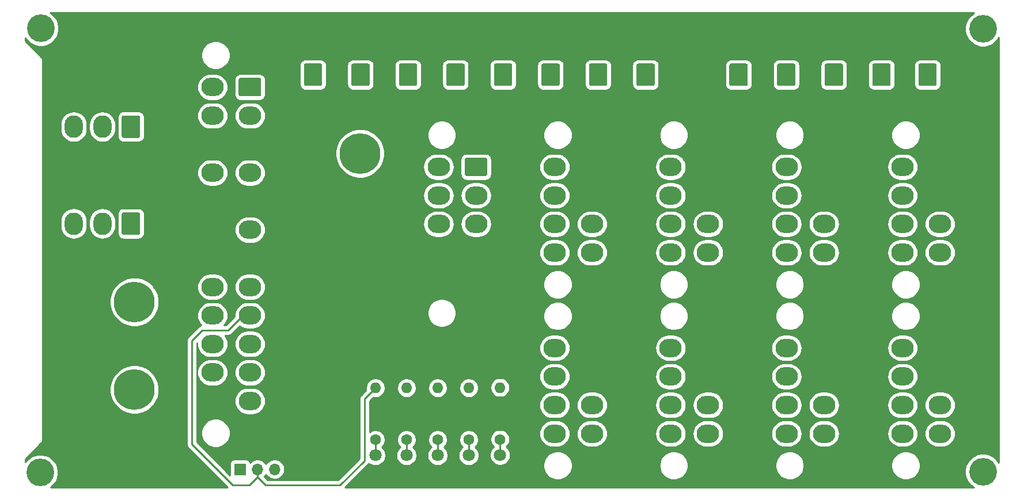
<source format=gbr>
%TF.GenerationSoftware,KiCad,Pcbnew,(5.1.10)-1*%
%TF.CreationDate,2022-08-20T11:58:47+10:00*%
%TF.ProjectId,ATX_PSU_Board,4154585f-5053-4555-9f42-6f6172642e6b,rev?*%
%TF.SameCoordinates,Original*%
%TF.FileFunction,Copper,L1,Top*%
%TF.FilePolarity,Positive*%
%FSLAX46Y46*%
G04 Gerber Fmt 4.6, Leading zero omitted, Abs format (unit mm)*
G04 Created by KiCad (PCBNEW (5.1.10)-1) date 2022-08-20 11:58:47*
%MOMM*%
%LPD*%
G01*
G04 APERTURE LIST*
%TA.AperFunction,ComponentPad*%
%ADD10O,1.600000X1.600000*%
%TD*%
%TA.AperFunction,ComponentPad*%
%ADD11C,1.600000*%
%TD*%
%TA.AperFunction,ComponentPad*%
%ADD12C,1.800000*%
%TD*%
%TA.AperFunction,ComponentPad*%
%ADD13R,1.800000X1.800000*%
%TD*%
%TA.AperFunction,ComponentPad*%
%ADD14O,1.700000X1.700000*%
%TD*%
%TA.AperFunction,ComponentPad*%
%ADD15R,1.700000X1.700000*%
%TD*%
%TA.AperFunction,ComponentPad*%
%ADD16O,2.700000X3.300000*%
%TD*%
%TA.AperFunction,ComponentPad*%
%ADD17C,6.000000*%
%TD*%
%TA.AperFunction,ComponentPad*%
%ADD18O,3.300000X2.700000*%
%TD*%
%TA.AperFunction,ComponentPad*%
%ADD19C,4.064000*%
%TD*%
%TA.AperFunction,Conductor*%
%ADD20C,0.250000*%
%TD*%
%TA.AperFunction,Conductor*%
%ADD21C,0.254000*%
%TD*%
%TA.AperFunction,Conductor*%
%ADD22C,0.100000*%
%TD*%
G04 APERTURE END LIST*
D10*
%TO.P,R5,2*%
%TO.N,/PWR_OK*%
X106020000Y-109127600D03*
D11*
%TO.P,R5,1*%
%TO.N,Net-(D5-Pad2)*%
X106020000Y-116747600D03*
%TD*%
D10*
%TO.P,R4,2*%
%TO.N,/+12V_SUPPLY*%
X101410000Y-109190100D03*
D11*
%TO.P,R4,1*%
%TO.N,Net-(D4-Pad2)*%
X101410000Y-116810100D03*
%TD*%
D10*
%TO.P,R3,2*%
%TO.N,/+3.3V_SUPPLY*%
X96838000Y-109190100D03*
D11*
%TO.P,R3,1*%
%TO.N,Net-(D3-Pad2)*%
X96838000Y-116810100D03*
%TD*%
D10*
%TO.P,R2,2*%
%TO.N,/+5V_SUPPLY*%
X92266000Y-109190100D03*
D11*
%TO.P,R2,1*%
%TO.N,Net-(D2-Pad2)*%
X92266000Y-116810100D03*
%TD*%
D10*
%TO.P,R1,2*%
%TO.N,/+5VSB_SUPPLY*%
X87694000Y-109190100D03*
D11*
%TO.P,R1,1*%
%TO.N,Net-(D1-Pad2)*%
X87694000Y-116810100D03*
%TD*%
D12*
%TO.P,D5,2*%
%TO.N,Net-(D5-Pad2)*%
X106010000Y-119057600D03*
D13*
%TO.P,D5,1*%
%TO.N,GND*%
X106010000Y-121597600D03*
%TD*%
D12*
%TO.P,D4,2*%
%TO.N,Net-(D4-Pad2)*%
X101410000Y-119105600D03*
D13*
%TO.P,D4,1*%
%TO.N,GND*%
X101410000Y-121645600D03*
%TD*%
D12*
%TO.P,D3,2*%
%TO.N,Net-(D3-Pad2)*%
X96838000Y-119105600D03*
D13*
%TO.P,D3,1*%
%TO.N,GND*%
X96838000Y-121645600D03*
%TD*%
D12*
%TO.P,D2,2*%
%TO.N,Net-(D2-Pad2)*%
X92266000Y-119105600D03*
D13*
%TO.P,D2,1*%
%TO.N,GND*%
X92266000Y-121645600D03*
%TD*%
D12*
%TO.P,D1,2*%
%TO.N,Net-(D1-Pad2)*%
X87694000Y-119105600D03*
D13*
%TO.P,D1,1*%
%TO.N,GND*%
X87694000Y-121645600D03*
%TD*%
D14*
%TO.P,J1,4*%
%TO.N,GND*%
X75421000Y-121158000D03*
%TO.P,J1,3*%
%TO.N,/PWR_OK*%
X72881000Y-121158000D03*
%TO.P,J1,2*%
%TO.N,/+5VSB_SUPPLY*%
X70341000Y-121158000D03*
D15*
%TO.P,J1,1*%
%TO.N,/PS_ON*%
X67801000Y-121158000D03*
%TD*%
D16*
%TO.P,J25,6*%
%TO.N,GND*%
X43350000Y-79500000D03*
%TO.P,J25,5*%
X47550000Y-79500000D03*
%TO.P,J25,4*%
X51750000Y-79500000D03*
%TO.P,J25,3*%
%TO.N,/+12V_SUPPLY*%
X43350000Y-85000000D03*
%TO.P,J25,2*%
X47550000Y-85000000D03*
%TO.P,J25,1*%
%TA.AperFunction,ComponentPad*%
G36*
G01*
X53100000Y-83600001D02*
X53100000Y-86399999D01*
G75*
G02*
X52849999Y-86650000I-250001J0D01*
G01*
X50650001Y-86650000D01*
G75*
G02*
X50400000Y-86399999I0J250001D01*
G01*
X50400000Y-83600001D01*
G75*
G02*
X50650001Y-83350000I250001J0D01*
G01*
X52849999Y-83350000D01*
G75*
G02*
X53100000Y-83600001I0J-250001D01*
G01*
G37*
%TD.AperFunction*%
%TD*%
%TO.P,J26,6*%
%TO.N,GND*%
X43350000Y-65250000D03*
%TO.P,J26,5*%
X47550000Y-65250000D03*
%TO.P,J26,4*%
X51750000Y-65250000D03*
%TO.P,J26,3*%
%TO.N,/+12V_SUPPLY*%
X43350000Y-70750000D03*
%TO.P,J26,2*%
X47550000Y-70750000D03*
%TO.P,J26,1*%
%TA.AperFunction,ComponentPad*%
G36*
G01*
X53100000Y-69350001D02*
X53100000Y-72149999D01*
G75*
G02*
X52849999Y-72400000I-250001J0D01*
G01*
X50650001Y-72400000D01*
G75*
G02*
X50400000Y-72149999I0J250001D01*
G01*
X50400000Y-69350001D01*
G75*
G02*
X50650001Y-69100000I250001J0D01*
G01*
X52849999Y-69100000D01*
G75*
G02*
X53100000Y-69350001I0J-250001D01*
G01*
G37*
%TD.AperFunction*%
%TD*%
%TO.P,J30,1*%
%TO.N,GND*%
%TA.AperFunction,ComponentPad*%
G36*
G01*
X42055200Y-110926800D02*
X42055200Y-107926800D01*
G75*
G02*
X43555200Y-106426800I1500000J0D01*
G01*
X46555200Y-106426800D01*
G75*
G02*
X48055200Y-107926800I0J-1500000D01*
G01*
X48055200Y-110926800D01*
G75*
G02*
X46555200Y-112426800I-1500000J0D01*
G01*
X43555200Y-112426800D01*
G75*
G02*
X42055200Y-110926800I0J1500000D01*
G01*
G37*
%TD.AperFunction*%
D17*
%TO.P,J30,2*%
%TO.N,/+12V_SUPPLY*%
X52255200Y-109426800D03*
%TD*%
%TO.P,J29,1*%
%TO.N,GND*%
%TA.AperFunction,ComponentPad*%
G36*
G01*
X42055200Y-98026400D02*
X42055200Y-95026400D01*
G75*
G02*
X43555200Y-93526400I1500000J0D01*
G01*
X46555200Y-93526400D01*
G75*
G02*
X48055200Y-95026400I0J-1500000D01*
G01*
X48055200Y-98026400D01*
G75*
G02*
X46555200Y-99526400I-1500000J0D01*
G01*
X43555200Y-99526400D01*
G75*
G02*
X42055200Y-98026400I0J1500000D01*
G01*
G37*
%TD.AperFunction*%
%TO.P,J29,2*%
%TO.N,/+12V_SUPPLY*%
X52255200Y-96526400D03*
%TD*%
D16*
%TO.P,J20,2*%
%TO.N,GND*%
X168867600Y-57593600D03*
%TO.P,J20,1*%
%TO.N,/+12V_SUPPLY*%
%TA.AperFunction,ComponentPad*%
G36*
G01*
X170217600Y-61693601D02*
X170217600Y-64493599D01*
G75*
G02*
X169967599Y-64743600I-250001J0D01*
G01*
X167767601Y-64743600D01*
G75*
G02*
X167517600Y-64493599I0J250001D01*
G01*
X167517600Y-61693601D01*
G75*
G02*
X167767601Y-61443600I250001J0D01*
G01*
X169967599Y-61443600D01*
G75*
G02*
X170217600Y-61693601I0J-250001D01*
G01*
G37*
%TD.AperFunction*%
%TD*%
D18*
%TO.P,J11,8*%
%TO.N,/+12V_SUPPLY*%
X165196400Y-115901800D03*
%TO.P,J11,7*%
%TO.N,/+5V_SUPPLY*%
X165196400Y-111701800D03*
%TO.P,J11,6*%
X165196400Y-107501800D03*
%TO.P,J11,5*%
%TO.N,/+3.3V_SUPPLY*%
X165196400Y-103301800D03*
%TO.P,J11,4*%
%TO.N,/+12V_SUPPLY*%
X170696400Y-115901800D03*
%TO.P,J11,3*%
X170696400Y-111701800D03*
%TO.P,J11,2*%
%TO.N,GND*%
X170696400Y-107501800D03*
%TO.P,J11,1*%
%TA.AperFunction,ComponentPad*%
G36*
G01*
X169296401Y-101951800D02*
X172096399Y-101951800D01*
G75*
G02*
X172346400Y-102201801I0J-250001D01*
G01*
X172346400Y-104401799D01*
G75*
G02*
X172096399Y-104651800I-250001J0D01*
G01*
X169296401Y-104651800D01*
G75*
G02*
X169046400Y-104401799I0J250001D01*
G01*
X169046400Y-102201801D01*
G75*
G02*
X169296401Y-101951800I250001J0D01*
G01*
G37*
%TD.AperFunction*%
%TD*%
D16*
%TO.P,J24,2*%
%TO.N,GND*%
X141083632Y-57607200D03*
%TO.P,J24,1*%
%TO.N,/+12V_SUPPLY*%
%TA.AperFunction,ComponentPad*%
G36*
G01*
X142433632Y-61707201D02*
X142433632Y-64507199D01*
G75*
G02*
X142183631Y-64757200I-250001J0D01*
G01*
X139983633Y-64757200D01*
G75*
G02*
X139733632Y-64507199I0J250001D01*
G01*
X139733632Y-61707201D01*
G75*
G02*
X139983633Y-61457200I250001J0D01*
G01*
X142183631Y-61457200D01*
G75*
G02*
X142433632Y-61707201I0J-250001D01*
G01*
G37*
%TD.AperFunction*%
%TD*%
%TO.P,J23,2*%
%TO.N,GND*%
X148086774Y-57607200D03*
%TO.P,J23,1*%
%TO.N,/+12V_SUPPLY*%
%TA.AperFunction,ComponentPad*%
G36*
G01*
X149436774Y-61707201D02*
X149436774Y-64507199D01*
G75*
G02*
X149186773Y-64757200I-250001J0D01*
G01*
X146986775Y-64757200D01*
G75*
G02*
X146736774Y-64507199I0J250001D01*
G01*
X146736774Y-61707201D01*
G75*
G02*
X146986775Y-61457200I250001J0D01*
G01*
X149186773Y-61457200D01*
G75*
G02*
X149436774Y-61707201I0J-250001D01*
G01*
G37*
%TD.AperFunction*%
%TD*%
%TO.P,J22,2*%
%TO.N,GND*%
X155089916Y-57607200D03*
%TO.P,J22,1*%
%TO.N,/+12V_SUPPLY*%
%TA.AperFunction,ComponentPad*%
G36*
G01*
X156439916Y-61707201D02*
X156439916Y-64507199D01*
G75*
G02*
X156189915Y-64757200I-250001J0D01*
G01*
X153989917Y-64757200D01*
G75*
G02*
X153739916Y-64507199I0J250001D01*
G01*
X153739916Y-61707201D01*
G75*
G02*
X153989917Y-61457200I250001J0D01*
G01*
X156189915Y-61457200D01*
G75*
G02*
X156439916Y-61707201I0J-250001D01*
G01*
G37*
%TD.AperFunction*%
%TD*%
%TO.P,J21,2*%
%TO.N,GND*%
X162093058Y-57607200D03*
%TO.P,J21,1*%
%TO.N,/+12V_SUPPLY*%
%TA.AperFunction,ComponentPad*%
G36*
G01*
X163443058Y-61707201D02*
X163443058Y-64507199D01*
G75*
G02*
X163193057Y-64757200I-250001J0D01*
G01*
X160993059Y-64757200D01*
G75*
G02*
X160743058Y-64507199I0J250001D01*
G01*
X160743058Y-61707201D01*
G75*
G02*
X160993059Y-61457200I250001J0D01*
G01*
X163193057Y-61457200D01*
G75*
G02*
X163443058Y-61707201I0J-250001D01*
G01*
G37*
%TD.AperFunction*%
%TD*%
%TO.P,J19,2*%
%TO.N,GND*%
X127414800Y-57593600D03*
%TO.P,J19,1*%
%TO.N,/+5V_SUPPLY*%
%TA.AperFunction,ComponentPad*%
G36*
G01*
X128764800Y-61693601D02*
X128764800Y-64493599D01*
G75*
G02*
X128514799Y-64743600I-250001J0D01*
G01*
X126314801Y-64743600D01*
G75*
G02*
X126064800Y-64493599I0J250001D01*
G01*
X126064800Y-61693601D01*
G75*
G02*
X126314801Y-61443600I250001J0D01*
G01*
X128514799Y-61443600D01*
G75*
G02*
X128764800Y-61693601I0J-250001D01*
G01*
G37*
%TD.AperFunction*%
%TD*%
%TO.P,J18,2*%
%TO.N,GND*%
X120429800Y-57593600D03*
%TO.P,J18,1*%
%TO.N,/+5V_SUPPLY*%
%TA.AperFunction,ComponentPad*%
G36*
G01*
X121779800Y-61693601D02*
X121779800Y-64493599D01*
G75*
G02*
X121529799Y-64743600I-250001J0D01*
G01*
X119329801Y-64743600D01*
G75*
G02*
X119079800Y-64493599I0J250001D01*
G01*
X119079800Y-61693601D01*
G75*
G02*
X119329801Y-61443600I250001J0D01*
G01*
X121529799Y-61443600D01*
G75*
G02*
X121779800Y-61693601I0J-250001D01*
G01*
G37*
%TD.AperFunction*%
%TD*%
%TO.P,J17,2*%
%TO.N,GND*%
X113444800Y-57593600D03*
%TO.P,J17,1*%
%TO.N,/+5V_SUPPLY*%
%TA.AperFunction,ComponentPad*%
G36*
G01*
X114794800Y-61693601D02*
X114794800Y-64493599D01*
G75*
G02*
X114544799Y-64743600I-250001J0D01*
G01*
X112344801Y-64743600D01*
G75*
G02*
X112094800Y-64493599I0J250001D01*
G01*
X112094800Y-61693601D01*
G75*
G02*
X112344801Y-61443600I250001J0D01*
G01*
X114544799Y-61443600D01*
G75*
G02*
X114794800Y-61693601I0J-250001D01*
G01*
G37*
%TD.AperFunction*%
%TD*%
%TO.P,J16,2*%
%TO.N,GND*%
X106459800Y-57593600D03*
%TO.P,J16,1*%
%TO.N,/+5V_SUPPLY*%
%TA.AperFunction,ComponentPad*%
G36*
G01*
X107809800Y-61693601D02*
X107809800Y-64493599D01*
G75*
G02*
X107559799Y-64743600I-250001J0D01*
G01*
X105359801Y-64743600D01*
G75*
G02*
X105109800Y-64493599I0J250001D01*
G01*
X105109800Y-61693601D01*
G75*
G02*
X105359801Y-61443600I250001J0D01*
G01*
X107559799Y-61443600D01*
G75*
G02*
X107809800Y-61693601I0J-250001D01*
G01*
G37*
%TD.AperFunction*%
%TD*%
%TO.P,J15,2*%
%TO.N,GND*%
X99474800Y-57593600D03*
%TO.P,J15,1*%
%TO.N,/+5V_SUPPLY*%
%TA.AperFunction,ComponentPad*%
G36*
G01*
X100824800Y-61693601D02*
X100824800Y-64493599D01*
G75*
G02*
X100574799Y-64743600I-250001J0D01*
G01*
X98374801Y-64743600D01*
G75*
G02*
X98124800Y-64493599I0J250001D01*
G01*
X98124800Y-61693601D01*
G75*
G02*
X98374801Y-61443600I250001J0D01*
G01*
X100574799Y-61443600D01*
G75*
G02*
X100824800Y-61693601I0J-250001D01*
G01*
G37*
%TD.AperFunction*%
%TD*%
%TO.P,J14,2*%
%TO.N,GND*%
X92489800Y-57593600D03*
%TO.P,J14,1*%
%TO.N,/+5V_SUPPLY*%
%TA.AperFunction,ComponentPad*%
G36*
G01*
X93839800Y-61693601D02*
X93839800Y-64493599D01*
G75*
G02*
X93589799Y-64743600I-250001J0D01*
G01*
X91389801Y-64743600D01*
G75*
G02*
X91139800Y-64493599I0J250001D01*
G01*
X91139800Y-61693601D01*
G75*
G02*
X91389801Y-61443600I250001J0D01*
G01*
X93589799Y-61443600D01*
G75*
G02*
X93839800Y-61693601I0J-250001D01*
G01*
G37*
%TD.AperFunction*%
%TD*%
%TO.P,J13,2*%
%TO.N,GND*%
X85504800Y-57593600D03*
%TO.P,J13,1*%
%TO.N,/+5V_SUPPLY*%
%TA.AperFunction,ComponentPad*%
G36*
G01*
X86854800Y-61693601D02*
X86854800Y-64493599D01*
G75*
G02*
X86604799Y-64743600I-250001J0D01*
G01*
X84404801Y-64743600D01*
G75*
G02*
X84154800Y-64493599I0J250001D01*
G01*
X84154800Y-61693601D01*
G75*
G02*
X84404801Y-61443600I250001J0D01*
G01*
X86604799Y-61443600D01*
G75*
G02*
X86854800Y-61693601I0J-250001D01*
G01*
G37*
%TD.AperFunction*%
%TD*%
%TO.P,J12,2*%
%TO.N,GND*%
X78519800Y-57593600D03*
%TO.P,J12,1*%
%TO.N,/+5V_SUPPLY*%
%TA.AperFunction,ComponentPad*%
G36*
G01*
X79869800Y-61693601D02*
X79869800Y-64493599D01*
G75*
G02*
X79619799Y-64743600I-250001J0D01*
G01*
X77419801Y-64743600D01*
G75*
G02*
X77169800Y-64493599I0J250001D01*
G01*
X77169800Y-61693601D01*
G75*
G02*
X77419801Y-61443600I250001J0D01*
G01*
X79619799Y-61443600D01*
G75*
G02*
X79869800Y-61693601I0J-250001D01*
G01*
G37*
%TD.AperFunction*%
%TD*%
%TO.P,J28,1*%
%TO.N,GND*%
%TA.AperFunction,ComponentPad*%
G36*
G01*
X75228400Y-76176800D02*
X75228400Y-73176800D01*
G75*
G02*
X76728400Y-71676800I1500000J0D01*
G01*
X79728400Y-71676800D01*
G75*
G02*
X81228400Y-73176800I0J-1500000D01*
G01*
X81228400Y-76176800D01*
G75*
G02*
X79728400Y-77676800I-1500000J0D01*
G01*
X76728400Y-77676800D01*
G75*
G02*
X75228400Y-76176800I0J1500000D01*
G01*
G37*
%TD.AperFunction*%
D17*
%TO.P,J28,2*%
%TO.N,/+5V_SUPPLY*%
X85428400Y-74676800D03*
%TD*%
D18*
%TO.P,J5,8*%
%TO.N,/+12V_SUPPLY*%
X131091000Y-89264600D03*
%TO.P,J5,7*%
%TO.N,/+5V_SUPPLY*%
X131091000Y-85064600D03*
%TO.P,J5,6*%
X131091000Y-80864600D03*
%TO.P,J5,5*%
%TO.N,/+3.3V_SUPPLY*%
X131091000Y-76664600D03*
%TO.P,J5,4*%
%TO.N,/+12V_SUPPLY*%
X136591000Y-89264600D03*
%TO.P,J5,3*%
X136591000Y-85064600D03*
%TO.P,J5,2*%
%TO.N,GND*%
X136591000Y-80864600D03*
%TO.P,J5,1*%
%TA.AperFunction,ComponentPad*%
G36*
G01*
X135191001Y-75314600D02*
X137990999Y-75314600D01*
G75*
G02*
X138241000Y-75564601I0J-250001D01*
G01*
X138241000Y-77764599D01*
G75*
G02*
X137990999Y-78014600I-250001J0D01*
G01*
X135191001Y-78014600D01*
G75*
G02*
X134941000Y-77764599I0J250001D01*
G01*
X134941000Y-75564601D01*
G75*
G02*
X135191001Y-75314600I250001J0D01*
G01*
G37*
%TD.AperFunction*%
%TD*%
%TO.P,J7,8*%
%TO.N,/+12V_SUPPLY*%
X165196400Y-89264600D03*
%TO.P,J7,7*%
%TO.N,/+5V_SUPPLY*%
X165196400Y-85064600D03*
%TO.P,J7,6*%
X165196400Y-80864600D03*
%TO.P,J7,5*%
%TO.N,/+3.3V_SUPPLY*%
X165196400Y-76664600D03*
%TO.P,J7,4*%
%TO.N,/+12V_SUPPLY*%
X170696400Y-89264600D03*
%TO.P,J7,3*%
X170696400Y-85064600D03*
%TO.P,J7,2*%
%TO.N,GND*%
X170696400Y-80864600D03*
%TO.P,J7,1*%
%TA.AperFunction,ComponentPad*%
G36*
G01*
X169296401Y-75314600D02*
X172096399Y-75314600D01*
G75*
G02*
X172346400Y-75564601I0J-250001D01*
G01*
X172346400Y-77764599D01*
G75*
G02*
X172096399Y-78014600I-250001J0D01*
G01*
X169296401Y-78014600D01*
G75*
G02*
X169046400Y-77764599I0J250001D01*
G01*
X169046400Y-75564601D01*
G75*
G02*
X169296401Y-75314600I250001J0D01*
G01*
G37*
%TD.AperFunction*%
%TD*%
D19*
%TO.P,H4,1*%
%TO.N,N/C*%
X177000000Y-56337200D03*
%TD*%
%TO.P,H3,1*%
%TO.N,N/C*%
X38404800Y-121615200D03*
%TD*%
%TO.P,H2,1*%
%TO.N,N/C*%
X177000000Y-121500000D03*
%TD*%
%TO.P,H1,1*%
%TO.N,N/C*%
X38506400Y-56286400D03*
%TD*%
D18*
%TO.P,J10,8*%
%TO.N,/+12V_SUPPLY*%
X148143700Y-115901800D03*
%TO.P,J10,7*%
%TO.N,/+5V_SUPPLY*%
X148143700Y-111701800D03*
%TO.P,J10,6*%
X148143700Y-107501800D03*
%TO.P,J10,5*%
%TO.N,/+3.3V_SUPPLY*%
X148143700Y-103301800D03*
%TO.P,J10,4*%
%TO.N,/+12V_SUPPLY*%
X153643700Y-115901800D03*
%TO.P,J10,3*%
X153643700Y-111701800D03*
%TO.P,J10,2*%
%TO.N,GND*%
X153643700Y-107501800D03*
%TO.P,J10,1*%
%TA.AperFunction,ComponentPad*%
G36*
G01*
X152243701Y-101951800D02*
X155043699Y-101951800D01*
G75*
G02*
X155293700Y-102201801I0J-250001D01*
G01*
X155293700Y-104401799D01*
G75*
G02*
X155043699Y-104651800I-250001J0D01*
G01*
X152243701Y-104651800D01*
G75*
G02*
X151993700Y-104401799I0J250001D01*
G01*
X151993700Y-102201801D01*
G75*
G02*
X152243701Y-101951800I250001J0D01*
G01*
G37*
%TD.AperFunction*%
%TD*%
%TO.P,J9,8*%
%TO.N,/+12V_SUPPLY*%
X131091000Y-115901800D03*
%TO.P,J9,7*%
%TO.N,/+5V_SUPPLY*%
X131091000Y-111701800D03*
%TO.P,J9,6*%
X131091000Y-107501800D03*
%TO.P,J9,5*%
%TO.N,/+3.3V_SUPPLY*%
X131091000Y-103301800D03*
%TO.P,J9,4*%
%TO.N,/+12V_SUPPLY*%
X136591000Y-115901800D03*
%TO.P,J9,3*%
X136591000Y-111701800D03*
%TO.P,J9,2*%
%TO.N,GND*%
X136591000Y-107501800D03*
%TO.P,J9,1*%
%TA.AperFunction,ComponentPad*%
G36*
G01*
X135191001Y-101951800D02*
X137990999Y-101951800D01*
G75*
G02*
X138241000Y-102201801I0J-250001D01*
G01*
X138241000Y-104401799D01*
G75*
G02*
X137990999Y-104651800I-250001J0D01*
G01*
X135191001Y-104651800D01*
G75*
G02*
X134941000Y-104401799I0J250001D01*
G01*
X134941000Y-102201801D01*
G75*
G02*
X135191001Y-101951800I250001J0D01*
G01*
G37*
%TD.AperFunction*%
%TD*%
%TO.P,J8,8*%
%TO.N,/+12V_SUPPLY*%
X114038300Y-115901800D03*
%TO.P,J8,7*%
%TO.N,/+5V_SUPPLY*%
X114038300Y-111701800D03*
%TO.P,J8,6*%
X114038300Y-107501800D03*
%TO.P,J8,5*%
%TO.N,/+3.3V_SUPPLY*%
X114038300Y-103301800D03*
%TO.P,J8,4*%
%TO.N,/+12V_SUPPLY*%
X119538300Y-115901800D03*
%TO.P,J8,3*%
X119538300Y-111701800D03*
%TO.P,J8,2*%
%TO.N,GND*%
X119538300Y-107501800D03*
%TO.P,J8,1*%
%TA.AperFunction,ComponentPad*%
G36*
G01*
X118138301Y-101951800D02*
X120938299Y-101951800D01*
G75*
G02*
X121188300Y-102201801I0J-250001D01*
G01*
X121188300Y-104401799D01*
G75*
G02*
X120938299Y-104651800I-250001J0D01*
G01*
X118138301Y-104651800D01*
G75*
G02*
X117888300Y-104401799I0J250001D01*
G01*
X117888300Y-102201801D01*
G75*
G02*
X118138301Y-101951800I250001J0D01*
G01*
G37*
%TD.AperFunction*%
%TD*%
%TO.P,J6,8*%
%TO.N,/+12V_SUPPLY*%
X148143700Y-89264600D03*
%TO.P,J6,7*%
%TO.N,/+5V_SUPPLY*%
X148143700Y-85064600D03*
%TO.P,J6,6*%
X148143700Y-80864600D03*
%TO.P,J6,5*%
%TO.N,/+3.3V_SUPPLY*%
X148143700Y-76664600D03*
%TO.P,J6,4*%
%TO.N,/+12V_SUPPLY*%
X153643700Y-89264600D03*
%TO.P,J6,3*%
X153643700Y-85064600D03*
%TO.P,J6,2*%
%TO.N,GND*%
X153643700Y-80864600D03*
%TO.P,J6,1*%
%TA.AperFunction,ComponentPad*%
G36*
G01*
X152243701Y-75314600D02*
X155043699Y-75314600D01*
G75*
G02*
X155293700Y-75564601I0J-250001D01*
G01*
X155293700Y-77764599D01*
G75*
G02*
X155043699Y-78014600I-250001J0D01*
G01*
X152243701Y-78014600D01*
G75*
G02*
X151993700Y-77764599I0J250001D01*
G01*
X151993700Y-75564601D01*
G75*
G02*
X152243701Y-75314600I250001J0D01*
G01*
G37*
%TD.AperFunction*%
%TD*%
%TO.P,J4,8*%
%TO.N,/+12V_SUPPLY*%
X114038300Y-89264600D03*
%TO.P,J4,7*%
%TO.N,/+5V_SUPPLY*%
X114038300Y-85064600D03*
%TO.P,J4,6*%
X114038300Y-80864600D03*
%TO.P,J4,5*%
%TO.N,/+3.3V_SUPPLY*%
X114038300Y-76664600D03*
%TO.P,J4,4*%
%TO.N,/+12V_SUPPLY*%
X119538300Y-89264600D03*
%TO.P,J4,3*%
X119538300Y-85064600D03*
%TO.P,J4,2*%
%TO.N,GND*%
X119538300Y-80864600D03*
%TO.P,J4,1*%
%TA.AperFunction,ComponentPad*%
G36*
G01*
X118138301Y-75314600D02*
X120938299Y-75314600D01*
G75*
G02*
X121188300Y-75564601I0J-250001D01*
G01*
X121188300Y-77764599D01*
G75*
G02*
X120938299Y-78014600I-250001J0D01*
G01*
X118138301Y-78014600D01*
G75*
G02*
X117888300Y-77764599I0J250001D01*
G01*
X117888300Y-75564601D01*
G75*
G02*
X118138301Y-75314600I250001J0D01*
G01*
G37*
%TD.AperFunction*%
%TD*%
%TO.P,J3,10*%
%TO.N,GND*%
X96985600Y-93464600D03*
%TO.P,J3,9*%
X96985600Y-89264600D03*
%TO.P,J3,8*%
%TO.N,/+12V_SUPPLY*%
X96985600Y-85064600D03*
%TO.P,J3,7*%
%TO.N,/+5V_SUPPLY*%
X96985600Y-80864600D03*
%TO.P,J3,6*%
X96985600Y-76664600D03*
%TO.P,J3,5*%
%TO.N,GND*%
X102485600Y-93464600D03*
%TO.P,J3,4*%
X102485600Y-89264600D03*
%TO.P,J3,3*%
%TO.N,/+5V_SUPPLY*%
X102485600Y-85064600D03*
%TO.P,J3,2*%
X102485600Y-80864600D03*
%TO.P,J3,1*%
%TA.AperFunction,ComponentPad*%
G36*
G01*
X101085601Y-75314600D02*
X103885599Y-75314600D01*
G75*
G02*
X104135600Y-75564601I0J-250001D01*
G01*
X104135600Y-77764599D01*
G75*
G02*
X103885599Y-78014600I-250001J0D01*
G01*
X101085601Y-78014600D01*
G75*
G02*
X100835600Y-77764599I0J250001D01*
G01*
X100835600Y-75564601D01*
G75*
G02*
X101085601Y-75314600I250001J0D01*
G01*
G37*
%TD.AperFunction*%
%TD*%
%TO.P,J2,24*%
%TO.N,GND*%
X63748800Y-111122400D03*
%TO.P,J2,23*%
%TO.N,/+5V_SUPPLY*%
X63748800Y-106922400D03*
%TO.P,J2,22*%
X63748800Y-102722400D03*
%TO.P,J2,21*%
X63748800Y-98522400D03*
%TO.P,J2,20*%
%TO.N,Net-(J2-Pad20)*%
X63748800Y-94322400D03*
%TO.P,J2,19*%
%TO.N,GND*%
X63748800Y-90122400D03*
%TO.P,J2,18*%
X63748800Y-85922400D03*
%TO.P,J2,17*%
X63748800Y-81722400D03*
%TO.P,J2,16*%
%TO.N,/PS_ON*%
X63748800Y-77522400D03*
%TO.P,J2,15*%
%TO.N,GND*%
X63748800Y-73322400D03*
%TO.P,J2,14*%
%TO.N,Net-(J2-Pad14)*%
X63748800Y-69122400D03*
%TO.P,J2,13*%
%TO.N,/+3.3V_SUPPLY*%
X63748800Y-64922400D03*
%TO.P,J2,12*%
X69248800Y-111122400D03*
%TO.P,J2,11*%
%TO.N,/+12V_SUPPLY*%
X69248800Y-106922400D03*
%TO.P,J2,10*%
X69248800Y-102722400D03*
%TO.P,J2,9*%
%TO.N,/+5VSB_SUPPLY*%
X69248800Y-98522400D03*
%TO.P,J2,8*%
%TO.N,/PWR_OK*%
X69248800Y-94322400D03*
%TO.P,J2,7*%
%TO.N,GND*%
X69248800Y-90122400D03*
%TO.P,J2,6*%
%TO.N,/+5V_SUPPLY*%
X69248800Y-85922400D03*
%TO.P,J2,5*%
%TO.N,GND*%
X69248800Y-81722400D03*
%TO.P,J2,4*%
%TO.N,/+5V_SUPPLY*%
X69248800Y-77522400D03*
%TO.P,J2,3*%
%TO.N,GND*%
X69248800Y-73322400D03*
%TO.P,J2,2*%
%TO.N,/+3.3V_SUPPLY*%
X69248800Y-69122400D03*
%TO.P,J2,1*%
%TA.AperFunction,ComponentPad*%
G36*
G01*
X67848801Y-63572400D02*
X70648799Y-63572400D01*
G75*
G02*
X70898800Y-63822401I0J-250001D01*
G01*
X70898800Y-66022399D01*
G75*
G02*
X70648799Y-66272400I-250001J0D01*
G01*
X67848801Y-66272400D01*
G75*
G02*
X67598800Y-66022399I0J250001D01*
G01*
X67598800Y-63822401D01*
G75*
G02*
X67848801Y-63572400I250001J0D01*
G01*
G37*
%TD.AperFunction*%
%TD*%
D20*
%TO.N,/+5VSB_SUPPLY*%
X71516001Y-123476001D02*
X82500999Y-123476001D01*
X70341000Y-122301000D02*
X71516001Y-123476001D01*
X82500999Y-123476001D02*
X86089000Y-119888000D01*
X86089000Y-110795100D02*
X87694000Y-109190100D01*
X86089000Y-119888000D02*
X86089000Y-110795100D01*
X69165999Y-123476001D02*
X70341000Y-122301000D01*
X66690999Y-123476001D02*
X69165999Y-123476001D01*
X60689000Y-117474002D02*
X66690999Y-123476001D01*
X62213000Y-100711000D02*
X60689000Y-102235000D01*
X60689000Y-102235000D02*
X60689000Y-117474002D01*
X66023000Y-100711000D02*
X62213000Y-100711000D01*
X68211600Y-98522400D02*
X66023000Y-100711000D01*
X69248800Y-98522400D02*
X68211600Y-98522400D01*
X70341000Y-121158000D02*
X70341000Y-122301000D01*
%TO.N,Net-(D1-Pad2)*%
X87694000Y-116810100D02*
X87694000Y-119105600D01*
%TO.N,Net-(D2-Pad2)*%
X92266000Y-116810100D02*
X92266000Y-119105600D01*
%TO.N,Net-(D3-Pad2)*%
X96838000Y-116810100D02*
X96838000Y-119105600D01*
%TO.N,Net-(D4-Pad2)*%
X101410000Y-116810100D02*
X101410000Y-119105600D01*
%TO.N,Net-(D5-Pad2)*%
X106020000Y-119047600D02*
X106010000Y-119057600D01*
X106020000Y-116747600D02*
X106020000Y-119047600D01*
%TD*%
D21*
%TO.N,GND*%
X175299887Y-54265606D02*
X174928406Y-54637087D01*
X174636536Y-55073902D01*
X174435492Y-55559265D01*
X174333000Y-56074523D01*
X174333000Y-56599877D01*
X174435492Y-57115135D01*
X174636536Y-57600498D01*
X174928406Y-58037313D01*
X175299887Y-58408794D01*
X175736702Y-58700664D01*
X176222065Y-58901708D01*
X176737323Y-59004200D01*
X177262677Y-59004200D01*
X177777935Y-58901708D01*
X178263298Y-58700664D01*
X178700113Y-58408794D01*
X179071594Y-58037313D01*
X179340001Y-57635613D01*
X179340000Y-120201586D01*
X179071594Y-119799887D01*
X178700113Y-119428406D01*
X178263298Y-119136536D01*
X177777935Y-118935492D01*
X177262677Y-118833000D01*
X176737323Y-118833000D01*
X176222065Y-118935492D01*
X175736702Y-119136536D01*
X175299887Y-119428406D01*
X174928406Y-119799887D01*
X174636536Y-120236702D01*
X174435492Y-120722065D01*
X174333000Y-121237323D01*
X174333000Y-121762677D01*
X174435492Y-122277935D01*
X174636536Y-122763298D01*
X174928406Y-123200113D01*
X175299887Y-123571594D01*
X175641721Y-123800000D01*
X83251801Y-123800000D01*
X86600004Y-120451798D01*
X86629001Y-120428001D01*
X86723974Y-120312276D01*
X86727400Y-120305867D01*
X86966905Y-120465899D01*
X87246257Y-120581611D01*
X87542816Y-120640600D01*
X87845184Y-120640600D01*
X88141743Y-120581611D01*
X88421095Y-120465899D01*
X88672505Y-120297912D01*
X88886312Y-120084105D01*
X89054299Y-119832695D01*
X89170011Y-119553343D01*
X89229000Y-119256784D01*
X89229000Y-118954416D01*
X90731000Y-118954416D01*
X90731000Y-119256784D01*
X90789989Y-119553343D01*
X90905701Y-119832695D01*
X91073688Y-120084105D01*
X91287495Y-120297912D01*
X91538905Y-120465899D01*
X91818257Y-120581611D01*
X92114816Y-120640600D01*
X92417184Y-120640600D01*
X92713743Y-120581611D01*
X92993095Y-120465899D01*
X93244505Y-120297912D01*
X93458312Y-120084105D01*
X93626299Y-119832695D01*
X93742011Y-119553343D01*
X93801000Y-119256784D01*
X93801000Y-118954416D01*
X95303000Y-118954416D01*
X95303000Y-119256784D01*
X95361989Y-119553343D01*
X95477701Y-119832695D01*
X95645688Y-120084105D01*
X95859495Y-120297912D01*
X96110905Y-120465899D01*
X96390257Y-120581611D01*
X96686816Y-120640600D01*
X96989184Y-120640600D01*
X97285743Y-120581611D01*
X97565095Y-120465899D01*
X97816505Y-120297912D01*
X98030312Y-120084105D01*
X98198299Y-119832695D01*
X98314011Y-119553343D01*
X98373000Y-119256784D01*
X98373000Y-118954416D01*
X99875000Y-118954416D01*
X99875000Y-119256784D01*
X99933989Y-119553343D01*
X100049701Y-119832695D01*
X100217688Y-120084105D01*
X100431495Y-120297912D01*
X100682905Y-120465899D01*
X100962257Y-120581611D01*
X101258816Y-120640600D01*
X101561184Y-120640600D01*
X101857743Y-120581611D01*
X102137095Y-120465899D01*
X102388505Y-120297912D01*
X102602312Y-120084105D01*
X102770299Y-119832695D01*
X102886011Y-119553343D01*
X102945000Y-119256784D01*
X102945000Y-118954416D01*
X102935453Y-118906416D01*
X104475000Y-118906416D01*
X104475000Y-119208784D01*
X104533989Y-119505343D01*
X104649701Y-119784695D01*
X104817688Y-120036105D01*
X105031495Y-120249912D01*
X105282905Y-120417899D01*
X105562257Y-120533611D01*
X105858816Y-120592600D01*
X106161184Y-120592600D01*
X106457743Y-120533611D01*
X106737095Y-120417899D01*
X106776572Y-120391521D01*
X112363300Y-120391521D01*
X112363300Y-120812079D01*
X112445347Y-121224556D01*
X112606288Y-121613102D01*
X112839937Y-121962783D01*
X113137317Y-122260163D01*
X113486998Y-122493812D01*
X113875544Y-122654753D01*
X114288021Y-122736800D01*
X114708579Y-122736800D01*
X115121056Y-122654753D01*
X115509602Y-122493812D01*
X115859283Y-122260163D01*
X116156663Y-121962783D01*
X116390312Y-121613102D01*
X116551253Y-121224556D01*
X116633300Y-120812079D01*
X116633300Y-120391521D01*
X129416000Y-120391521D01*
X129416000Y-120812079D01*
X129498047Y-121224556D01*
X129658988Y-121613102D01*
X129892637Y-121962783D01*
X130190017Y-122260163D01*
X130539698Y-122493812D01*
X130928244Y-122654753D01*
X131340721Y-122736800D01*
X131761279Y-122736800D01*
X132173756Y-122654753D01*
X132562302Y-122493812D01*
X132911983Y-122260163D01*
X133209363Y-121962783D01*
X133443012Y-121613102D01*
X133603953Y-121224556D01*
X133686000Y-120812079D01*
X133686000Y-120391521D01*
X146468700Y-120391521D01*
X146468700Y-120812079D01*
X146550747Y-121224556D01*
X146711688Y-121613102D01*
X146945337Y-121962783D01*
X147242717Y-122260163D01*
X147592398Y-122493812D01*
X147980944Y-122654753D01*
X148393421Y-122736800D01*
X148813979Y-122736800D01*
X149226456Y-122654753D01*
X149615002Y-122493812D01*
X149964683Y-122260163D01*
X150262063Y-121962783D01*
X150495712Y-121613102D01*
X150656653Y-121224556D01*
X150738700Y-120812079D01*
X150738700Y-120391521D01*
X163521400Y-120391521D01*
X163521400Y-120812079D01*
X163603447Y-121224556D01*
X163764388Y-121613102D01*
X163998037Y-121962783D01*
X164295417Y-122260163D01*
X164645098Y-122493812D01*
X165033644Y-122654753D01*
X165446121Y-122736800D01*
X165866679Y-122736800D01*
X166279156Y-122654753D01*
X166667702Y-122493812D01*
X167017383Y-122260163D01*
X167314763Y-121962783D01*
X167548412Y-121613102D01*
X167709353Y-121224556D01*
X167791400Y-120812079D01*
X167791400Y-120391521D01*
X167709353Y-119979044D01*
X167548412Y-119590498D01*
X167314763Y-119240817D01*
X167017383Y-118943437D01*
X166667702Y-118709788D01*
X166279156Y-118548847D01*
X165866679Y-118466800D01*
X165446121Y-118466800D01*
X165033644Y-118548847D01*
X164645098Y-118709788D01*
X164295417Y-118943437D01*
X163998037Y-119240817D01*
X163764388Y-119590498D01*
X163603447Y-119979044D01*
X163521400Y-120391521D01*
X150738700Y-120391521D01*
X150656653Y-119979044D01*
X150495712Y-119590498D01*
X150262063Y-119240817D01*
X149964683Y-118943437D01*
X149615002Y-118709788D01*
X149226456Y-118548847D01*
X148813979Y-118466800D01*
X148393421Y-118466800D01*
X147980944Y-118548847D01*
X147592398Y-118709788D01*
X147242717Y-118943437D01*
X146945337Y-119240817D01*
X146711688Y-119590498D01*
X146550747Y-119979044D01*
X146468700Y-120391521D01*
X133686000Y-120391521D01*
X133603953Y-119979044D01*
X133443012Y-119590498D01*
X133209363Y-119240817D01*
X132911983Y-118943437D01*
X132562302Y-118709788D01*
X132173756Y-118548847D01*
X131761279Y-118466800D01*
X131340721Y-118466800D01*
X130928244Y-118548847D01*
X130539698Y-118709788D01*
X130190017Y-118943437D01*
X129892637Y-119240817D01*
X129658988Y-119590498D01*
X129498047Y-119979044D01*
X129416000Y-120391521D01*
X116633300Y-120391521D01*
X116551253Y-119979044D01*
X116390312Y-119590498D01*
X116156663Y-119240817D01*
X115859283Y-118943437D01*
X115509602Y-118709788D01*
X115121056Y-118548847D01*
X114708579Y-118466800D01*
X114288021Y-118466800D01*
X113875544Y-118548847D01*
X113486998Y-118709788D01*
X113137317Y-118943437D01*
X112839937Y-119240817D01*
X112606288Y-119590498D01*
X112445347Y-119979044D01*
X112363300Y-120391521D01*
X106776572Y-120391521D01*
X106988505Y-120249912D01*
X107202312Y-120036105D01*
X107370299Y-119784695D01*
X107486011Y-119505343D01*
X107545000Y-119208784D01*
X107545000Y-118906416D01*
X107486011Y-118609857D01*
X107370299Y-118330505D01*
X107202312Y-118079095D01*
X106988505Y-117865288D01*
X106954458Y-117842538D01*
X107134637Y-117662359D01*
X107291680Y-117427327D01*
X107399853Y-117166174D01*
X107455000Y-116888935D01*
X107455000Y-116606265D01*
X107399853Y-116329026D01*
X107291680Y-116067873D01*
X107180714Y-115901800D01*
X111743696Y-115901800D01*
X111782022Y-116290928D01*
X111895526Y-116665102D01*
X112079847Y-117009943D01*
X112327902Y-117312198D01*
X112630157Y-117560253D01*
X112974998Y-117744574D01*
X113349172Y-117858078D01*
X113640790Y-117886800D01*
X114435810Y-117886800D01*
X114727428Y-117858078D01*
X115101602Y-117744574D01*
X115446443Y-117560253D01*
X115748698Y-117312198D01*
X115996753Y-117009943D01*
X116181074Y-116665102D01*
X116294578Y-116290928D01*
X116332904Y-115901800D01*
X117243696Y-115901800D01*
X117282022Y-116290928D01*
X117395526Y-116665102D01*
X117579847Y-117009943D01*
X117827902Y-117312198D01*
X118130157Y-117560253D01*
X118474998Y-117744574D01*
X118849172Y-117858078D01*
X119140790Y-117886800D01*
X119935810Y-117886800D01*
X120227428Y-117858078D01*
X120601602Y-117744574D01*
X120946443Y-117560253D01*
X121248698Y-117312198D01*
X121496753Y-117009943D01*
X121681074Y-116665102D01*
X121794578Y-116290928D01*
X121832904Y-115901800D01*
X128796396Y-115901800D01*
X128834722Y-116290928D01*
X128948226Y-116665102D01*
X129132547Y-117009943D01*
X129380602Y-117312198D01*
X129682857Y-117560253D01*
X130027698Y-117744574D01*
X130401872Y-117858078D01*
X130693490Y-117886800D01*
X131488510Y-117886800D01*
X131780128Y-117858078D01*
X132154302Y-117744574D01*
X132499143Y-117560253D01*
X132801398Y-117312198D01*
X133049453Y-117009943D01*
X133233774Y-116665102D01*
X133347278Y-116290928D01*
X133385604Y-115901800D01*
X134296396Y-115901800D01*
X134334722Y-116290928D01*
X134448226Y-116665102D01*
X134632547Y-117009943D01*
X134880602Y-117312198D01*
X135182857Y-117560253D01*
X135527698Y-117744574D01*
X135901872Y-117858078D01*
X136193490Y-117886800D01*
X136988510Y-117886800D01*
X137280128Y-117858078D01*
X137654302Y-117744574D01*
X137999143Y-117560253D01*
X138301398Y-117312198D01*
X138549453Y-117009943D01*
X138733774Y-116665102D01*
X138847278Y-116290928D01*
X138885604Y-115901800D01*
X145849096Y-115901800D01*
X145887422Y-116290928D01*
X146000926Y-116665102D01*
X146185247Y-117009943D01*
X146433302Y-117312198D01*
X146735557Y-117560253D01*
X147080398Y-117744574D01*
X147454572Y-117858078D01*
X147746190Y-117886800D01*
X148541210Y-117886800D01*
X148832828Y-117858078D01*
X149207002Y-117744574D01*
X149551843Y-117560253D01*
X149854098Y-117312198D01*
X150102153Y-117009943D01*
X150286474Y-116665102D01*
X150399978Y-116290928D01*
X150438304Y-115901800D01*
X151349096Y-115901800D01*
X151387422Y-116290928D01*
X151500926Y-116665102D01*
X151685247Y-117009943D01*
X151933302Y-117312198D01*
X152235557Y-117560253D01*
X152580398Y-117744574D01*
X152954572Y-117858078D01*
X153246190Y-117886800D01*
X154041210Y-117886800D01*
X154332828Y-117858078D01*
X154707002Y-117744574D01*
X155051843Y-117560253D01*
X155354098Y-117312198D01*
X155602153Y-117009943D01*
X155786474Y-116665102D01*
X155899978Y-116290928D01*
X155938304Y-115901800D01*
X162901796Y-115901800D01*
X162940122Y-116290928D01*
X163053626Y-116665102D01*
X163237947Y-117009943D01*
X163486002Y-117312198D01*
X163788257Y-117560253D01*
X164133098Y-117744574D01*
X164507272Y-117858078D01*
X164798890Y-117886800D01*
X165593910Y-117886800D01*
X165885528Y-117858078D01*
X166259702Y-117744574D01*
X166604543Y-117560253D01*
X166906798Y-117312198D01*
X167154853Y-117009943D01*
X167339174Y-116665102D01*
X167452678Y-116290928D01*
X167491004Y-115901800D01*
X168401796Y-115901800D01*
X168440122Y-116290928D01*
X168553626Y-116665102D01*
X168737947Y-117009943D01*
X168986002Y-117312198D01*
X169288257Y-117560253D01*
X169633098Y-117744574D01*
X170007272Y-117858078D01*
X170298890Y-117886800D01*
X171093910Y-117886800D01*
X171385528Y-117858078D01*
X171759702Y-117744574D01*
X172104543Y-117560253D01*
X172406798Y-117312198D01*
X172654853Y-117009943D01*
X172839174Y-116665102D01*
X172952678Y-116290928D01*
X172991004Y-115901800D01*
X172952678Y-115512672D01*
X172839174Y-115138498D01*
X172654853Y-114793657D01*
X172406798Y-114491402D01*
X172104543Y-114243347D01*
X171759702Y-114059026D01*
X171385528Y-113945522D01*
X171093910Y-113916800D01*
X170298890Y-113916800D01*
X170007272Y-113945522D01*
X169633098Y-114059026D01*
X169288257Y-114243347D01*
X168986002Y-114491402D01*
X168737947Y-114793657D01*
X168553626Y-115138498D01*
X168440122Y-115512672D01*
X168401796Y-115901800D01*
X167491004Y-115901800D01*
X167452678Y-115512672D01*
X167339174Y-115138498D01*
X167154853Y-114793657D01*
X166906798Y-114491402D01*
X166604543Y-114243347D01*
X166259702Y-114059026D01*
X165885528Y-113945522D01*
X165593910Y-113916800D01*
X164798890Y-113916800D01*
X164507272Y-113945522D01*
X164133098Y-114059026D01*
X163788257Y-114243347D01*
X163486002Y-114491402D01*
X163237947Y-114793657D01*
X163053626Y-115138498D01*
X162940122Y-115512672D01*
X162901796Y-115901800D01*
X155938304Y-115901800D01*
X155899978Y-115512672D01*
X155786474Y-115138498D01*
X155602153Y-114793657D01*
X155354098Y-114491402D01*
X155051843Y-114243347D01*
X154707002Y-114059026D01*
X154332828Y-113945522D01*
X154041210Y-113916800D01*
X153246190Y-113916800D01*
X152954572Y-113945522D01*
X152580398Y-114059026D01*
X152235557Y-114243347D01*
X151933302Y-114491402D01*
X151685247Y-114793657D01*
X151500926Y-115138498D01*
X151387422Y-115512672D01*
X151349096Y-115901800D01*
X150438304Y-115901800D01*
X150399978Y-115512672D01*
X150286474Y-115138498D01*
X150102153Y-114793657D01*
X149854098Y-114491402D01*
X149551843Y-114243347D01*
X149207002Y-114059026D01*
X148832828Y-113945522D01*
X148541210Y-113916800D01*
X147746190Y-113916800D01*
X147454572Y-113945522D01*
X147080398Y-114059026D01*
X146735557Y-114243347D01*
X146433302Y-114491402D01*
X146185247Y-114793657D01*
X146000926Y-115138498D01*
X145887422Y-115512672D01*
X145849096Y-115901800D01*
X138885604Y-115901800D01*
X138847278Y-115512672D01*
X138733774Y-115138498D01*
X138549453Y-114793657D01*
X138301398Y-114491402D01*
X137999143Y-114243347D01*
X137654302Y-114059026D01*
X137280128Y-113945522D01*
X136988510Y-113916800D01*
X136193490Y-113916800D01*
X135901872Y-113945522D01*
X135527698Y-114059026D01*
X135182857Y-114243347D01*
X134880602Y-114491402D01*
X134632547Y-114793657D01*
X134448226Y-115138498D01*
X134334722Y-115512672D01*
X134296396Y-115901800D01*
X133385604Y-115901800D01*
X133347278Y-115512672D01*
X133233774Y-115138498D01*
X133049453Y-114793657D01*
X132801398Y-114491402D01*
X132499143Y-114243347D01*
X132154302Y-114059026D01*
X131780128Y-113945522D01*
X131488510Y-113916800D01*
X130693490Y-113916800D01*
X130401872Y-113945522D01*
X130027698Y-114059026D01*
X129682857Y-114243347D01*
X129380602Y-114491402D01*
X129132547Y-114793657D01*
X128948226Y-115138498D01*
X128834722Y-115512672D01*
X128796396Y-115901800D01*
X121832904Y-115901800D01*
X121794578Y-115512672D01*
X121681074Y-115138498D01*
X121496753Y-114793657D01*
X121248698Y-114491402D01*
X120946443Y-114243347D01*
X120601602Y-114059026D01*
X120227428Y-113945522D01*
X119935810Y-113916800D01*
X119140790Y-113916800D01*
X118849172Y-113945522D01*
X118474998Y-114059026D01*
X118130157Y-114243347D01*
X117827902Y-114491402D01*
X117579847Y-114793657D01*
X117395526Y-115138498D01*
X117282022Y-115512672D01*
X117243696Y-115901800D01*
X116332904Y-115901800D01*
X116294578Y-115512672D01*
X116181074Y-115138498D01*
X115996753Y-114793657D01*
X115748698Y-114491402D01*
X115446443Y-114243347D01*
X115101602Y-114059026D01*
X114727428Y-113945522D01*
X114435810Y-113916800D01*
X113640790Y-113916800D01*
X113349172Y-113945522D01*
X112974998Y-114059026D01*
X112630157Y-114243347D01*
X112327902Y-114491402D01*
X112079847Y-114793657D01*
X111895526Y-115138498D01*
X111782022Y-115512672D01*
X111743696Y-115901800D01*
X107180714Y-115901800D01*
X107134637Y-115832841D01*
X106934759Y-115632963D01*
X106699727Y-115475920D01*
X106438574Y-115367747D01*
X106161335Y-115312600D01*
X105878665Y-115312600D01*
X105601426Y-115367747D01*
X105340273Y-115475920D01*
X105105241Y-115632963D01*
X104905363Y-115832841D01*
X104748320Y-116067873D01*
X104640147Y-116329026D01*
X104585000Y-116606265D01*
X104585000Y-116888935D01*
X104640147Y-117166174D01*
X104748320Y-117427327D01*
X104905363Y-117662359D01*
X105077531Y-117834527D01*
X105031495Y-117865288D01*
X104817688Y-118079095D01*
X104649701Y-118330505D01*
X104533989Y-118609857D01*
X104475000Y-118906416D01*
X102935453Y-118906416D01*
X102886011Y-118657857D01*
X102770299Y-118378505D01*
X102602312Y-118127095D01*
X102388505Y-117913288D01*
X102357155Y-117892341D01*
X102524637Y-117724859D01*
X102681680Y-117489827D01*
X102789853Y-117228674D01*
X102845000Y-116951435D01*
X102845000Y-116668765D01*
X102789853Y-116391526D01*
X102681680Y-116130373D01*
X102524637Y-115895341D01*
X102324759Y-115695463D01*
X102089727Y-115538420D01*
X101828574Y-115430247D01*
X101551335Y-115375100D01*
X101268665Y-115375100D01*
X100991426Y-115430247D01*
X100730273Y-115538420D01*
X100495241Y-115695463D01*
X100295363Y-115895341D01*
X100138320Y-116130373D01*
X100030147Y-116391526D01*
X99975000Y-116668765D01*
X99975000Y-116951435D01*
X100030147Y-117228674D01*
X100138320Y-117489827D01*
X100295363Y-117724859D01*
X100462845Y-117892341D01*
X100431495Y-117913288D01*
X100217688Y-118127095D01*
X100049701Y-118378505D01*
X99933989Y-118657857D01*
X99875000Y-118954416D01*
X98373000Y-118954416D01*
X98314011Y-118657857D01*
X98198299Y-118378505D01*
X98030312Y-118127095D01*
X97816505Y-117913288D01*
X97785155Y-117892341D01*
X97952637Y-117724859D01*
X98109680Y-117489827D01*
X98217853Y-117228674D01*
X98273000Y-116951435D01*
X98273000Y-116668765D01*
X98217853Y-116391526D01*
X98109680Y-116130373D01*
X97952637Y-115895341D01*
X97752759Y-115695463D01*
X97517727Y-115538420D01*
X97256574Y-115430247D01*
X96979335Y-115375100D01*
X96696665Y-115375100D01*
X96419426Y-115430247D01*
X96158273Y-115538420D01*
X95923241Y-115695463D01*
X95723363Y-115895341D01*
X95566320Y-116130373D01*
X95458147Y-116391526D01*
X95403000Y-116668765D01*
X95403000Y-116951435D01*
X95458147Y-117228674D01*
X95566320Y-117489827D01*
X95723363Y-117724859D01*
X95890845Y-117892341D01*
X95859495Y-117913288D01*
X95645688Y-118127095D01*
X95477701Y-118378505D01*
X95361989Y-118657857D01*
X95303000Y-118954416D01*
X93801000Y-118954416D01*
X93742011Y-118657857D01*
X93626299Y-118378505D01*
X93458312Y-118127095D01*
X93244505Y-117913288D01*
X93213155Y-117892341D01*
X93380637Y-117724859D01*
X93537680Y-117489827D01*
X93645853Y-117228674D01*
X93701000Y-116951435D01*
X93701000Y-116668765D01*
X93645853Y-116391526D01*
X93537680Y-116130373D01*
X93380637Y-115895341D01*
X93180759Y-115695463D01*
X92945727Y-115538420D01*
X92684574Y-115430247D01*
X92407335Y-115375100D01*
X92124665Y-115375100D01*
X91847426Y-115430247D01*
X91586273Y-115538420D01*
X91351241Y-115695463D01*
X91151363Y-115895341D01*
X90994320Y-116130373D01*
X90886147Y-116391526D01*
X90831000Y-116668765D01*
X90831000Y-116951435D01*
X90886147Y-117228674D01*
X90994320Y-117489827D01*
X91151363Y-117724859D01*
X91318845Y-117892341D01*
X91287495Y-117913288D01*
X91073688Y-118127095D01*
X90905701Y-118378505D01*
X90789989Y-118657857D01*
X90731000Y-118954416D01*
X89229000Y-118954416D01*
X89170011Y-118657857D01*
X89054299Y-118378505D01*
X88886312Y-118127095D01*
X88672505Y-117913288D01*
X88641155Y-117892341D01*
X88808637Y-117724859D01*
X88965680Y-117489827D01*
X89073853Y-117228674D01*
X89129000Y-116951435D01*
X89129000Y-116668765D01*
X89073853Y-116391526D01*
X88965680Y-116130373D01*
X88808637Y-115895341D01*
X88608759Y-115695463D01*
X88373727Y-115538420D01*
X88112574Y-115430247D01*
X87835335Y-115375100D01*
X87552665Y-115375100D01*
X87275426Y-115430247D01*
X87014273Y-115538420D01*
X86849000Y-115648852D01*
X86849000Y-111701800D01*
X111743696Y-111701800D01*
X111782022Y-112090928D01*
X111895526Y-112465102D01*
X112079847Y-112809943D01*
X112327902Y-113112198D01*
X112630157Y-113360253D01*
X112974998Y-113544574D01*
X113349172Y-113658078D01*
X113640790Y-113686800D01*
X114435810Y-113686800D01*
X114727428Y-113658078D01*
X115101602Y-113544574D01*
X115446443Y-113360253D01*
X115748698Y-113112198D01*
X115996753Y-112809943D01*
X116181074Y-112465102D01*
X116294578Y-112090928D01*
X116332904Y-111701800D01*
X117243696Y-111701800D01*
X117282022Y-112090928D01*
X117395526Y-112465102D01*
X117579847Y-112809943D01*
X117827902Y-113112198D01*
X118130157Y-113360253D01*
X118474998Y-113544574D01*
X118849172Y-113658078D01*
X119140790Y-113686800D01*
X119935810Y-113686800D01*
X120227428Y-113658078D01*
X120601602Y-113544574D01*
X120946443Y-113360253D01*
X121248698Y-113112198D01*
X121496753Y-112809943D01*
X121681074Y-112465102D01*
X121794578Y-112090928D01*
X121832904Y-111701800D01*
X128796396Y-111701800D01*
X128834722Y-112090928D01*
X128948226Y-112465102D01*
X129132547Y-112809943D01*
X129380602Y-113112198D01*
X129682857Y-113360253D01*
X130027698Y-113544574D01*
X130401872Y-113658078D01*
X130693490Y-113686800D01*
X131488510Y-113686800D01*
X131780128Y-113658078D01*
X132154302Y-113544574D01*
X132499143Y-113360253D01*
X132801398Y-113112198D01*
X133049453Y-112809943D01*
X133233774Y-112465102D01*
X133347278Y-112090928D01*
X133385604Y-111701800D01*
X134296396Y-111701800D01*
X134334722Y-112090928D01*
X134448226Y-112465102D01*
X134632547Y-112809943D01*
X134880602Y-113112198D01*
X135182857Y-113360253D01*
X135527698Y-113544574D01*
X135901872Y-113658078D01*
X136193490Y-113686800D01*
X136988510Y-113686800D01*
X137280128Y-113658078D01*
X137654302Y-113544574D01*
X137999143Y-113360253D01*
X138301398Y-113112198D01*
X138549453Y-112809943D01*
X138733774Y-112465102D01*
X138847278Y-112090928D01*
X138885604Y-111701800D01*
X145849096Y-111701800D01*
X145887422Y-112090928D01*
X146000926Y-112465102D01*
X146185247Y-112809943D01*
X146433302Y-113112198D01*
X146735557Y-113360253D01*
X147080398Y-113544574D01*
X147454572Y-113658078D01*
X147746190Y-113686800D01*
X148541210Y-113686800D01*
X148832828Y-113658078D01*
X149207002Y-113544574D01*
X149551843Y-113360253D01*
X149854098Y-113112198D01*
X150102153Y-112809943D01*
X150286474Y-112465102D01*
X150399978Y-112090928D01*
X150438304Y-111701800D01*
X151349096Y-111701800D01*
X151387422Y-112090928D01*
X151500926Y-112465102D01*
X151685247Y-112809943D01*
X151933302Y-113112198D01*
X152235557Y-113360253D01*
X152580398Y-113544574D01*
X152954572Y-113658078D01*
X153246190Y-113686800D01*
X154041210Y-113686800D01*
X154332828Y-113658078D01*
X154707002Y-113544574D01*
X155051843Y-113360253D01*
X155354098Y-113112198D01*
X155602153Y-112809943D01*
X155786474Y-112465102D01*
X155899978Y-112090928D01*
X155938304Y-111701800D01*
X162901796Y-111701800D01*
X162940122Y-112090928D01*
X163053626Y-112465102D01*
X163237947Y-112809943D01*
X163486002Y-113112198D01*
X163788257Y-113360253D01*
X164133098Y-113544574D01*
X164507272Y-113658078D01*
X164798890Y-113686800D01*
X165593910Y-113686800D01*
X165885528Y-113658078D01*
X166259702Y-113544574D01*
X166604543Y-113360253D01*
X166906798Y-113112198D01*
X167154853Y-112809943D01*
X167339174Y-112465102D01*
X167452678Y-112090928D01*
X167491004Y-111701800D01*
X168401796Y-111701800D01*
X168440122Y-112090928D01*
X168553626Y-112465102D01*
X168737947Y-112809943D01*
X168986002Y-113112198D01*
X169288257Y-113360253D01*
X169633098Y-113544574D01*
X170007272Y-113658078D01*
X170298890Y-113686800D01*
X171093910Y-113686800D01*
X171385528Y-113658078D01*
X171759702Y-113544574D01*
X172104543Y-113360253D01*
X172406798Y-113112198D01*
X172654853Y-112809943D01*
X172839174Y-112465102D01*
X172952678Y-112090928D01*
X172991004Y-111701800D01*
X172952678Y-111312672D01*
X172839174Y-110938498D01*
X172654853Y-110593657D01*
X172406798Y-110291402D01*
X172104543Y-110043347D01*
X171759702Y-109859026D01*
X171385528Y-109745522D01*
X171093910Y-109716800D01*
X170298890Y-109716800D01*
X170007272Y-109745522D01*
X169633098Y-109859026D01*
X169288257Y-110043347D01*
X168986002Y-110291402D01*
X168737947Y-110593657D01*
X168553626Y-110938498D01*
X168440122Y-111312672D01*
X168401796Y-111701800D01*
X167491004Y-111701800D01*
X167452678Y-111312672D01*
X167339174Y-110938498D01*
X167154853Y-110593657D01*
X166906798Y-110291402D01*
X166604543Y-110043347D01*
X166259702Y-109859026D01*
X165885528Y-109745522D01*
X165593910Y-109716800D01*
X164798890Y-109716800D01*
X164507272Y-109745522D01*
X164133098Y-109859026D01*
X163788257Y-110043347D01*
X163486002Y-110291402D01*
X163237947Y-110593657D01*
X163053626Y-110938498D01*
X162940122Y-111312672D01*
X162901796Y-111701800D01*
X155938304Y-111701800D01*
X155899978Y-111312672D01*
X155786474Y-110938498D01*
X155602153Y-110593657D01*
X155354098Y-110291402D01*
X155051843Y-110043347D01*
X154707002Y-109859026D01*
X154332828Y-109745522D01*
X154041210Y-109716800D01*
X153246190Y-109716800D01*
X152954572Y-109745522D01*
X152580398Y-109859026D01*
X152235557Y-110043347D01*
X151933302Y-110291402D01*
X151685247Y-110593657D01*
X151500926Y-110938498D01*
X151387422Y-111312672D01*
X151349096Y-111701800D01*
X150438304Y-111701800D01*
X150399978Y-111312672D01*
X150286474Y-110938498D01*
X150102153Y-110593657D01*
X149854098Y-110291402D01*
X149551843Y-110043347D01*
X149207002Y-109859026D01*
X148832828Y-109745522D01*
X148541210Y-109716800D01*
X147746190Y-109716800D01*
X147454572Y-109745522D01*
X147080398Y-109859026D01*
X146735557Y-110043347D01*
X146433302Y-110291402D01*
X146185247Y-110593657D01*
X146000926Y-110938498D01*
X145887422Y-111312672D01*
X145849096Y-111701800D01*
X138885604Y-111701800D01*
X138847278Y-111312672D01*
X138733774Y-110938498D01*
X138549453Y-110593657D01*
X138301398Y-110291402D01*
X137999143Y-110043347D01*
X137654302Y-109859026D01*
X137280128Y-109745522D01*
X136988510Y-109716800D01*
X136193490Y-109716800D01*
X135901872Y-109745522D01*
X135527698Y-109859026D01*
X135182857Y-110043347D01*
X134880602Y-110291402D01*
X134632547Y-110593657D01*
X134448226Y-110938498D01*
X134334722Y-111312672D01*
X134296396Y-111701800D01*
X133385604Y-111701800D01*
X133347278Y-111312672D01*
X133233774Y-110938498D01*
X133049453Y-110593657D01*
X132801398Y-110291402D01*
X132499143Y-110043347D01*
X132154302Y-109859026D01*
X131780128Y-109745522D01*
X131488510Y-109716800D01*
X130693490Y-109716800D01*
X130401872Y-109745522D01*
X130027698Y-109859026D01*
X129682857Y-110043347D01*
X129380602Y-110291402D01*
X129132547Y-110593657D01*
X128948226Y-110938498D01*
X128834722Y-111312672D01*
X128796396Y-111701800D01*
X121832904Y-111701800D01*
X121794578Y-111312672D01*
X121681074Y-110938498D01*
X121496753Y-110593657D01*
X121248698Y-110291402D01*
X120946443Y-110043347D01*
X120601602Y-109859026D01*
X120227428Y-109745522D01*
X119935810Y-109716800D01*
X119140790Y-109716800D01*
X118849172Y-109745522D01*
X118474998Y-109859026D01*
X118130157Y-110043347D01*
X117827902Y-110291402D01*
X117579847Y-110593657D01*
X117395526Y-110938498D01*
X117282022Y-111312672D01*
X117243696Y-111701800D01*
X116332904Y-111701800D01*
X116294578Y-111312672D01*
X116181074Y-110938498D01*
X115996753Y-110593657D01*
X115748698Y-110291402D01*
X115446443Y-110043347D01*
X115101602Y-109859026D01*
X114727428Y-109745522D01*
X114435810Y-109716800D01*
X113640790Y-109716800D01*
X113349172Y-109745522D01*
X112974998Y-109859026D01*
X112630157Y-110043347D01*
X112327902Y-110291402D01*
X112079847Y-110593657D01*
X111895526Y-110938498D01*
X111782022Y-111312672D01*
X111743696Y-111701800D01*
X86849000Y-111701800D01*
X86849000Y-111109901D01*
X87370114Y-110588788D01*
X87552665Y-110625100D01*
X87835335Y-110625100D01*
X88112574Y-110569953D01*
X88373727Y-110461780D01*
X88608759Y-110304737D01*
X88808637Y-110104859D01*
X88965680Y-109869827D01*
X89073853Y-109608674D01*
X89129000Y-109331435D01*
X89129000Y-109048765D01*
X90831000Y-109048765D01*
X90831000Y-109331435D01*
X90886147Y-109608674D01*
X90994320Y-109869827D01*
X91151363Y-110104859D01*
X91351241Y-110304737D01*
X91586273Y-110461780D01*
X91847426Y-110569953D01*
X92124665Y-110625100D01*
X92407335Y-110625100D01*
X92684574Y-110569953D01*
X92945727Y-110461780D01*
X93180759Y-110304737D01*
X93380637Y-110104859D01*
X93537680Y-109869827D01*
X93645853Y-109608674D01*
X93701000Y-109331435D01*
X93701000Y-109048765D01*
X95403000Y-109048765D01*
X95403000Y-109331435D01*
X95458147Y-109608674D01*
X95566320Y-109869827D01*
X95723363Y-110104859D01*
X95923241Y-110304737D01*
X96158273Y-110461780D01*
X96419426Y-110569953D01*
X96696665Y-110625100D01*
X96979335Y-110625100D01*
X97256574Y-110569953D01*
X97517727Y-110461780D01*
X97752759Y-110304737D01*
X97952637Y-110104859D01*
X98109680Y-109869827D01*
X98217853Y-109608674D01*
X98273000Y-109331435D01*
X98273000Y-109048765D01*
X99975000Y-109048765D01*
X99975000Y-109331435D01*
X100030147Y-109608674D01*
X100138320Y-109869827D01*
X100295363Y-110104859D01*
X100495241Y-110304737D01*
X100730273Y-110461780D01*
X100991426Y-110569953D01*
X101268665Y-110625100D01*
X101551335Y-110625100D01*
X101828574Y-110569953D01*
X102089727Y-110461780D01*
X102324759Y-110304737D01*
X102524637Y-110104859D01*
X102681680Y-109869827D01*
X102789853Y-109608674D01*
X102845000Y-109331435D01*
X102845000Y-109048765D01*
X102832568Y-108986265D01*
X104585000Y-108986265D01*
X104585000Y-109268935D01*
X104640147Y-109546174D01*
X104748320Y-109807327D01*
X104905363Y-110042359D01*
X105105241Y-110242237D01*
X105340273Y-110399280D01*
X105601426Y-110507453D01*
X105878665Y-110562600D01*
X106161335Y-110562600D01*
X106438574Y-110507453D01*
X106699727Y-110399280D01*
X106934759Y-110242237D01*
X107134637Y-110042359D01*
X107291680Y-109807327D01*
X107399853Y-109546174D01*
X107455000Y-109268935D01*
X107455000Y-108986265D01*
X107399853Y-108709026D01*
X107291680Y-108447873D01*
X107134637Y-108212841D01*
X106934759Y-108012963D01*
X106699727Y-107855920D01*
X106438574Y-107747747D01*
X106161335Y-107692600D01*
X105878665Y-107692600D01*
X105601426Y-107747747D01*
X105340273Y-107855920D01*
X105105241Y-108012963D01*
X104905363Y-108212841D01*
X104748320Y-108447873D01*
X104640147Y-108709026D01*
X104585000Y-108986265D01*
X102832568Y-108986265D01*
X102789853Y-108771526D01*
X102681680Y-108510373D01*
X102524637Y-108275341D01*
X102324759Y-108075463D01*
X102089727Y-107918420D01*
X101828574Y-107810247D01*
X101551335Y-107755100D01*
X101268665Y-107755100D01*
X100991426Y-107810247D01*
X100730273Y-107918420D01*
X100495241Y-108075463D01*
X100295363Y-108275341D01*
X100138320Y-108510373D01*
X100030147Y-108771526D01*
X99975000Y-109048765D01*
X98273000Y-109048765D01*
X98217853Y-108771526D01*
X98109680Y-108510373D01*
X97952637Y-108275341D01*
X97752759Y-108075463D01*
X97517727Y-107918420D01*
X97256574Y-107810247D01*
X96979335Y-107755100D01*
X96696665Y-107755100D01*
X96419426Y-107810247D01*
X96158273Y-107918420D01*
X95923241Y-108075463D01*
X95723363Y-108275341D01*
X95566320Y-108510373D01*
X95458147Y-108771526D01*
X95403000Y-109048765D01*
X93701000Y-109048765D01*
X93645853Y-108771526D01*
X93537680Y-108510373D01*
X93380637Y-108275341D01*
X93180759Y-108075463D01*
X92945727Y-107918420D01*
X92684574Y-107810247D01*
X92407335Y-107755100D01*
X92124665Y-107755100D01*
X91847426Y-107810247D01*
X91586273Y-107918420D01*
X91351241Y-108075463D01*
X91151363Y-108275341D01*
X90994320Y-108510373D01*
X90886147Y-108771526D01*
X90831000Y-109048765D01*
X89129000Y-109048765D01*
X89073853Y-108771526D01*
X88965680Y-108510373D01*
X88808637Y-108275341D01*
X88608759Y-108075463D01*
X88373727Y-107918420D01*
X88112574Y-107810247D01*
X87835335Y-107755100D01*
X87552665Y-107755100D01*
X87275426Y-107810247D01*
X87014273Y-107918420D01*
X86779241Y-108075463D01*
X86579363Y-108275341D01*
X86422320Y-108510373D01*
X86314147Y-108771526D01*
X86259000Y-109048765D01*
X86259000Y-109331435D01*
X86295312Y-109513986D01*
X85577998Y-110231301D01*
X85549000Y-110255099D01*
X85525202Y-110284097D01*
X85525201Y-110284098D01*
X85454026Y-110370824D01*
X85383454Y-110502854D01*
X85365331Y-110562600D01*
X85346373Y-110625100D01*
X85339998Y-110646115D01*
X85325324Y-110795100D01*
X85329001Y-110832432D01*
X85329000Y-119573198D01*
X82186198Y-122716001D01*
X71830803Y-122716001D01*
X71356954Y-122242153D01*
X71494475Y-122104632D01*
X71611000Y-121930240D01*
X71727525Y-122104632D01*
X71934368Y-122311475D01*
X72177589Y-122473990D01*
X72447842Y-122585932D01*
X72734740Y-122643000D01*
X73027260Y-122643000D01*
X73314158Y-122585932D01*
X73584411Y-122473990D01*
X73827632Y-122311475D01*
X74034475Y-122104632D01*
X74196990Y-121861411D01*
X74308932Y-121591158D01*
X74366000Y-121304260D01*
X74366000Y-121011740D01*
X74308932Y-120724842D01*
X74196990Y-120454589D01*
X74034475Y-120211368D01*
X73827632Y-120004525D01*
X73584411Y-119842010D01*
X73314158Y-119730068D01*
X73027260Y-119673000D01*
X72734740Y-119673000D01*
X72447842Y-119730068D01*
X72177589Y-119842010D01*
X71934368Y-120004525D01*
X71727525Y-120211368D01*
X71611000Y-120385760D01*
X71494475Y-120211368D01*
X71287632Y-120004525D01*
X71044411Y-119842010D01*
X70774158Y-119730068D01*
X70487260Y-119673000D01*
X70194740Y-119673000D01*
X69907842Y-119730068D01*
X69637589Y-119842010D01*
X69394368Y-120004525D01*
X69262513Y-120136380D01*
X69240502Y-120063820D01*
X69181537Y-119953506D01*
X69102185Y-119856815D01*
X69005494Y-119777463D01*
X68895180Y-119718498D01*
X68775482Y-119682188D01*
X68651000Y-119669928D01*
X66951000Y-119669928D01*
X66826518Y-119682188D01*
X66706820Y-119718498D01*
X66596506Y-119777463D01*
X66499815Y-119856815D01*
X66420463Y-119953506D01*
X66361498Y-120063820D01*
X66325188Y-120183518D01*
X66312928Y-120308000D01*
X66312928Y-122008000D01*
X66314581Y-122024780D01*
X61449000Y-117159201D01*
X61449000Y-115612121D01*
X62073800Y-115612121D01*
X62073800Y-116032679D01*
X62155847Y-116445156D01*
X62316788Y-116833702D01*
X62550437Y-117183383D01*
X62847817Y-117480763D01*
X63197498Y-117714412D01*
X63586044Y-117875353D01*
X63998521Y-117957400D01*
X64419079Y-117957400D01*
X64831556Y-117875353D01*
X65220102Y-117714412D01*
X65569783Y-117480763D01*
X65867163Y-117183383D01*
X66100812Y-116833702D01*
X66261753Y-116445156D01*
X66343800Y-116032679D01*
X66343800Y-115612121D01*
X66261753Y-115199644D01*
X66100812Y-114811098D01*
X65867163Y-114461417D01*
X65569783Y-114164037D01*
X65220102Y-113930388D01*
X64831556Y-113769447D01*
X64419079Y-113687400D01*
X63998521Y-113687400D01*
X63586044Y-113769447D01*
X63197498Y-113930388D01*
X62847817Y-114164037D01*
X62550437Y-114461417D01*
X62316788Y-114811098D01*
X62155847Y-115199644D01*
X62073800Y-115612121D01*
X61449000Y-115612121D01*
X61449000Y-111122400D01*
X66954196Y-111122400D01*
X66992522Y-111511528D01*
X67106026Y-111885702D01*
X67290347Y-112230543D01*
X67538402Y-112532798D01*
X67840657Y-112780853D01*
X68185498Y-112965174D01*
X68559672Y-113078678D01*
X68851290Y-113107400D01*
X69646310Y-113107400D01*
X69937928Y-113078678D01*
X70312102Y-112965174D01*
X70656943Y-112780853D01*
X70959198Y-112532798D01*
X71207253Y-112230543D01*
X71391574Y-111885702D01*
X71505078Y-111511528D01*
X71543404Y-111122400D01*
X71505078Y-110733272D01*
X71391574Y-110359098D01*
X71207253Y-110014257D01*
X70959198Y-109712002D01*
X70656943Y-109463947D01*
X70312102Y-109279626D01*
X69937928Y-109166122D01*
X69646310Y-109137400D01*
X68851290Y-109137400D01*
X68559672Y-109166122D01*
X68185498Y-109279626D01*
X67840657Y-109463947D01*
X67538402Y-109712002D01*
X67290347Y-110014257D01*
X67106026Y-110359098D01*
X66992522Y-110733272D01*
X66954196Y-111122400D01*
X61449000Y-111122400D01*
X61449000Y-106922400D01*
X61454196Y-106922400D01*
X61492522Y-107311528D01*
X61606026Y-107685702D01*
X61790347Y-108030543D01*
X62038402Y-108332798D01*
X62340657Y-108580853D01*
X62685498Y-108765174D01*
X63059672Y-108878678D01*
X63351290Y-108907400D01*
X64146310Y-108907400D01*
X64437928Y-108878678D01*
X64812102Y-108765174D01*
X65156943Y-108580853D01*
X65459198Y-108332798D01*
X65707253Y-108030543D01*
X65891574Y-107685702D01*
X66005078Y-107311528D01*
X66043404Y-106922400D01*
X66954196Y-106922400D01*
X66992522Y-107311528D01*
X67106026Y-107685702D01*
X67290347Y-108030543D01*
X67538402Y-108332798D01*
X67840657Y-108580853D01*
X68185498Y-108765174D01*
X68559672Y-108878678D01*
X68851290Y-108907400D01*
X69646310Y-108907400D01*
X69937928Y-108878678D01*
X70312102Y-108765174D01*
X70656943Y-108580853D01*
X70959198Y-108332798D01*
X71207253Y-108030543D01*
X71391574Y-107685702D01*
X71447359Y-107501800D01*
X111743696Y-107501800D01*
X111782022Y-107890928D01*
X111895526Y-108265102D01*
X112079847Y-108609943D01*
X112327902Y-108912198D01*
X112630157Y-109160253D01*
X112974998Y-109344574D01*
X113349172Y-109458078D01*
X113640790Y-109486800D01*
X114435810Y-109486800D01*
X114727428Y-109458078D01*
X115101602Y-109344574D01*
X115446443Y-109160253D01*
X115748698Y-108912198D01*
X115996753Y-108609943D01*
X116181074Y-108265102D01*
X116294578Y-107890928D01*
X116332904Y-107501800D01*
X128796396Y-107501800D01*
X128834722Y-107890928D01*
X128948226Y-108265102D01*
X129132547Y-108609943D01*
X129380602Y-108912198D01*
X129682857Y-109160253D01*
X130027698Y-109344574D01*
X130401872Y-109458078D01*
X130693490Y-109486800D01*
X131488510Y-109486800D01*
X131780128Y-109458078D01*
X132154302Y-109344574D01*
X132499143Y-109160253D01*
X132801398Y-108912198D01*
X133049453Y-108609943D01*
X133233774Y-108265102D01*
X133347278Y-107890928D01*
X133385604Y-107501800D01*
X145849096Y-107501800D01*
X145887422Y-107890928D01*
X146000926Y-108265102D01*
X146185247Y-108609943D01*
X146433302Y-108912198D01*
X146735557Y-109160253D01*
X147080398Y-109344574D01*
X147454572Y-109458078D01*
X147746190Y-109486800D01*
X148541210Y-109486800D01*
X148832828Y-109458078D01*
X149207002Y-109344574D01*
X149551843Y-109160253D01*
X149854098Y-108912198D01*
X150102153Y-108609943D01*
X150286474Y-108265102D01*
X150399978Y-107890928D01*
X150438304Y-107501800D01*
X162901796Y-107501800D01*
X162940122Y-107890928D01*
X163053626Y-108265102D01*
X163237947Y-108609943D01*
X163486002Y-108912198D01*
X163788257Y-109160253D01*
X164133098Y-109344574D01*
X164507272Y-109458078D01*
X164798890Y-109486800D01*
X165593910Y-109486800D01*
X165885528Y-109458078D01*
X166259702Y-109344574D01*
X166604543Y-109160253D01*
X166906798Y-108912198D01*
X167154853Y-108609943D01*
X167339174Y-108265102D01*
X167452678Y-107890928D01*
X167491004Y-107501800D01*
X167452678Y-107112672D01*
X167339174Y-106738498D01*
X167154853Y-106393657D01*
X166906798Y-106091402D01*
X166604543Y-105843347D01*
X166259702Y-105659026D01*
X165885528Y-105545522D01*
X165593910Y-105516800D01*
X164798890Y-105516800D01*
X164507272Y-105545522D01*
X164133098Y-105659026D01*
X163788257Y-105843347D01*
X163486002Y-106091402D01*
X163237947Y-106393657D01*
X163053626Y-106738498D01*
X162940122Y-107112672D01*
X162901796Y-107501800D01*
X150438304Y-107501800D01*
X150399978Y-107112672D01*
X150286474Y-106738498D01*
X150102153Y-106393657D01*
X149854098Y-106091402D01*
X149551843Y-105843347D01*
X149207002Y-105659026D01*
X148832828Y-105545522D01*
X148541210Y-105516800D01*
X147746190Y-105516800D01*
X147454572Y-105545522D01*
X147080398Y-105659026D01*
X146735557Y-105843347D01*
X146433302Y-106091402D01*
X146185247Y-106393657D01*
X146000926Y-106738498D01*
X145887422Y-107112672D01*
X145849096Y-107501800D01*
X133385604Y-107501800D01*
X133347278Y-107112672D01*
X133233774Y-106738498D01*
X133049453Y-106393657D01*
X132801398Y-106091402D01*
X132499143Y-105843347D01*
X132154302Y-105659026D01*
X131780128Y-105545522D01*
X131488510Y-105516800D01*
X130693490Y-105516800D01*
X130401872Y-105545522D01*
X130027698Y-105659026D01*
X129682857Y-105843347D01*
X129380602Y-106091402D01*
X129132547Y-106393657D01*
X128948226Y-106738498D01*
X128834722Y-107112672D01*
X128796396Y-107501800D01*
X116332904Y-107501800D01*
X116294578Y-107112672D01*
X116181074Y-106738498D01*
X115996753Y-106393657D01*
X115748698Y-106091402D01*
X115446443Y-105843347D01*
X115101602Y-105659026D01*
X114727428Y-105545522D01*
X114435810Y-105516800D01*
X113640790Y-105516800D01*
X113349172Y-105545522D01*
X112974998Y-105659026D01*
X112630157Y-105843347D01*
X112327902Y-106091402D01*
X112079847Y-106393657D01*
X111895526Y-106738498D01*
X111782022Y-107112672D01*
X111743696Y-107501800D01*
X71447359Y-107501800D01*
X71505078Y-107311528D01*
X71543404Y-106922400D01*
X71505078Y-106533272D01*
X71391574Y-106159098D01*
X71207253Y-105814257D01*
X70959198Y-105512002D01*
X70656943Y-105263947D01*
X70312102Y-105079626D01*
X69937928Y-104966122D01*
X69646310Y-104937400D01*
X68851290Y-104937400D01*
X68559672Y-104966122D01*
X68185498Y-105079626D01*
X67840657Y-105263947D01*
X67538402Y-105512002D01*
X67290347Y-105814257D01*
X67106026Y-106159098D01*
X66992522Y-106533272D01*
X66954196Y-106922400D01*
X66043404Y-106922400D01*
X66005078Y-106533272D01*
X65891574Y-106159098D01*
X65707253Y-105814257D01*
X65459198Y-105512002D01*
X65156943Y-105263947D01*
X64812102Y-105079626D01*
X64437928Y-104966122D01*
X64146310Y-104937400D01*
X63351290Y-104937400D01*
X63059672Y-104966122D01*
X62685498Y-105079626D01*
X62340657Y-105263947D01*
X62038402Y-105512002D01*
X61790347Y-105814257D01*
X61606026Y-106159098D01*
X61492522Y-106533272D01*
X61454196Y-106922400D01*
X61449000Y-106922400D01*
X61449000Y-102549801D01*
X61473621Y-102525181D01*
X61454196Y-102722400D01*
X61492522Y-103111528D01*
X61606026Y-103485702D01*
X61790347Y-103830543D01*
X62038402Y-104132798D01*
X62340657Y-104380853D01*
X62685498Y-104565174D01*
X63059672Y-104678678D01*
X63351290Y-104707400D01*
X64146310Y-104707400D01*
X64437928Y-104678678D01*
X64812102Y-104565174D01*
X65156943Y-104380853D01*
X65459198Y-104132798D01*
X65707253Y-103830543D01*
X65891574Y-103485702D01*
X66005078Y-103111528D01*
X66043404Y-102722400D01*
X66954196Y-102722400D01*
X66992522Y-103111528D01*
X67106026Y-103485702D01*
X67290347Y-103830543D01*
X67538402Y-104132798D01*
X67840657Y-104380853D01*
X68185498Y-104565174D01*
X68559672Y-104678678D01*
X68851290Y-104707400D01*
X69646310Y-104707400D01*
X69937928Y-104678678D01*
X70312102Y-104565174D01*
X70656943Y-104380853D01*
X70959198Y-104132798D01*
X71207253Y-103830543D01*
X71391574Y-103485702D01*
X71447359Y-103301800D01*
X111743696Y-103301800D01*
X111782022Y-103690928D01*
X111895526Y-104065102D01*
X112079847Y-104409943D01*
X112327902Y-104712198D01*
X112630157Y-104960253D01*
X112974998Y-105144574D01*
X113349172Y-105258078D01*
X113640790Y-105286800D01*
X114435810Y-105286800D01*
X114727428Y-105258078D01*
X115101602Y-105144574D01*
X115446443Y-104960253D01*
X115748698Y-104712198D01*
X115996753Y-104409943D01*
X116181074Y-104065102D01*
X116294578Y-103690928D01*
X116332904Y-103301800D01*
X128796396Y-103301800D01*
X128834722Y-103690928D01*
X128948226Y-104065102D01*
X129132547Y-104409943D01*
X129380602Y-104712198D01*
X129682857Y-104960253D01*
X130027698Y-105144574D01*
X130401872Y-105258078D01*
X130693490Y-105286800D01*
X131488510Y-105286800D01*
X131780128Y-105258078D01*
X132154302Y-105144574D01*
X132499143Y-104960253D01*
X132801398Y-104712198D01*
X133049453Y-104409943D01*
X133233774Y-104065102D01*
X133347278Y-103690928D01*
X133385604Y-103301800D01*
X145849096Y-103301800D01*
X145887422Y-103690928D01*
X146000926Y-104065102D01*
X146185247Y-104409943D01*
X146433302Y-104712198D01*
X146735557Y-104960253D01*
X147080398Y-105144574D01*
X147454572Y-105258078D01*
X147746190Y-105286800D01*
X148541210Y-105286800D01*
X148832828Y-105258078D01*
X149207002Y-105144574D01*
X149551843Y-104960253D01*
X149854098Y-104712198D01*
X150102153Y-104409943D01*
X150286474Y-104065102D01*
X150399978Y-103690928D01*
X150438304Y-103301800D01*
X162901796Y-103301800D01*
X162940122Y-103690928D01*
X163053626Y-104065102D01*
X163237947Y-104409943D01*
X163486002Y-104712198D01*
X163788257Y-104960253D01*
X164133098Y-105144574D01*
X164507272Y-105258078D01*
X164798890Y-105286800D01*
X165593910Y-105286800D01*
X165885528Y-105258078D01*
X166259702Y-105144574D01*
X166604543Y-104960253D01*
X166906798Y-104712198D01*
X167154853Y-104409943D01*
X167339174Y-104065102D01*
X167452678Y-103690928D01*
X167491004Y-103301800D01*
X167452678Y-102912672D01*
X167339174Y-102538498D01*
X167154853Y-102193657D01*
X166906798Y-101891402D01*
X166604543Y-101643347D01*
X166259702Y-101459026D01*
X165885528Y-101345522D01*
X165593910Y-101316800D01*
X164798890Y-101316800D01*
X164507272Y-101345522D01*
X164133098Y-101459026D01*
X163788257Y-101643347D01*
X163486002Y-101891402D01*
X163237947Y-102193657D01*
X163053626Y-102538498D01*
X162940122Y-102912672D01*
X162901796Y-103301800D01*
X150438304Y-103301800D01*
X150399978Y-102912672D01*
X150286474Y-102538498D01*
X150102153Y-102193657D01*
X149854098Y-101891402D01*
X149551843Y-101643347D01*
X149207002Y-101459026D01*
X148832828Y-101345522D01*
X148541210Y-101316800D01*
X147746190Y-101316800D01*
X147454572Y-101345522D01*
X147080398Y-101459026D01*
X146735557Y-101643347D01*
X146433302Y-101891402D01*
X146185247Y-102193657D01*
X146000926Y-102538498D01*
X145887422Y-102912672D01*
X145849096Y-103301800D01*
X133385604Y-103301800D01*
X133347278Y-102912672D01*
X133233774Y-102538498D01*
X133049453Y-102193657D01*
X132801398Y-101891402D01*
X132499143Y-101643347D01*
X132154302Y-101459026D01*
X131780128Y-101345522D01*
X131488510Y-101316800D01*
X130693490Y-101316800D01*
X130401872Y-101345522D01*
X130027698Y-101459026D01*
X129682857Y-101643347D01*
X129380602Y-101891402D01*
X129132547Y-102193657D01*
X128948226Y-102538498D01*
X128834722Y-102912672D01*
X128796396Y-103301800D01*
X116332904Y-103301800D01*
X116294578Y-102912672D01*
X116181074Y-102538498D01*
X115996753Y-102193657D01*
X115748698Y-101891402D01*
X115446443Y-101643347D01*
X115101602Y-101459026D01*
X114727428Y-101345522D01*
X114435810Y-101316800D01*
X113640790Y-101316800D01*
X113349172Y-101345522D01*
X112974998Y-101459026D01*
X112630157Y-101643347D01*
X112327902Y-101891402D01*
X112079847Y-102193657D01*
X111895526Y-102538498D01*
X111782022Y-102912672D01*
X111743696Y-103301800D01*
X71447359Y-103301800D01*
X71505078Y-103111528D01*
X71543404Y-102722400D01*
X71505078Y-102333272D01*
X71391574Y-101959098D01*
X71207253Y-101614257D01*
X70959198Y-101312002D01*
X70656943Y-101063947D01*
X70312102Y-100879626D01*
X69937928Y-100766122D01*
X69646310Y-100737400D01*
X68851290Y-100737400D01*
X68559672Y-100766122D01*
X68185498Y-100879626D01*
X67840657Y-101063947D01*
X67538402Y-101312002D01*
X67290347Y-101614257D01*
X67106026Y-101959098D01*
X66992522Y-102333272D01*
X66954196Y-102722400D01*
X66043404Y-102722400D01*
X66005078Y-102333272D01*
X65891574Y-101959098D01*
X65707253Y-101614257D01*
X65589685Y-101471000D01*
X65985678Y-101471000D01*
X66023000Y-101474676D01*
X66060322Y-101471000D01*
X66060333Y-101471000D01*
X66171986Y-101460003D01*
X66315247Y-101416546D01*
X66447276Y-101345974D01*
X66563001Y-101251001D01*
X66586804Y-101221997D01*
X67723828Y-100084974D01*
X67840657Y-100180853D01*
X68185498Y-100365174D01*
X68559672Y-100478678D01*
X68851290Y-100507400D01*
X69646310Y-100507400D01*
X69937928Y-100478678D01*
X70312102Y-100365174D01*
X70656943Y-100180853D01*
X70959198Y-99932798D01*
X71207253Y-99630543D01*
X71391574Y-99285702D01*
X71505078Y-98911528D01*
X71543404Y-98522400D01*
X71505078Y-98133272D01*
X71450795Y-97954321D01*
X95310600Y-97954321D01*
X95310600Y-98374879D01*
X95392647Y-98787356D01*
X95553588Y-99175902D01*
X95787237Y-99525583D01*
X96084617Y-99822963D01*
X96434298Y-100056612D01*
X96822844Y-100217553D01*
X97235321Y-100299600D01*
X97655879Y-100299600D01*
X98068356Y-100217553D01*
X98456902Y-100056612D01*
X98806583Y-99822963D01*
X99103963Y-99525583D01*
X99337612Y-99175902D01*
X99498553Y-98787356D01*
X99577289Y-98391521D01*
X112363300Y-98391521D01*
X112363300Y-98812079D01*
X112445347Y-99224556D01*
X112606288Y-99613102D01*
X112839937Y-99962783D01*
X113137317Y-100260163D01*
X113486998Y-100493812D01*
X113875544Y-100654753D01*
X114288021Y-100736800D01*
X114708579Y-100736800D01*
X115121056Y-100654753D01*
X115509602Y-100493812D01*
X115859283Y-100260163D01*
X116156663Y-99962783D01*
X116390312Y-99613102D01*
X116551253Y-99224556D01*
X116633300Y-98812079D01*
X116633300Y-98391521D01*
X129416000Y-98391521D01*
X129416000Y-98812079D01*
X129498047Y-99224556D01*
X129658988Y-99613102D01*
X129892637Y-99962783D01*
X130190017Y-100260163D01*
X130539698Y-100493812D01*
X130928244Y-100654753D01*
X131340721Y-100736800D01*
X131761279Y-100736800D01*
X132173756Y-100654753D01*
X132562302Y-100493812D01*
X132911983Y-100260163D01*
X133209363Y-99962783D01*
X133443012Y-99613102D01*
X133603953Y-99224556D01*
X133686000Y-98812079D01*
X133686000Y-98391521D01*
X146468700Y-98391521D01*
X146468700Y-98812079D01*
X146550747Y-99224556D01*
X146711688Y-99613102D01*
X146945337Y-99962783D01*
X147242717Y-100260163D01*
X147592398Y-100493812D01*
X147980944Y-100654753D01*
X148393421Y-100736800D01*
X148813979Y-100736800D01*
X149226456Y-100654753D01*
X149615002Y-100493812D01*
X149964683Y-100260163D01*
X150262063Y-99962783D01*
X150495712Y-99613102D01*
X150656653Y-99224556D01*
X150738700Y-98812079D01*
X150738700Y-98391521D01*
X163521400Y-98391521D01*
X163521400Y-98812079D01*
X163603447Y-99224556D01*
X163764388Y-99613102D01*
X163998037Y-99962783D01*
X164295417Y-100260163D01*
X164645098Y-100493812D01*
X165033644Y-100654753D01*
X165446121Y-100736800D01*
X165866679Y-100736800D01*
X166279156Y-100654753D01*
X166667702Y-100493812D01*
X167017383Y-100260163D01*
X167314763Y-99962783D01*
X167548412Y-99613102D01*
X167709353Y-99224556D01*
X167791400Y-98812079D01*
X167791400Y-98391521D01*
X167709353Y-97979044D01*
X167548412Y-97590498D01*
X167314763Y-97240817D01*
X167017383Y-96943437D01*
X166667702Y-96709788D01*
X166279156Y-96548847D01*
X165866679Y-96466800D01*
X165446121Y-96466800D01*
X165033644Y-96548847D01*
X164645098Y-96709788D01*
X164295417Y-96943437D01*
X163998037Y-97240817D01*
X163764388Y-97590498D01*
X163603447Y-97979044D01*
X163521400Y-98391521D01*
X150738700Y-98391521D01*
X150656653Y-97979044D01*
X150495712Y-97590498D01*
X150262063Y-97240817D01*
X149964683Y-96943437D01*
X149615002Y-96709788D01*
X149226456Y-96548847D01*
X148813979Y-96466800D01*
X148393421Y-96466800D01*
X147980944Y-96548847D01*
X147592398Y-96709788D01*
X147242717Y-96943437D01*
X146945337Y-97240817D01*
X146711688Y-97590498D01*
X146550747Y-97979044D01*
X146468700Y-98391521D01*
X133686000Y-98391521D01*
X133603953Y-97979044D01*
X133443012Y-97590498D01*
X133209363Y-97240817D01*
X132911983Y-96943437D01*
X132562302Y-96709788D01*
X132173756Y-96548847D01*
X131761279Y-96466800D01*
X131340721Y-96466800D01*
X130928244Y-96548847D01*
X130539698Y-96709788D01*
X130190017Y-96943437D01*
X129892637Y-97240817D01*
X129658988Y-97590498D01*
X129498047Y-97979044D01*
X129416000Y-98391521D01*
X116633300Y-98391521D01*
X116551253Y-97979044D01*
X116390312Y-97590498D01*
X116156663Y-97240817D01*
X115859283Y-96943437D01*
X115509602Y-96709788D01*
X115121056Y-96548847D01*
X114708579Y-96466800D01*
X114288021Y-96466800D01*
X113875544Y-96548847D01*
X113486998Y-96709788D01*
X113137317Y-96943437D01*
X112839937Y-97240817D01*
X112606288Y-97590498D01*
X112445347Y-97979044D01*
X112363300Y-98391521D01*
X99577289Y-98391521D01*
X99580600Y-98374879D01*
X99580600Y-97954321D01*
X99498553Y-97541844D01*
X99337612Y-97153298D01*
X99103963Y-96803617D01*
X98806583Y-96506237D01*
X98456902Y-96272588D01*
X98068356Y-96111647D01*
X97655879Y-96029600D01*
X97235321Y-96029600D01*
X96822844Y-96111647D01*
X96434298Y-96272588D01*
X96084617Y-96506237D01*
X95787237Y-96803617D01*
X95553588Y-97153298D01*
X95392647Y-97541844D01*
X95310600Y-97954321D01*
X71450795Y-97954321D01*
X71391574Y-97759098D01*
X71207253Y-97414257D01*
X70959198Y-97112002D01*
X70656943Y-96863947D01*
X70312102Y-96679626D01*
X69937928Y-96566122D01*
X69646310Y-96537400D01*
X68851290Y-96537400D01*
X68559672Y-96566122D01*
X68185498Y-96679626D01*
X67840657Y-96863947D01*
X67538402Y-97112002D01*
X67290347Y-97414257D01*
X67106026Y-97759098D01*
X66992522Y-98133272D01*
X66954196Y-98522400D01*
X66970568Y-98688630D01*
X65708199Y-99951000D01*
X65437019Y-99951000D01*
X65459198Y-99932798D01*
X65707253Y-99630543D01*
X65891574Y-99285702D01*
X66005078Y-98911528D01*
X66043404Y-98522400D01*
X66005078Y-98133272D01*
X65891574Y-97759098D01*
X65707253Y-97414257D01*
X65459198Y-97112002D01*
X65156943Y-96863947D01*
X64812102Y-96679626D01*
X64437928Y-96566122D01*
X64146310Y-96537400D01*
X63351290Y-96537400D01*
X63059672Y-96566122D01*
X62685498Y-96679626D01*
X62340657Y-96863947D01*
X62038402Y-97112002D01*
X61790347Y-97414257D01*
X61606026Y-97759098D01*
X61492522Y-98133272D01*
X61454196Y-98522400D01*
X61492522Y-98911528D01*
X61606026Y-99285702D01*
X61790347Y-99630543D01*
X62038402Y-99932798D01*
X62072913Y-99961121D01*
X62064014Y-99961997D01*
X61920753Y-100005454D01*
X61788724Y-100076026D01*
X61788722Y-100076027D01*
X61788723Y-100076027D01*
X61701996Y-100147201D01*
X61701992Y-100147205D01*
X61672999Y-100170999D01*
X61649205Y-100199992D01*
X60178002Y-101671197D01*
X60148999Y-101694999D01*
X60093871Y-101762174D01*
X60054026Y-101810724D01*
X59983455Y-101942753D01*
X59983454Y-101942754D01*
X59939997Y-102086015D01*
X59929000Y-102197668D01*
X59929000Y-102197678D01*
X59925324Y-102235000D01*
X59929000Y-102272322D01*
X59929001Y-117436669D01*
X59925324Y-117474002D01*
X59929001Y-117511335D01*
X59939998Y-117622988D01*
X59951941Y-117662359D01*
X59983454Y-117766248D01*
X60054026Y-117898278D01*
X60066345Y-117913288D01*
X60149000Y-118014003D01*
X60177998Y-118037801D01*
X65940195Y-123800000D01*
X39935488Y-123800000D01*
X40104913Y-123686794D01*
X40476394Y-123315313D01*
X40768264Y-122878498D01*
X40969308Y-122393135D01*
X41071800Y-121877877D01*
X41071800Y-121352523D01*
X40969308Y-120837265D01*
X40768264Y-120351902D01*
X40476394Y-119915087D01*
X40104913Y-119543606D01*
X39668098Y-119251736D01*
X39182735Y-119050692D01*
X38667477Y-118948200D01*
X38142123Y-118948200D01*
X37626865Y-119050692D01*
X37141502Y-119251736D01*
X36704687Y-119543606D01*
X36333206Y-119915087D01*
X36220000Y-120084512D01*
X36220000Y-119653380D01*
X38543769Y-117329612D01*
X38568948Y-117308948D01*
X38651425Y-117208450D01*
X38712710Y-117093793D01*
X38750450Y-116969383D01*
X38760000Y-116872419D01*
X38760000Y-116872410D01*
X38763192Y-116840001D01*
X38760000Y-116807592D01*
X38760000Y-109068784D01*
X48620200Y-109068784D01*
X48620200Y-109784816D01*
X48759891Y-110487090D01*
X49033905Y-111148618D01*
X49431711Y-111743977D01*
X49938023Y-112250289D01*
X50533382Y-112648095D01*
X51194910Y-112922109D01*
X51897184Y-113061800D01*
X52613216Y-113061800D01*
X53315490Y-112922109D01*
X53977018Y-112648095D01*
X54572377Y-112250289D01*
X55078689Y-111743977D01*
X55476495Y-111148618D01*
X55750509Y-110487090D01*
X55890200Y-109784816D01*
X55890200Y-109068784D01*
X55750509Y-108366510D01*
X55476495Y-107704982D01*
X55078689Y-107109623D01*
X54572377Y-106603311D01*
X53977018Y-106205505D01*
X53315490Y-105931491D01*
X52613216Y-105791800D01*
X51897184Y-105791800D01*
X51194910Y-105931491D01*
X50533382Y-106205505D01*
X49938023Y-106603311D01*
X49431711Y-107109623D01*
X49033905Y-107704982D01*
X48759891Y-108366510D01*
X48620200Y-109068784D01*
X38760000Y-109068784D01*
X38760000Y-96168384D01*
X48620200Y-96168384D01*
X48620200Y-96884416D01*
X48759891Y-97586690D01*
X49033905Y-98248218D01*
X49431711Y-98843577D01*
X49938023Y-99349889D01*
X50533382Y-99747695D01*
X51194910Y-100021709D01*
X51897184Y-100161400D01*
X52613216Y-100161400D01*
X53315490Y-100021709D01*
X53977018Y-99747695D01*
X54572377Y-99349889D01*
X55078689Y-98843577D01*
X55476495Y-98248218D01*
X55750509Y-97586690D01*
X55890200Y-96884416D01*
X55890200Y-96168384D01*
X55750509Y-95466110D01*
X55476495Y-94804582D01*
X55154312Y-94322400D01*
X61454196Y-94322400D01*
X61492522Y-94711528D01*
X61606026Y-95085702D01*
X61790347Y-95430543D01*
X62038402Y-95732798D01*
X62340657Y-95980853D01*
X62685498Y-96165174D01*
X63059672Y-96278678D01*
X63351290Y-96307400D01*
X64146310Y-96307400D01*
X64437928Y-96278678D01*
X64812102Y-96165174D01*
X65156943Y-95980853D01*
X65459198Y-95732798D01*
X65707253Y-95430543D01*
X65891574Y-95085702D01*
X66005078Y-94711528D01*
X66043404Y-94322400D01*
X66954196Y-94322400D01*
X66992522Y-94711528D01*
X67106026Y-95085702D01*
X67290347Y-95430543D01*
X67538402Y-95732798D01*
X67840657Y-95980853D01*
X68185498Y-96165174D01*
X68559672Y-96278678D01*
X68851290Y-96307400D01*
X69646310Y-96307400D01*
X69937928Y-96278678D01*
X70312102Y-96165174D01*
X70656943Y-95980853D01*
X70959198Y-95732798D01*
X71207253Y-95430543D01*
X71391574Y-95085702D01*
X71505078Y-94711528D01*
X71543404Y-94322400D01*
X71505078Y-93933272D01*
X71450795Y-93754321D01*
X112363300Y-93754321D01*
X112363300Y-94174879D01*
X112445347Y-94587356D01*
X112606288Y-94975902D01*
X112839937Y-95325583D01*
X113137317Y-95622963D01*
X113486998Y-95856612D01*
X113875544Y-96017553D01*
X114288021Y-96099600D01*
X114708579Y-96099600D01*
X115121056Y-96017553D01*
X115509602Y-95856612D01*
X115859283Y-95622963D01*
X116156663Y-95325583D01*
X116390312Y-94975902D01*
X116551253Y-94587356D01*
X116633300Y-94174879D01*
X116633300Y-93754321D01*
X129416000Y-93754321D01*
X129416000Y-94174879D01*
X129498047Y-94587356D01*
X129658988Y-94975902D01*
X129892637Y-95325583D01*
X130190017Y-95622963D01*
X130539698Y-95856612D01*
X130928244Y-96017553D01*
X131340721Y-96099600D01*
X131761279Y-96099600D01*
X132173756Y-96017553D01*
X132562302Y-95856612D01*
X132911983Y-95622963D01*
X133209363Y-95325583D01*
X133443012Y-94975902D01*
X133603953Y-94587356D01*
X133686000Y-94174879D01*
X133686000Y-93754321D01*
X146468700Y-93754321D01*
X146468700Y-94174879D01*
X146550747Y-94587356D01*
X146711688Y-94975902D01*
X146945337Y-95325583D01*
X147242717Y-95622963D01*
X147592398Y-95856612D01*
X147980944Y-96017553D01*
X148393421Y-96099600D01*
X148813979Y-96099600D01*
X149226456Y-96017553D01*
X149615002Y-95856612D01*
X149964683Y-95622963D01*
X150262063Y-95325583D01*
X150495712Y-94975902D01*
X150656653Y-94587356D01*
X150738700Y-94174879D01*
X150738700Y-93754321D01*
X163521400Y-93754321D01*
X163521400Y-94174879D01*
X163603447Y-94587356D01*
X163764388Y-94975902D01*
X163998037Y-95325583D01*
X164295417Y-95622963D01*
X164645098Y-95856612D01*
X165033644Y-96017553D01*
X165446121Y-96099600D01*
X165866679Y-96099600D01*
X166279156Y-96017553D01*
X166667702Y-95856612D01*
X167017383Y-95622963D01*
X167314763Y-95325583D01*
X167548412Y-94975902D01*
X167709353Y-94587356D01*
X167791400Y-94174879D01*
X167791400Y-93754321D01*
X167709353Y-93341844D01*
X167548412Y-92953298D01*
X167314763Y-92603617D01*
X167017383Y-92306237D01*
X166667702Y-92072588D01*
X166279156Y-91911647D01*
X165866679Y-91829600D01*
X165446121Y-91829600D01*
X165033644Y-91911647D01*
X164645098Y-92072588D01*
X164295417Y-92306237D01*
X163998037Y-92603617D01*
X163764388Y-92953298D01*
X163603447Y-93341844D01*
X163521400Y-93754321D01*
X150738700Y-93754321D01*
X150656653Y-93341844D01*
X150495712Y-92953298D01*
X150262063Y-92603617D01*
X149964683Y-92306237D01*
X149615002Y-92072588D01*
X149226456Y-91911647D01*
X148813979Y-91829600D01*
X148393421Y-91829600D01*
X147980944Y-91911647D01*
X147592398Y-92072588D01*
X147242717Y-92306237D01*
X146945337Y-92603617D01*
X146711688Y-92953298D01*
X146550747Y-93341844D01*
X146468700Y-93754321D01*
X133686000Y-93754321D01*
X133603953Y-93341844D01*
X133443012Y-92953298D01*
X133209363Y-92603617D01*
X132911983Y-92306237D01*
X132562302Y-92072588D01*
X132173756Y-91911647D01*
X131761279Y-91829600D01*
X131340721Y-91829600D01*
X130928244Y-91911647D01*
X130539698Y-92072588D01*
X130190017Y-92306237D01*
X129892637Y-92603617D01*
X129658988Y-92953298D01*
X129498047Y-93341844D01*
X129416000Y-93754321D01*
X116633300Y-93754321D01*
X116551253Y-93341844D01*
X116390312Y-92953298D01*
X116156663Y-92603617D01*
X115859283Y-92306237D01*
X115509602Y-92072588D01*
X115121056Y-91911647D01*
X114708579Y-91829600D01*
X114288021Y-91829600D01*
X113875544Y-91911647D01*
X113486998Y-92072588D01*
X113137317Y-92306237D01*
X112839937Y-92603617D01*
X112606288Y-92953298D01*
X112445347Y-93341844D01*
X112363300Y-93754321D01*
X71450795Y-93754321D01*
X71391574Y-93559098D01*
X71207253Y-93214257D01*
X70959198Y-92912002D01*
X70656943Y-92663947D01*
X70312102Y-92479626D01*
X69937928Y-92366122D01*
X69646310Y-92337400D01*
X68851290Y-92337400D01*
X68559672Y-92366122D01*
X68185498Y-92479626D01*
X67840657Y-92663947D01*
X67538402Y-92912002D01*
X67290347Y-93214257D01*
X67106026Y-93559098D01*
X66992522Y-93933272D01*
X66954196Y-94322400D01*
X66043404Y-94322400D01*
X66005078Y-93933272D01*
X65891574Y-93559098D01*
X65707253Y-93214257D01*
X65459198Y-92912002D01*
X65156943Y-92663947D01*
X64812102Y-92479626D01*
X64437928Y-92366122D01*
X64146310Y-92337400D01*
X63351290Y-92337400D01*
X63059672Y-92366122D01*
X62685498Y-92479626D01*
X62340657Y-92663947D01*
X62038402Y-92912002D01*
X61790347Y-93214257D01*
X61606026Y-93559098D01*
X61492522Y-93933272D01*
X61454196Y-94322400D01*
X55154312Y-94322400D01*
X55078689Y-94209223D01*
X54572377Y-93702911D01*
X53977018Y-93305105D01*
X53315490Y-93031091D01*
X52613216Y-92891400D01*
X51897184Y-92891400D01*
X51194910Y-93031091D01*
X50533382Y-93305105D01*
X49938023Y-93702911D01*
X49431711Y-94209223D01*
X49033905Y-94804582D01*
X48759891Y-95466110D01*
X48620200Y-96168384D01*
X38760000Y-96168384D01*
X38760000Y-89264600D01*
X111743696Y-89264600D01*
X111782022Y-89653728D01*
X111895526Y-90027902D01*
X112079847Y-90372743D01*
X112327902Y-90674998D01*
X112630157Y-90923053D01*
X112974998Y-91107374D01*
X113349172Y-91220878D01*
X113640790Y-91249600D01*
X114435810Y-91249600D01*
X114727428Y-91220878D01*
X115101602Y-91107374D01*
X115446443Y-90923053D01*
X115748698Y-90674998D01*
X115996753Y-90372743D01*
X116181074Y-90027902D01*
X116294578Y-89653728D01*
X116332904Y-89264600D01*
X117243696Y-89264600D01*
X117282022Y-89653728D01*
X117395526Y-90027902D01*
X117579847Y-90372743D01*
X117827902Y-90674998D01*
X118130157Y-90923053D01*
X118474998Y-91107374D01*
X118849172Y-91220878D01*
X119140790Y-91249600D01*
X119935810Y-91249600D01*
X120227428Y-91220878D01*
X120601602Y-91107374D01*
X120946443Y-90923053D01*
X121248698Y-90674998D01*
X121496753Y-90372743D01*
X121681074Y-90027902D01*
X121794578Y-89653728D01*
X121832904Y-89264600D01*
X128796396Y-89264600D01*
X128834722Y-89653728D01*
X128948226Y-90027902D01*
X129132547Y-90372743D01*
X129380602Y-90674998D01*
X129682857Y-90923053D01*
X130027698Y-91107374D01*
X130401872Y-91220878D01*
X130693490Y-91249600D01*
X131488510Y-91249600D01*
X131780128Y-91220878D01*
X132154302Y-91107374D01*
X132499143Y-90923053D01*
X132801398Y-90674998D01*
X133049453Y-90372743D01*
X133233774Y-90027902D01*
X133347278Y-89653728D01*
X133385604Y-89264600D01*
X134296396Y-89264600D01*
X134334722Y-89653728D01*
X134448226Y-90027902D01*
X134632547Y-90372743D01*
X134880602Y-90674998D01*
X135182857Y-90923053D01*
X135527698Y-91107374D01*
X135901872Y-91220878D01*
X136193490Y-91249600D01*
X136988510Y-91249600D01*
X137280128Y-91220878D01*
X137654302Y-91107374D01*
X137999143Y-90923053D01*
X138301398Y-90674998D01*
X138549453Y-90372743D01*
X138733774Y-90027902D01*
X138847278Y-89653728D01*
X138885604Y-89264600D01*
X145849096Y-89264600D01*
X145887422Y-89653728D01*
X146000926Y-90027902D01*
X146185247Y-90372743D01*
X146433302Y-90674998D01*
X146735557Y-90923053D01*
X147080398Y-91107374D01*
X147454572Y-91220878D01*
X147746190Y-91249600D01*
X148541210Y-91249600D01*
X148832828Y-91220878D01*
X149207002Y-91107374D01*
X149551843Y-90923053D01*
X149854098Y-90674998D01*
X150102153Y-90372743D01*
X150286474Y-90027902D01*
X150399978Y-89653728D01*
X150438304Y-89264600D01*
X151349096Y-89264600D01*
X151387422Y-89653728D01*
X151500926Y-90027902D01*
X151685247Y-90372743D01*
X151933302Y-90674998D01*
X152235557Y-90923053D01*
X152580398Y-91107374D01*
X152954572Y-91220878D01*
X153246190Y-91249600D01*
X154041210Y-91249600D01*
X154332828Y-91220878D01*
X154707002Y-91107374D01*
X155051843Y-90923053D01*
X155354098Y-90674998D01*
X155602153Y-90372743D01*
X155786474Y-90027902D01*
X155899978Y-89653728D01*
X155938304Y-89264600D01*
X162901796Y-89264600D01*
X162940122Y-89653728D01*
X163053626Y-90027902D01*
X163237947Y-90372743D01*
X163486002Y-90674998D01*
X163788257Y-90923053D01*
X164133098Y-91107374D01*
X164507272Y-91220878D01*
X164798890Y-91249600D01*
X165593910Y-91249600D01*
X165885528Y-91220878D01*
X166259702Y-91107374D01*
X166604543Y-90923053D01*
X166906798Y-90674998D01*
X167154853Y-90372743D01*
X167339174Y-90027902D01*
X167452678Y-89653728D01*
X167491004Y-89264600D01*
X168401796Y-89264600D01*
X168440122Y-89653728D01*
X168553626Y-90027902D01*
X168737947Y-90372743D01*
X168986002Y-90674998D01*
X169288257Y-90923053D01*
X169633098Y-91107374D01*
X170007272Y-91220878D01*
X170298890Y-91249600D01*
X171093910Y-91249600D01*
X171385528Y-91220878D01*
X171759702Y-91107374D01*
X172104543Y-90923053D01*
X172406798Y-90674998D01*
X172654853Y-90372743D01*
X172839174Y-90027902D01*
X172952678Y-89653728D01*
X172991004Y-89264600D01*
X172952678Y-88875472D01*
X172839174Y-88501298D01*
X172654853Y-88156457D01*
X172406798Y-87854202D01*
X172104543Y-87606147D01*
X171759702Y-87421826D01*
X171385528Y-87308322D01*
X171093910Y-87279600D01*
X170298890Y-87279600D01*
X170007272Y-87308322D01*
X169633098Y-87421826D01*
X169288257Y-87606147D01*
X168986002Y-87854202D01*
X168737947Y-88156457D01*
X168553626Y-88501298D01*
X168440122Y-88875472D01*
X168401796Y-89264600D01*
X167491004Y-89264600D01*
X167452678Y-88875472D01*
X167339174Y-88501298D01*
X167154853Y-88156457D01*
X166906798Y-87854202D01*
X166604543Y-87606147D01*
X166259702Y-87421826D01*
X165885528Y-87308322D01*
X165593910Y-87279600D01*
X164798890Y-87279600D01*
X164507272Y-87308322D01*
X164133098Y-87421826D01*
X163788257Y-87606147D01*
X163486002Y-87854202D01*
X163237947Y-88156457D01*
X163053626Y-88501298D01*
X162940122Y-88875472D01*
X162901796Y-89264600D01*
X155938304Y-89264600D01*
X155899978Y-88875472D01*
X155786474Y-88501298D01*
X155602153Y-88156457D01*
X155354098Y-87854202D01*
X155051843Y-87606147D01*
X154707002Y-87421826D01*
X154332828Y-87308322D01*
X154041210Y-87279600D01*
X153246190Y-87279600D01*
X152954572Y-87308322D01*
X152580398Y-87421826D01*
X152235557Y-87606147D01*
X151933302Y-87854202D01*
X151685247Y-88156457D01*
X151500926Y-88501298D01*
X151387422Y-88875472D01*
X151349096Y-89264600D01*
X150438304Y-89264600D01*
X150399978Y-88875472D01*
X150286474Y-88501298D01*
X150102153Y-88156457D01*
X149854098Y-87854202D01*
X149551843Y-87606147D01*
X149207002Y-87421826D01*
X148832828Y-87308322D01*
X148541210Y-87279600D01*
X147746190Y-87279600D01*
X147454572Y-87308322D01*
X147080398Y-87421826D01*
X146735557Y-87606147D01*
X146433302Y-87854202D01*
X146185247Y-88156457D01*
X146000926Y-88501298D01*
X145887422Y-88875472D01*
X145849096Y-89264600D01*
X138885604Y-89264600D01*
X138847278Y-88875472D01*
X138733774Y-88501298D01*
X138549453Y-88156457D01*
X138301398Y-87854202D01*
X137999143Y-87606147D01*
X137654302Y-87421826D01*
X137280128Y-87308322D01*
X136988510Y-87279600D01*
X136193490Y-87279600D01*
X135901872Y-87308322D01*
X135527698Y-87421826D01*
X135182857Y-87606147D01*
X134880602Y-87854202D01*
X134632547Y-88156457D01*
X134448226Y-88501298D01*
X134334722Y-88875472D01*
X134296396Y-89264600D01*
X133385604Y-89264600D01*
X133347278Y-88875472D01*
X133233774Y-88501298D01*
X133049453Y-88156457D01*
X132801398Y-87854202D01*
X132499143Y-87606147D01*
X132154302Y-87421826D01*
X131780128Y-87308322D01*
X131488510Y-87279600D01*
X130693490Y-87279600D01*
X130401872Y-87308322D01*
X130027698Y-87421826D01*
X129682857Y-87606147D01*
X129380602Y-87854202D01*
X129132547Y-88156457D01*
X128948226Y-88501298D01*
X128834722Y-88875472D01*
X128796396Y-89264600D01*
X121832904Y-89264600D01*
X121794578Y-88875472D01*
X121681074Y-88501298D01*
X121496753Y-88156457D01*
X121248698Y-87854202D01*
X120946443Y-87606147D01*
X120601602Y-87421826D01*
X120227428Y-87308322D01*
X119935810Y-87279600D01*
X119140790Y-87279600D01*
X118849172Y-87308322D01*
X118474998Y-87421826D01*
X118130157Y-87606147D01*
X117827902Y-87854202D01*
X117579847Y-88156457D01*
X117395526Y-88501298D01*
X117282022Y-88875472D01*
X117243696Y-89264600D01*
X116332904Y-89264600D01*
X116294578Y-88875472D01*
X116181074Y-88501298D01*
X115996753Y-88156457D01*
X115748698Y-87854202D01*
X115446443Y-87606147D01*
X115101602Y-87421826D01*
X114727428Y-87308322D01*
X114435810Y-87279600D01*
X113640790Y-87279600D01*
X113349172Y-87308322D01*
X112974998Y-87421826D01*
X112630157Y-87606147D01*
X112327902Y-87854202D01*
X112079847Y-88156457D01*
X111895526Y-88501298D01*
X111782022Y-88875472D01*
X111743696Y-89264600D01*
X38760000Y-89264600D01*
X38760000Y-84602490D01*
X41365000Y-84602490D01*
X41365000Y-85397509D01*
X41393722Y-85689127D01*
X41507226Y-86063301D01*
X41691547Y-86408143D01*
X41939602Y-86710398D01*
X42241857Y-86958453D01*
X42586698Y-87142774D01*
X42960872Y-87256278D01*
X43350000Y-87294604D01*
X43739127Y-87256278D01*
X44113301Y-87142774D01*
X44458143Y-86958453D01*
X44760398Y-86710398D01*
X45008453Y-86408143D01*
X45192774Y-86063302D01*
X45306278Y-85689128D01*
X45335000Y-85397510D01*
X45335000Y-84602491D01*
X45335000Y-84602490D01*
X45565000Y-84602490D01*
X45565000Y-85397509D01*
X45593722Y-85689127D01*
X45707226Y-86063301D01*
X45891547Y-86408143D01*
X46139602Y-86710398D01*
X46441857Y-86958453D01*
X46786698Y-87142774D01*
X47160872Y-87256278D01*
X47550000Y-87294604D01*
X47939127Y-87256278D01*
X48313301Y-87142774D01*
X48658143Y-86958453D01*
X48960398Y-86710398D01*
X49208453Y-86408143D01*
X49392774Y-86063302D01*
X49506278Y-85689128D01*
X49535000Y-85397510D01*
X49535000Y-84602491D01*
X49506278Y-84310873D01*
X49392774Y-83936698D01*
X49212807Y-83600001D01*
X49761928Y-83600001D01*
X49761928Y-86399999D01*
X49778992Y-86573253D01*
X49829529Y-86739850D01*
X49911595Y-86893386D01*
X50022039Y-87027961D01*
X50156614Y-87138405D01*
X50310150Y-87220471D01*
X50476747Y-87271008D01*
X50650001Y-87288072D01*
X52849999Y-87288072D01*
X53023253Y-87271008D01*
X53189850Y-87220471D01*
X53343386Y-87138405D01*
X53477961Y-87027961D01*
X53588405Y-86893386D01*
X53670471Y-86739850D01*
X53721008Y-86573253D01*
X53738072Y-86399999D01*
X53738072Y-85922400D01*
X66954196Y-85922400D01*
X66992522Y-86311528D01*
X67106026Y-86685702D01*
X67290347Y-87030543D01*
X67538402Y-87332798D01*
X67840657Y-87580853D01*
X68185498Y-87765174D01*
X68559672Y-87878678D01*
X68851290Y-87907400D01*
X69646310Y-87907400D01*
X69937928Y-87878678D01*
X70312102Y-87765174D01*
X70656943Y-87580853D01*
X70959198Y-87332798D01*
X71207253Y-87030543D01*
X71391574Y-86685702D01*
X71505078Y-86311528D01*
X71543404Y-85922400D01*
X71505078Y-85533272D01*
X71391574Y-85159098D01*
X71341064Y-85064600D01*
X94690996Y-85064600D01*
X94729322Y-85453728D01*
X94842826Y-85827902D01*
X95027147Y-86172743D01*
X95275202Y-86474998D01*
X95577457Y-86723053D01*
X95922298Y-86907374D01*
X96296472Y-87020878D01*
X96588090Y-87049600D01*
X97383110Y-87049600D01*
X97674728Y-87020878D01*
X98048902Y-86907374D01*
X98393743Y-86723053D01*
X98695998Y-86474998D01*
X98944053Y-86172743D01*
X99128374Y-85827902D01*
X99241878Y-85453728D01*
X99280204Y-85064600D01*
X100190996Y-85064600D01*
X100229322Y-85453728D01*
X100342826Y-85827902D01*
X100527147Y-86172743D01*
X100775202Y-86474998D01*
X101077457Y-86723053D01*
X101422298Y-86907374D01*
X101796472Y-87020878D01*
X102088090Y-87049600D01*
X102883110Y-87049600D01*
X103174728Y-87020878D01*
X103548902Y-86907374D01*
X103893743Y-86723053D01*
X104195998Y-86474998D01*
X104444053Y-86172743D01*
X104628374Y-85827902D01*
X104741878Y-85453728D01*
X104780204Y-85064600D01*
X111743696Y-85064600D01*
X111782022Y-85453728D01*
X111895526Y-85827902D01*
X112079847Y-86172743D01*
X112327902Y-86474998D01*
X112630157Y-86723053D01*
X112974998Y-86907374D01*
X113349172Y-87020878D01*
X113640790Y-87049600D01*
X114435810Y-87049600D01*
X114727428Y-87020878D01*
X115101602Y-86907374D01*
X115446443Y-86723053D01*
X115748698Y-86474998D01*
X115996753Y-86172743D01*
X116181074Y-85827902D01*
X116294578Y-85453728D01*
X116332904Y-85064600D01*
X117243696Y-85064600D01*
X117282022Y-85453728D01*
X117395526Y-85827902D01*
X117579847Y-86172743D01*
X117827902Y-86474998D01*
X118130157Y-86723053D01*
X118474998Y-86907374D01*
X118849172Y-87020878D01*
X119140790Y-87049600D01*
X119935810Y-87049600D01*
X120227428Y-87020878D01*
X120601602Y-86907374D01*
X120946443Y-86723053D01*
X121248698Y-86474998D01*
X121496753Y-86172743D01*
X121681074Y-85827902D01*
X121794578Y-85453728D01*
X121832904Y-85064600D01*
X128796396Y-85064600D01*
X128834722Y-85453728D01*
X128948226Y-85827902D01*
X129132547Y-86172743D01*
X129380602Y-86474998D01*
X129682857Y-86723053D01*
X130027698Y-86907374D01*
X130401872Y-87020878D01*
X130693490Y-87049600D01*
X131488510Y-87049600D01*
X131780128Y-87020878D01*
X132154302Y-86907374D01*
X132499143Y-86723053D01*
X132801398Y-86474998D01*
X133049453Y-86172743D01*
X133233774Y-85827902D01*
X133347278Y-85453728D01*
X133385604Y-85064600D01*
X134296396Y-85064600D01*
X134334722Y-85453728D01*
X134448226Y-85827902D01*
X134632547Y-86172743D01*
X134880602Y-86474998D01*
X135182857Y-86723053D01*
X135527698Y-86907374D01*
X135901872Y-87020878D01*
X136193490Y-87049600D01*
X136988510Y-87049600D01*
X137280128Y-87020878D01*
X137654302Y-86907374D01*
X137999143Y-86723053D01*
X138301398Y-86474998D01*
X138549453Y-86172743D01*
X138733774Y-85827902D01*
X138847278Y-85453728D01*
X138885604Y-85064600D01*
X145849096Y-85064600D01*
X145887422Y-85453728D01*
X146000926Y-85827902D01*
X146185247Y-86172743D01*
X146433302Y-86474998D01*
X146735557Y-86723053D01*
X147080398Y-86907374D01*
X147454572Y-87020878D01*
X147746190Y-87049600D01*
X148541210Y-87049600D01*
X148832828Y-87020878D01*
X149207002Y-86907374D01*
X149551843Y-86723053D01*
X149854098Y-86474998D01*
X150102153Y-86172743D01*
X150286474Y-85827902D01*
X150399978Y-85453728D01*
X150438304Y-85064600D01*
X151349096Y-85064600D01*
X151387422Y-85453728D01*
X151500926Y-85827902D01*
X151685247Y-86172743D01*
X151933302Y-86474998D01*
X152235557Y-86723053D01*
X152580398Y-86907374D01*
X152954572Y-87020878D01*
X153246190Y-87049600D01*
X154041210Y-87049600D01*
X154332828Y-87020878D01*
X154707002Y-86907374D01*
X155051843Y-86723053D01*
X155354098Y-86474998D01*
X155602153Y-86172743D01*
X155786474Y-85827902D01*
X155899978Y-85453728D01*
X155938304Y-85064600D01*
X162901796Y-85064600D01*
X162940122Y-85453728D01*
X163053626Y-85827902D01*
X163237947Y-86172743D01*
X163486002Y-86474998D01*
X163788257Y-86723053D01*
X164133098Y-86907374D01*
X164507272Y-87020878D01*
X164798890Y-87049600D01*
X165593910Y-87049600D01*
X165885528Y-87020878D01*
X166259702Y-86907374D01*
X166604543Y-86723053D01*
X166906798Y-86474998D01*
X167154853Y-86172743D01*
X167339174Y-85827902D01*
X167452678Y-85453728D01*
X167491004Y-85064600D01*
X168401796Y-85064600D01*
X168440122Y-85453728D01*
X168553626Y-85827902D01*
X168737947Y-86172743D01*
X168986002Y-86474998D01*
X169288257Y-86723053D01*
X169633098Y-86907374D01*
X170007272Y-87020878D01*
X170298890Y-87049600D01*
X171093910Y-87049600D01*
X171385528Y-87020878D01*
X171759702Y-86907374D01*
X172104543Y-86723053D01*
X172406798Y-86474998D01*
X172654853Y-86172743D01*
X172839174Y-85827902D01*
X172952678Y-85453728D01*
X172991004Y-85064600D01*
X172952678Y-84675472D01*
X172839174Y-84301298D01*
X172654853Y-83956457D01*
X172406798Y-83654202D01*
X172104543Y-83406147D01*
X171759702Y-83221826D01*
X171385528Y-83108322D01*
X171093910Y-83079600D01*
X170298890Y-83079600D01*
X170007272Y-83108322D01*
X169633098Y-83221826D01*
X169288257Y-83406147D01*
X168986002Y-83654202D01*
X168737947Y-83956457D01*
X168553626Y-84301298D01*
X168440122Y-84675472D01*
X168401796Y-85064600D01*
X167491004Y-85064600D01*
X167452678Y-84675472D01*
X167339174Y-84301298D01*
X167154853Y-83956457D01*
X166906798Y-83654202D01*
X166604543Y-83406147D01*
X166259702Y-83221826D01*
X165885528Y-83108322D01*
X165593910Y-83079600D01*
X164798890Y-83079600D01*
X164507272Y-83108322D01*
X164133098Y-83221826D01*
X163788257Y-83406147D01*
X163486002Y-83654202D01*
X163237947Y-83956457D01*
X163053626Y-84301298D01*
X162940122Y-84675472D01*
X162901796Y-85064600D01*
X155938304Y-85064600D01*
X155899978Y-84675472D01*
X155786474Y-84301298D01*
X155602153Y-83956457D01*
X155354098Y-83654202D01*
X155051843Y-83406147D01*
X154707002Y-83221826D01*
X154332828Y-83108322D01*
X154041210Y-83079600D01*
X153246190Y-83079600D01*
X152954572Y-83108322D01*
X152580398Y-83221826D01*
X152235557Y-83406147D01*
X151933302Y-83654202D01*
X151685247Y-83956457D01*
X151500926Y-84301298D01*
X151387422Y-84675472D01*
X151349096Y-85064600D01*
X150438304Y-85064600D01*
X150399978Y-84675472D01*
X150286474Y-84301298D01*
X150102153Y-83956457D01*
X149854098Y-83654202D01*
X149551843Y-83406147D01*
X149207002Y-83221826D01*
X148832828Y-83108322D01*
X148541210Y-83079600D01*
X147746190Y-83079600D01*
X147454572Y-83108322D01*
X147080398Y-83221826D01*
X146735557Y-83406147D01*
X146433302Y-83654202D01*
X146185247Y-83956457D01*
X146000926Y-84301298D01*
X145887422Y-84675472D01*
X145849096Y-85064600D01*
X138885604Y-85064600D01*
X138847278Y-84675472D01*
X138733774Y-84301298D01*
X138549453Y-83956457D01*
X138301398Y-83654202D01*
X137999143Y-83406147D01*
X137654302Y-83221826D01*
X137280128Y-83108322D01*
X136988510Y-83079600D01*
X136193490Y-83079600D01*
X135901872Y-83108322D01*
X135527698Y-83221826D01*
X135182857Y-83406147D01*
X134880602Y-83654202D01*
X134632547Y-83956457D01*
X134448226Y-84301298D01*
X134334722Y-84675472D01*
X134296396Y-85064600D01*
X133385604Y-85064600D01*
X133347278Y-84675472D01*
X133233774Y-84301298D01*
X133049453Y-83956457D01*
X132801398Y-83654202D01*
X132499143Y-83406147D01*
X132154302Y-83221826D01*
X131780128Y-83108322D01*
X131488510Y-83079600D01*
X130693490Y-83079600D01*
X130401872Y-83108322D01*
X130027698Y-83221826D01*
X129682857Y-83406147D01*
X129380602Y-83654202D01*
X129132547Y-83956457D01*
X128948226Y-84301298D01*
X128834722Y-84675472D01*
X128796396Y-85064600D01*
X121832904Y-85064600D01*
X121794578Y-84675472D01*
X121681074Y-84301298D01*
X121496753Y-83956457D01*
X121248698Y-83654202D01*
X120946443Y-83406147D01*
X120601602Y-83221826D01*
X120227428Y-83108322D01*
X119935810Y-83079600D01*
X119140790Y-83079600D01*
X118849172Y-83108322D01*
X118474998Y-83221826D01*
X118130157Y-83406147D01*
X117827902Y-83654202D01*
X117579847Y-83956457D01*
X117395526Y-84301298D01*
X117282022Y-84675472D01*
X117243696Y-85064600D01*
X116332904Y-85064600D01*
X116294578Y-84675472D01*
X116181074Y-84301298D01*
X115996753Y-83956457D01*
X115748698Y-83654202D01*
X115446443Y-83406147D01*
X115101602Y-83221826D01*
X114727428Y-83108322D01*
X114435810Y-83079600D01*
X113640790Y-83079600D01*
X113349172Y-83108322D01*
X112974998Y-83221826D01*
X112630157Y-83406147D01*
X112327902Y-83654202D01*
X112079847Y-83956457D01*
X111895526Y-84301298D01*
X111782022Y-84675472D01*
X111743696Y-85064600D01*
X104780204Y-85064600D01*
X104741878Y-84675472D01*
X104628374Y-84301298D01*
X104444053Y-83956457D01*
X104195998Y-83654202D01*
X103893743Y-83406147D01*
X103548902Y-83221826D01*
X103174728Y-83108322D01*
X102883110Y-83079600D01*
X102088090Y-83079600D01*
X101796472Y-83108322D01*
X101422298Y-83221826D01*
X101077457Y-83406147D01*
X100775202Y-83654202D01*
X100527147Y-83956457D01*
X100342826Y-84301298D01*
X100229322Y-84675472D01*
X100190996Y-85064600D01*
X99280204Y-85064600D01*
X99241878Y-84675472D01*
X99128374Y-84301298D01*
X98944053Y-83956457D01*
X98695998Y-83654202D01*
X98393743Y-83406147D01*
X98048902Y-83221826D01*
X97674728Y-83108322D01*
X97383110Y-83079600D01*
X96588090Y-83079600D01*
X96296472Y-83108322D01*
X95922298Y-83221826D01*
X95577457Y-83406147D01*
X95275202Y-83654202D01*
X95027147Y-83956457D01*
X94842826Y-84301298D01*
X94729322Y-84675472D01*
X94690996Y-85064600D01*
X71341064Y-85064600D01*
X71207253Y-84814257D01*
X70959198Y-84512002D01*
X70656943Y-84263947D01*
X70312102Y-84079626D01*
X69937928Y-83966122D01*
X69646310Y-83937400D01*
X68851290Y-83937400D01*
X68559672Y-83966122D01*
X68185498Y-84079626D01*
X67840657Y-84263947D01*
X67538402Y-84512002D01*
X67290347Y-84814257D01*
X67106026Y-85159098D01*
X66992522Y-85533272D01*
X66954196Y-85922400D01*
X53738072Y-85922400D01*
X53738072Y-83600001D01*
X53721008Y-83426747D01*
X53670471Y-83260150D01*
X53588405Y-83106614D01*
X53477961Y-82972039D01*
X53343386Y-82861595D01*
X53189850Y-82779529D01*
X53023253Y-82728992D01*
X52849999Y-82711928D01*
X50650001Y-82711928D01*
X50476747Y-82728992D01*
X50310150Y-82779529D01*
X50156614Y-82861595D01*
X50022039Y-82972039D01*
X49911595Y-83106614D01*
X49829529Y-83260150D01*
X49778992Y-83426747D01*
X49761928Y-83600001D01*
X49212807Y-83600001D01*
X49208453Y-83591857D01*
X48960398Y-83289602D01*
X48658143Y-83041547D01*
X48313302Y-82857226D01*
X47939128Y-82743722D01*
X47550000Y-82705396D01*
X47160873Y-82743722D01*
X46786699Y-82857226D01*
X46441858Y-83041547D01*
X46139603Y-83289602D01*
X45891547Y-83591857D01*
X45707226Y-83936698D01*
X45593722Y-84310872D01*
X45565000Y-84602490D01*
X45335000Y-84602490D01*
X45306278Y-84310873D01*
X45192774Y-83936698D01*
X45008453Y-83591857D01*
X44760398Y-83289602D01*
X44458143Y-83041547D01*
X44113302Y-82857226D01*
X43739128Y-82743722D01*
X43350000Y-82705396D01*
X42960873Y-82743722D01*
X42586699Y-82857226D01*
X42241858Y-83041547D01*
X41939603Y-83289602D01*
X41691547Y-83591857D01*
X41507226Y-83936698D01*
X41393722Y-84310872D01*
X41365000Y-84602490D01*
X38760000Y-84602490D01*
X38760000Y-80864600D01*
X94690996Y-80864600D01*
X94729322Y-81253728D01*
X94842826Y-81627902D01*
X95027147Y-81972743D01*
X95275202Y-82274998D01*
X95577457Y-82523053D01*
X95922298Y-82707374D01*
X96296472Y-82820878D01*
X96588090Y-82849600D01*
X97383110Y-82849600D01*
X97674728Y-82820878D01*
X98048902Y-82707374D01*
X98393743Y-82523053D01*
X98695998Y-82274998D01*
X98944053Y-81972743D01*
X99128374Y-81627902D01*
X99241878Y-81253728D01*
X99280204Y-80864600D01*
X100190996Y-80864600D01*
X100229322Y-81253728D01*
X100342826Y-81627902D01*
X100527147Y-81972743D01*
X100775202Y-82274998D01*
X101077457Y-82523053D01*
X101422298Y-82707374D01*
X101796472Y-82820878D01*
X102088090Y-82849600D01*
X102883110Y-82849600D01*
X103174728Y-82820878D01*
X103548902Y-82707374D01*
X103893743Y-82523053D01*
X104195998Y-82274998D01*
X104444053Y-81972743D01*
X104628374Y-81627902D01*
X104741878Y-81253728D01*
X104780204Y-80864600D01*
X111743696Y-80864600D01*
X111782022Y-81253728D01*
X111895526Y-81627902D01*
X112079847Y-81972743D01*
X112327902Y-82274998D01*
X112630157Y-82523053D01*
X112974998Y-82707374D01*
X113349172Y-82820878D01*
X113640790Y-82849600D01*
X114435810Y-82849600D01*
X114727428Y-82820878D01*
X115101602Y-82707374D01*
X115446443Y-82523053D01*
X115748698Y-82274998D01*
X115996753Y-81972743D01*
X116181074Y-81627902D01*
X116294578Y-81253728D01*
X116332904Y-80864600D01*
X128796396Y-80864600D01*
X128834722Y-81253728D01*
X128948226Y-81627902D01*
X129132547Y-81972743D01*
X129380602Y-82274998D01*
X129682857Y-82523053D01*
X130027698Y-82707374D01*
X130401872Y-82820878D01*
X130693490Y-82849600D01*
X131488510Y-82849600D01*
X131780128Y-82820878D01*
X132154302Y-82707374D01*
X132499143Y-82523053D01*
X132801398Y-82274998D01*
X133049453Y-81972743D01*
X133233774Y-81627902D01*
X133347278Y-81253728D01*
X133385604Y-80864600D01*
X145849096Y-80864600D01*
X145887422Y-81253728D01*
X146000926Y-81627902D01*
X146185247Y-81972743D01*
X146433302Y-82274998D01*
X146735557Y-82523053D01*
X147080398Y-82707374D01*
X147454572Y-82820878D01*
X147746190Y-82849600D01*
X148541210Y-82849600D01*
X148832828Y-82820878D01*
X149207002Y-82707374D01*
X149551843Y-82523053D01*
X149854098Y-82274998D01*
X150102153Y-81972743D01*
X150286474Y-81627902D01*
X150399978Y-81253728D01*
X150438304Y-80864600D01*
X162901796Y-80864600D01*
X162940122Y-81253728D01*
X163053626Y-81627902D01*
X163237947Y-81972743D01*
X163486002Y-82274998D01*
X163788257Y-82523053D01*
X164133098Y-82707374D01*
X164507272Y-82820878D01*
X164798890Y-82849600D01*
X165593910Y-82849600D01*
X165885528Y-82820878D01*
X166259702Y-82707374D01*
X166604543Y-82523053D01*
X166906798Y-82274998D01*
X167154853Y-81972743D01*
X167339174Y-81627902D01*
X167452678Y-81253728D01*
X167491004Y-80864600D01*
X167452678Y-80475472D01*
X167339174Y-80101298D01*
X167154853Y-79756457D01*
X166906798Y-79454202D01*
X166604543Y-79206147D01*
X166259702Y-79021826D01*
X165885528Y-78908322D01*
X165593910Y-78879600D01*
X164798890Y-78879600D01*
X164507272Y-78908322D01*
X164133098Y-79021826D01*
X163788257Y-79206147D01*
X163486002Y-79454202D01*
X163237947Y-79756457D01*
X163053626Y-80101298D01*
X162940122Y-80475472D01*
X162901796Y-80864600D01*
X150438304Y-80864600D01*
X150399978Y-80475472D01*
X150286474Y-80101298D01*
X150102153Y-79756457D01*
X149854098Y-79454202D01*
X149551843Y-79206147D01*
X149207002Y-79021826D01*
X148832828Y-78908322D01*
X148541210Y-78879600D01*
X147746190Y-78879600D01*
X147454572Y-78908322D01*
X147080398Y-79021826D01*
X146735557Y-79206147D01*
X146433302Y-79454202D01*
X146185247Y-79756457D01*
X146000926Y-80101298D01*
X145887422Y-80475472D01*
X145849096Y-80864600D01*
X133385604Y-80864600D01*
X133347278Y-80475472D01*
X133233774Y-80101298D01*
X133049453Y-79756457D01*
X132801398Y-79454202D01*
X132499143Y-79206147D01*
X132154302Y-79021826D01*
X131780128Y-78908322D01*
X131488510Y-78879600D01*
X130693490Y-78879600D01*
X130401872Y-78908322D01*
X130027698Y-79021826D01*
X129682857Y-79206147D01*
X129380602Y-79454202D01*
X129132547Y-79756457D01*
X128948226Y-80101298D01*
X128834722Y-80475472D01*
X128796396Y-80864600D01*
X116332904Y-80864600D01*
X116294578Y-80475472D01*
X116181074Y-80101298D01*
X115996753Y-79756457D01*
X115748698Y-79454202D01*
X115446443Y-79206147D01*
X115101602Y-79021826D01*
X114727428Y-78908322D01*
X114435810Y-78879600D01*
X113640790Y-78879600D01*
X113349172Y-78908322D01*
X112974998Y-79021826D01*
X112630157Y-79206147D01*
X112327902Y-79454202D01*
X112079847Y-79756457D01*
X111895526Y-80101298D01*
X111782022Y-80475472D01*
X111743696Y-80864600D01*
X104780204Y-80864600D01*
X104741878Y-80475472D01*
X104628374Y-80101298D01*
X104444053Y-79756457D01*
X104195998Y-79454202D01*
X103893743Y-79206147D01*
X103548902Y-79021826D01*
X103174728Y-78908322D01*
X102883110Y-78879600D01*
X102088090Y-78879600D01*
X101796472Y-78908322D01*
X101422298Y-79021826D01*
X101077457Y-79206147D01*
X100775202Y-79454202D01*
X100527147Y-79756457D01*
X100342826Y-80101298D01*
X100229322Y-80475472D01*
X100190996Y-80864600D01*
X99280204Y-80864600D01*
X99241878Y-80475472D01*
X99128374Y-80101298D01*
X98944053Y-79756457D01*
X98695998Y-79454202D01*
X98393743Y-79206147D01*
X98048902Y-79021826D01*
X97674728Y-78908322D01*
X97383110Y-78879600D01*
X96588090Y-78879600D01*
X96296472Y-78908322D01*
X95922298Y-79021826D01*
X95577457Y-79206147D01*
X95275202Y-79454202D01*
X95027147Y-79756457D01*
X94842826Y-80101298D01*
X94729322Y-80475472D01*
X94690996Y-80864600D01*
X38760000Y-80864600D01*
X38760000Y-77522400D01*
X61454196Y-77522400D01*
X61492522Y-77911528D01*
X61606026Y-78285702D01*
X61790347Y-78630543D01*
X62038402Y-78932798D01*
X62340657Y-79180853D01*
X62685498Y-79365174D01*
X63059672Y-79478678D01*
X63351290Y-79507400D01*
X64146310Y-79507400D01*
X64437928Y-79478678D01*
X64812102Y-79365174D01*
X65156943Y-79180853D01*
X65459198Y-78932798D01*
X65707253Y-78630543D01*
X65891574Y-78285702D01*
X66005078Y-77911528D01*
X66043404Y-77522400D01*
X66954196Y-77522400D01*
X66992522Y-77911528D01*
X67106026Y-78285702D01*
X67290347Y-78630543D01*
X67538402Y-78932798D01*
X67840657Y-79180853D01*
X68185498Y-79365174D01*
X68559672Y-79478678D01*
X68851290Y-79507400D01*
X69646310Y-79507400D01*
X69937928Y-79478678D01*
X70312102Y-79365174D01*
X70656943Y-79180853D01*
X70959198Y-78932798D01*
X71207253Y-78630543D01*
X71391574Y-78285702D01*
X71505078Y-77911528D01*
X71543404Y-77522400D01*
X71505078Y-77133272D01*
X71391574Y-76759098D01*
X71207253Y-76414257D01*
X70959198Y-76112002D01*
X70656943Y-75863947D01*
X70312102Y-75679626D01*
X69937928Y-75566122D01*
X69646310Y-75537400D01*
X68851290Y-75537400D01*
X68559672Y-75566122D01*
X68185498Y-75679626D01*
X67840657Y-75863947D01*
X67538402Y-76112002D01*
X67290347Y-76414257D01*
X67106026Y-76759098D01*
X66992522Y-77133272D01*
X66954196Y-77522400D01*
X66043404Y-77522400D01*
X66005078Y-77133272D01*
X65891574Y-76759098D01*
X65707253Y-76414257D01*
X65459198Y-76112002D01*
X65156943Y-75863947D01*
X64812102Y-75679626D01*
X64437928Y-75566122D01*
X64146310Y-75537400D01*
X63351290Y-75537400D01*
X63059672Y-75566122D01*
X62685498Y-75679626D01*
X62340657Y-75863947D01*
X62038402Y-76112002D01*
X61790347Y-76414257D01*
X61606026Y-76759098D01*
X61492522Y-77133272D01*
X61454196Y-77522400D01*
X38760000Y-77522400D01*
X38760000Y-74318784D01*
X81793400Y-74318784D01*
X81793400Y-75034816D01*
X81933091Y-75737090D01*
X82207105Y-76398618D01*
X82604911Y-76993977D01*
X83111223Y-77500289D01*
X83706582Y-77898095D01*
X84368110Y-78172109D01*
X85070384Y-78311800D01*
X85786416Y-78311800D01*
X86488690Y-78172109D01*
X87150218Y-77898095D01*
X87745577Y-77500289D01*
X88251889Y-76993977D01*
X88471971Y-76664600D01*
X94690996Y-76664600D01*
X94729322Y-77053728D01*
X94842826Y-77427902D01*
X95027147Y-77772743D01*
X95275202Y-78074998D01*
X95577457Y-78323053D01*
X95922298Y-78507374D01*
X96296472Y-78620878D01*
X96588090Y-78649600D01*
X97383110Y-78649600D01*
X97674728Y-78620878D01*
X98048902Y-78507374D01*
X98393743Y-78323053D01*
X98695998Y-78074998D01*
X98944053Y-77772743D01*
X99128374Y-77427902D01*
X99241878Y-77053728D01*
X99280204Y-76664600D01*
X99241878Y-76275472D01*
X99128374Y-75901298D01*
X98948407Y-75564601D01*
X100197528Y-75564601D01*
X100197528Y-77764599D01*
X100214592Y-77937853D01*
X100265129Y-78104450D01*
X100347195Y-78257986D01*
X100457639Y-78392561D01*
X100592214Y-78503005D01*
X100745750Y-78585071D01*
X100912347Y-78635608D01*
X101085601Y-78652672D01*
X103885599Y-78652672D01*
X104058853Y-78635608D01*
X104225450Y-78585071D01*
X104378986Y-78503005D01*
X104513561Y-78392561D01*
X104624005Y-78257986D01*
X104706071Y-78104450D01*
X104756608Y-77937853D01*
X104773672Y-77764599D01*
X104773672Y-76664600D01*
X111743696Y-76664600D01*
X111782022Y-77053728D01*
X111895526Y-77427902D01*
X112079847Y-77772743D01*
X112327902Y-78074998D01*
X112630157Y-78323053D01*
X112974998Y-78507374D01*
X113349172Y-78620878D01*
X113640790Y-78649600D01*
X114435810Y-78649600D01*
X114727428Y-78620878D01*
X115101602Y-78507374D01*
X115446443Y-78323053D01*
X115748698Y-78074998D01*
X115996753Y-77772743D01*
X116181074Y-77427902D01*
X116294578Y-77053728D01*
X116332904Y-76664600D01*
X128796396Y-76664600D01*
X128834722Y-77053728D01*
X128948226Y-77427902D01*
X129132547Y-77772743D01*
X129380602Y-78074998D01*
X129682857Y-78323053D01*
X130027698Y-78507374D01*
X130401872Y-78620878D01*
X130693490Y-78649600D01*
X131488510Y-78649600D01*
X131780128Y-78620878D01*
X132154302Y-78507374D01*
X132499143Y-78323053D01*
X132801398Y-78074998D01*
X133049453Y-77772743D01*
X133233774Y-77427902D01*
X133347278Y-77053728D01*
X133385604Y-76664600D01*
X145849096Y-76664600D01*
X145887422Y-77053728D01*
X146000926Y-77427902D01*
X146185247Y-77772743D01*
X146433302Y-78074998D01*
X146735557Y-78323053D01*
X147080398Y-78507374D01*
X147454572Y-78620878D01*
X147746190Y-78649600D01*
X148541210Y-78649600D01*
X148832828Y-78620878D01*
X149207002Y-78507374D01*
X149551843Y-78323053D01*
X149854098Y-78074998D01*
X150102153Y-77772743D01*
X150286474Y-77427902D01*
X150399978Y-77053728D01*
X150438304Y-76664600D01*
X162901796Y-76664600D01*
X162940122Y-77053728D01*
X163053626Y-77427902D01*
X163237947Y-77772743D01*
X163486002Y-78074998D01*
X163788257Y-78323053D01*
X164133098Y-78507374D01*
X164507272Y-78620878D01*
X164798890Y-78649600D01*
X165593910Y-78649600D01*
X165885528Y-78620878D01*
X166259702Y-78507374D01*
X166604543Y-78323053D01*
X166906798Y-78074998D01*
X167154853Y-77772743D01*
X167339174Y-77427902D01*
X167452678Y-77053728D01*
X167491004Y-76664600D01*
X167452678Y-76275472D01*
X167339174Y-75901298D01*
X167154853Y-75556457D01*
X166906798Y-75254202D01*
X166604543Y-75006147D01*
X166259702Y-74821826D01*
X165885528Y-74708322D01*
X165593910Y-74679600D01*
X164798890Y-74679600D01*
X164507272Y-74708322D01*
X164133098Y-74821826D01*
X163788257Y-75006147D01*
X163486002Y-75254202D01*
X163237947Y-75556457D01*
X163053626Y-75901298D01*
X162940122Y-76275472D01*
X162901796Y-76664600D01*
X150438304Y-76664600D01*
X150399978Y-76275472D01*
X150286474Y-75901298D01*
X150102153Y-75556457D01*
X149854098Y-75254202D01*
X149551843Y-75006147D01*
X149207002Y-74821826D01*
X148832828Y-74708322D01*
X148541210Y-74679600D01*
X147746190Y-74679600D01*
X147454572Y-74708322D01*
X147080398Y-74821826D01*
X146735557Y-75006147D01*
X146433302Y-75254202D01*
X146185247Y-75556457D01*
X146000926Y-75901298D01*
X145887422Y-76275472D01*
X145849096Y-76664600D01*
X133385604Y-76664600D01*
X133347278Y-76275472D01*
X133233774Y-75901298D01*
X133049453Y-75556457D01*
X132801398Y-75254202D01*
X132499143Y-75006147D01*
X132154302Y-74821826D01*
X131780128Y-74708322D01*
X131488510Y-74679600D01*
X130693490Y-74679600D01*
X130401872Y-74708322D01*
X130027698Y-74821826D01*
X129682857Y-75006147D01*
X129380602Y-75254202D01*
X129132547Y-75556457D01*
X128948226Y-75901298D01*
X128834722Y-76275472D01*
X128796396Y-76664600D01*
X116332904Y-76664600D01*
X116294578Y-76275472D01*
X116181074Y-75901298D01*
X115996753Y-75556457D01*
X115748698Y-75254202D01*
X115446443Y-75006147D01*
X115101602Y-74821826D01*
X114727428Y-74708322D01*
X114435810Y-74679600D01*
X113640790Y-74679600D01*
X113349172Y-74708322D01*
X112974998Y-74821826D01*
X112630157Y-75006147D01*
X112327902Y-75254202D01*
X112079847Y-75556457D01*
X111895526Y-75901298D01*
X111782022Y-76275472D01*
X111743696Y-76664600D01*
X104773672Y-76664600D01*
X104773672Y-75564601D01*
X104756608Y-75391347D01*
X104706071Y-75224750D01*
X104624005Y-75071214D01*
X104513561Y-74936639D01*
X104378986Y-74826195D01*
X104225450Y-74744129D01*
X104058853Y-74693592D01*
X103885599Y-74676528D01*
X101085601Y-74676528D01*
X100912347Y-74693592D01*
X100745750Y-74744129D01*
X100592214Y-74826195D01*
X100457639Y-74936639D01*
X100347195Y-75071214D01*
X100265129Y-75224750D01*
X100214592Y-75391347D01*
X100197528Y-75564601D01*
X98948407Y-75564601D01*
X98944053Y-75556457D01*
X98695998Y-75254202D01*
X98393743Y-75006147D01*
X98048902Y-74821826D01*
X97674728Y-74708322D01*
X97383110Y-74679600D01*
X96588090Y-74679600D01*
X96296472Y-74708322D01*
X95922298Y-74821826D01*
X95577457Y-75006147D01*
X95275202Y-75254202D01*
X95027147Y-75556457D01*
X94842826Y-75901298D01*
X94729322Y-76275472D01*
X94690996Y-76664600D01*
X88471971Y-76664600D01*
X88649695Y-76398618D01*
X88923709Y-75737090D01*
X89063400Y-75034816D01*
X89063400Y-74318784D01*
X88923709Y-73616510D01*
X88649695Y-72954982D01*
X88251889Y-72359623D01*
X87745577Y-71853311D01*
X87597428Y-71754321D01*
X95310600Y-71754321D01*
X95310600Y-72174879D01*
X95392647Y-72587356D01*
X95553588Y-72975902D01*
X95787237Y-73325583D01*
X96084617Y-73622963D01*
X96434298Y-73856612D01*
X96822844Y-74017553D01*
X97235321Y-74099600D01*
X97655879Y-74099600D01*
X98068356Y-74017553D01*
X98456902Y-73856612D01*
X98806583Y-73622963D01*
X99103963Y-73325583D01*
X99337612Y-72975902D01*
X99498553Y-72587356D01*
X99580600Y-72174879D01*
X99580600Y-71754321D01*
X112363300Y-71754321D01*
X112363300Y-72174879D01*
X112445347Y-72587356D01*
X112606288Y-72975902D01*
X112839937Y-73325583D01*
X113137317Y-73622963D01*
X113486998Y-73856612D01*
X113875544Y-74017553D01*
X114288021Y-74099600D01*
X114708579Y-74099600D01*
X115121056Y-74017553D01*
X115509602Y-73856612D01*
X115859283Y-73622963D01*
X116156663Y-73325583D01*
X116390312Y-72975902D01*
X116551253Y-72587356D01*
X116633300Y-72174879D01*
X116633300Y-71754321D01*
X129416000Y-71754321D01*
X129416000Y-72174879D01*
X129498047Y-72587356D01*
X129658988Y-72975902D01*
X129892637Y-73325583D01*
X130190017Y-73622963D01*
X130539698Y-73856612D01*
X130928244Y-74017553D01*
X131340721Y-74099600D01*
X131761279Y-74099600D01*
X132173756Y-74017553D01*
X132562302Y-73856612D01*
X132911983Y-73622963D01*
X133209363Y-73325583D01*
X133443012Y-72975902D01*
X133603953Y-72587356D01*
X133686000Y-72174879D01*
X133686000Y-71754321D01*
X146468700Y-71754321D01*
X146468700Y-72174879D01*
X146550747Y-72587356D01*
X146711688Y-72975902D01*
X146945337Y-73325583D01*
X147242717Y-73622963D01*
X147592398Y-73856612D01*
X147980944Y-74017553D01*
X148393421Y-74099600D01*
X148813979Y-74099600D01*
X149226456Y-74017553D01*
X149615002Y-73856612D01*
X149964683Y-73622963D01*
X150262063Y-73325583D01*
X150495712Y-72975902D01*
X150656653Y-72587356D01*
X150738700Y-72174879D01*
X150738700Y-71754321D01*
X163521400Y-71754321D01*
X163521400Y-72174879D01*
X163603447Y-72587356D01*
X163764388Y-72975902D01*
X163998037Y-73325583D01*
X164295417Y-73622963D01*
X164645098Y-73856612D01*
X165033644Y-74017553D01*
X165446121Y-74099600D01*
X165866679Y-74099600D01*
X166279156Y-74017553D01*
X166667702Y-73856612D01*
X167017383Y-73622963D01*
X167314763Y-73325583D01*
X167548412Y-72975902D01*
X167709353Y-72587356D01*
X167791400Y-72174879D01*
X167791400Y-71754321D01*
X167709353Y-71341844D01*
X167548412Y-70953298D01*
X167314763Y-70603617D01*
X167017383Y-70306237D01*
X166667702Y-70072588D01*
X166279156Y-69911647D01*
X165866679Y-69829600D01*
X165446121Y-69829600D01*
X165033644Y-69911647D01*
X164645098Y-70072588D01*
X164295417Y-70306237D01*
X163998037Y-70603617D01*
X163764388Y-70953298D01*
X163603447Y-71341844D01*
X163521400Y-71754321D01*
X150738700Y-71754321D01*
X150656653Y-71341844D01*
X150495712Y-70953298D01*
X150262063Y-70603617D01*
X149964683Y-70306237D01*
X149615002Y-70072588D01*
X149226456Y-69911647D01*
X148813979Y-69829600D01*
X148393421Y-69829600D01*
X147980944Y-69911647D01*
X147592398Y-70072588D01*
X147242717Y-70306237D01*
X146945337Y-70603617D01*
X146711688Y-70953298D01*
X146550747Y-71341844D01*
X146468700Y-71754321D01*
X133686000Y-71754321D01*
X133603953Y-71341844D01*
X133443012Y-70953298D01*
X133209363Y-70603617D01*
X132911983Y-70306237D01*
X132562302Y-70072588D01*
X132173756Y-69911647D01*
X131761279Y-69829600D01*
X131340721Y-69829600D01*
X130928244Y-69911647D01*
X130539698Y-70072588D01*
X130190017Y-70306237D01*
X129892637Y-70603617D01*
X129658988Y-70953298D01*
X129498047Y-71341844D01*
X129416000Y-71754321D01*
X116633300Y-71754321D01*
X116551253Y-71341844D01*
X116390312Y-70953298D01*
X116156663Y-70603617D01*
X115859283Y-70306237D01*
X115509602Y-70072588D01*
X115121056Y-69911647D01*
X114708579Y-69829600D01*
X114288021Y-69829600D01*
X113875544Y-69911647D01*
X113486998Y-70072588D01*
X113137317Y-70306237D01*
X112839937Y-70603617D01*
X112606288Y-70953298D01*
X112445347Y-71341844D01*
X112363300Y-71754321D01*
X99580600Y-71754321D01*
X99498553Y-71341844D01*
X99337612Y-70953298D01*
X99103963Y-70603617D01*
X98806583Y-70306237D01*
X98456902Y-70072588D01*
X98068356Y-69911647D01*
X97655879Y-69829600D01*
X97235321Y-69829600D01*
X96822844Y-69911647D01*
X96434298Y-70072588D01*
X96084617Y-70306237D01*
X95787237Y-70603617D01*
X95553588Y-70953298D01*
X95392647Y-71341844D01*
X95310600Y-71754321D01*
X87597428Y-71754321D01*
X87150218Y-71455505D01*
X86488690Y-71181491D01*
X85786416Y-71041800D01*
X85070384Y-71041800D01*
X84368110Y-71181491D01*
X83706582Y-71455505D01*
X83111223Y-71853311D01*
X82604911Y-72359623D01*
X82207105Y-72954982D01*
X81933091Y-73616510D01*
X81793400Y-74318784D01*
X38760000Y-74318784D01*
X38760000Y-70352490D01*
X41365000Y-70352490D01*
X41365000Y-71147509D01*
X41393722Y-71439127D01*
X41507226Y-71813301D01*
X41691547Y-72158143D01*
X41939602Y-72460398D01*
X42241857Y-72708453D01*
X42586698Y-72892774D01*
X42960872Y-73006278D01*
X43350000Y-73044604D01*
X43739127Y-73006278D01*
X44113301Y-72892774D01*
X44458143Y-72708453D01*
X44760398Y-72460398D01*
X45008453Y-72158143D01*
X45192774Y-71813302D01*
X45306278Y-71439128D01*
X45335000Y-71147510D01*
X45335000Y-70352491D01*
X45335000Y-70352490D01*
X45565000Y-70352490D01*
X45565000Y-71147509D01*
X45593722Y-71439127D01*
X45707226Y-71813301D01*
X45891547Y-72158143D01*
X46139602Y-72460398D01*
X46441857Y-72708453D01*
X46786698Y-72892774D01*
X47160872Y-73006278D01*
X47550000Y-73044604D01*
X47939127Y-73006278D01*
X48313301Y-72892774D01*
X48658143Y-72708453D01*
X48960398Y-72460398D01*
X49208453Y-72158143D01*
X49392774Y-71813302D01*
X49506278Y-71439128D01*
X49535000Y-71147510D01*
X49535000Y-70352491D01*
X49506278Y-70060873D01*
X49392774Y-69686698D01*
X49212807Y-69350001D01*
X49761928Y-69350001D01*
X49761928Y-72149999D01*
X49778992Y-72323253D01*
X49829529Y-72489850D01*
X49911595Y-72643386D01*
X50022039Y-72777961D01*
X50156614Y-72888405D01*
X50310150Y-72970471D01*
X50476747Y-73021008D01*
X50650001Y-73038072D01*
X52849999Y-73038072D01*
X53023253Y-73021008D01*
X53189850Y-72970471D01*
X53343386Y-72888405D01*
X53477961Y-72777961D01*
X53588405Y-72643386D01*
X53670471Y-72489850D01*
X53721008Y-72323253D01*
X53738072Y-72149999D01*
X53738072Y-69350001D01*
X53721008Y-69176747D01*
X53704522Y-69122400D01*
X61454196Y-69122400D01*
X61492522Y-69511528D01*
X61606026Y-69885702D01*
X61790347Y-70230543D01*
X62038402Y-70532798D01*
X62340657Y-70780853D01*
X62685498Y-70965174D01*
X63059672Y-71078678D01*
X63351290Y-71107400D01*
X64146310Y-71107400D01*
X64437928Y-71078678D01*
X64812102Y-70965174D01*
X65156943Y-70780853D01*
X65459198Y-70532798D01*
X65707253Y-70230543D01*
X65891574Y-69885702D01*
X66005078Y-69511528D01*
X66043404Y-69122400D01*
X66954196Y-69122400D01*
X66992522Y-69511528D01*
X67106026Y-69885702D01*
X67290347Y-70230543D01*
X67538402Y-70532798D01*
X67840657Y-70780853D01*
X68185498Y-70965174D01*
X68559672Y-71078678D01*
X68851290Y-71107400D01*
X69646310Y-71107400D01*
X69937928Y-71078678D01*
X70312102Y-70965174D01*
X70656943Y-70780853D01*
X70959198Y-70532798D01*
X71207253Y-70230543D01*
X71391574Y-69885702D01*
X71505078Y-69511528D01*
X71543404Y-69122400D01*
X71505078Y-68733272D01*
X71391574Y-68359098D01*
X71207253Y-68014257D01*
X70959198Y-67712002D01*
X70656943Y-67463947D01*
X70312102Y-67279626D01*
X69937928Y-67166122D01*
X69646310Y-67137400D01*
X68851290Y-67137400D01*
X68559672Y-67166122D01*
X68185498Y-67279626D01*
X67840657Y-67463947D01*
X67538402Y-67712002D01*
X67290347Y-68014257D01*
X67106026Y-68359098D01*
X66992522Y-68733272D01*
X66954196Y-69122400D01*
X66043404Y-69122400D01*
X66005078Y-68733272D01*
X65891574Y-68359098D01*
X65707253Y-68014257D01*
X65459198Y-67712002D01*
X65156943Y-67463947D01*
X64812102Y-67279626D01*
X64437928Y-67166122D01*
X64146310Y-67137400D01*
X63351290Y-67137400D01*
X63059672Y-67166122D01*
X62685498Y-67279626D01*
X62340657Y-67463947D01*
X62038402Y-67712002D01*
X61790347Y-68014257D01*
X61606026Y-68359098D01*
X61492522Y-68733272D01*
X61454196Y-69122400D01*
X53704522Y-69122400D01*
X53670471Y-69010150D01*
X53588405Y-68856614D01*
X53477961Y-68722039D01*
X53343386Y-68611595D01*
X53189850Y-68529529D01*
X53023253Y-68478992D01*
X52849999Y-68461928D01*
X50650001Y-68461928D01*
X50476747Y-68478992D01*
X50310150Y-68529529D01*
X50156614Y-68611595D01*
X50022039Y-68722039D01*
X49911595Y-68856614D01*
X49829529Y-69010150D01*
X49778992Y-69176747D01*
X49761928Y-69350001D01*
X49212807Y-69350001D01*
X49208453Y-69341857D01*
X48960398Y-69039602D01*
X48658143Y-68791547D01*
X48313302Y-68607226D01*
X47939128Y-68493722D01*
X47550000Y-68455396D01*
X47160873Y-68493722D01*
X46786699Y-68607226D01*
X46441858Y-68791547D01*
X46139603Y-69039602D01*
X45891547Y-69341857D01*
X45707226Y-69686698D01*
X45593722Y-70060872D01*
X45565000Y-70352490D01*
X45335000Y-70352490D01*
X45306278Y-70060873D01*
X45192774Y-69686698D01*
X45008453Y-69341857D01*
X44760398Y-69039602D01*
X44458143Y-68791547D01*
X44113302Y-68607226D01*
X43739128Y-68493722D01*
X43350000Y-68455396D01*
X42960873Y-68493722D01*
X42586699Y-68607226D01*
X42241858Y-68791547D01*
X41939603Y-69039602D01*
X41691547Y-69341857D01*
X41507226Y-69686698D01*
X41393722Y-70060872D01*
X41365000Y-70352490D01*
X38760000Y-70352490D01*
X38760000Y-64922400D01*
X61454196Y-64922400D01*
X61492522Y-65311528D01*
X61606026Y-65685702D01*
X61790347Y-66030543D01*
X62038402Y-66332798D01*
X62340657Y-66580853D01*
X62685498Y-66765174D01*
X63059672Y-66878678D01*
X63351290Y-66907400D01*
X64146310Y-66907400D01*
X64437928Y-66878678D01*
X64812102Y-66765174D01*
X65156943Y-66580853D01*
X65459198Y-66332798D01*
X65707253Y-66030543D01*
X65891574Y-65685702D01*
X66005078Y-65311528D01*
X66043404Y-64922400D01*
X66005078Y-64533272D01*
X65891574Y-64159098D01*
X65711607Y-63822401D01*
X66960728Y-63822401D01*
X66960728Y-66022399D01*
X66977792Y-66195653D01*
X67028329Y-66362250D01*
X67110395Y-66515786D01*
X67220839Y-66650361D01*
X67355414Y-66760805D01*
X67508950Y-66842871D01*
X67675547Y-66893408D01*
X67848801Y-66910472D01*
X70648799Y-66910472D01*
X70822053Y-66893408D01*
X70988650Y-66842871D01*
X71142186Y-66760805D01*
X71276761Y-66650361D01*
X71387205Y-66515786D01*
X71469271Y-66362250D01*
X71519808Y-66195653D01*
X71536872Y-66022399D01*
X71536872Y-63822401D01*
X71519808Y-63649147D01*
X71469271Y-63482550D01*
X71387205Y-63329014D01*
X71276761Y-63194439D01*
X71142186Y-63083995D01*
X70988650Y-63001929D01*
X70822053Y-62951392D01*
X70648799Y-62934328D01*
X67848801Y-62934328D01*
X67675547Y-62951392D01*
X67508950Y-63001929D01*
X67355414Y-63083995D01*
X67220839Y-63194439D01*
X67110395Y-63329014D01*
X67028329Y-63482550D01*
X66977792Y-63649147D01*
X66960728Y-63822401D01*
X65711607Y-63822401D01*
X65707253Y-63814257D01*
X65459198Y-63512002D01*
X65156943Y-63263947D01*
X64812102Y-63079626D01*
X64437928Y-62966122D01*
X64146310Y-62937400D01*
X63351290Y-62937400D01*
X63059672Y-62966122D01*
X62685498Y-63079626D01*
X62340657Y-63263947D01*
X62038402Y-63512002D01*
X61790347Y-63814257D01*
X61606026Y-64159098D01*
X61492522Y-64533272D01*
X61454196Y-64922400D01*
X38760000Y-64922400D01*
X38760000Y-60992408D01*
X38763192Y-60959999D01*
X38760000Y-60927590D01*
X38760000Y-60927581D01*
X38750450Y-60830617D01*
X38712710Y-60706207D01*
X38651425Y-60591550D01*
X38568948Y-60491052D01*
X38543770Y-60470389D01*
X38085502Y-60012121D01*
X62073800Y-60012121D01*
X62073800Y-60432679D01*
X62155847Y-60845156D01*
X62316788Y-61233702D01*
X62550437Y-61583383D01*
X62847817Y-61880763D01*
X63197498Y-62114412D01*
X63586044Y-62275353D01*
X63998521Y-62357400D01*
X64419079Y-62357400D01*
X64831556Y-62275353D01*
X65220102Y-62114412D01*
X65569783Y-61880763D01*
X65756945Y-61693601D01*
X76531728Y-61693601D01*
X76531728Y-64493599D01*
X76548792Y-64666853D01*
X76599329Y-64833450D01*
X76681395Y-64986986D01*
X76791839Y-65121561D01*
X76926414Y-65232005D01*
X77079950Y-65314071D01*
X77246547Y-65364608D01*
X77419801Y-65381672D01*
X79619799Y-65381672D01*
X79793053Y-65364608D01*
X79959650Y-65314071D01*
X80113186Y-65232005D01*
X80247761Y-65121561D01*
X80358205Y-64986986D01*
X80440271Y-64833450D01*
X80490808Y-64666853D01*
X80507872Y-64493599D01*
X80507872Y-61693601D01*
X83516728Y-61693601D01*
X83516728Y-64493599D01*
X83533792Y-64666853D01*
X83584329Y-64833450D01*
X83666395Y-64986986D01*
X83776839Y-65121561D01*
X83911414Y-65232005D01*
X84064950Y-65314071D01*
X84231547Y-65364608D01*
X84404801Y-65381672D01*
X86604799Y-65381672D01*
X86778053Y-65364608D01*
X86944650Y-65314071D01*
X87098186Y-65232005D01*
X87232761Y-65121561D01*
X87343205Y-64986986D01*
X87425271Y-64833450D01*
X87475808Y-64666853D01*
X87492872Y-64493599D01*
X87492872Y-61693601D01*
X90501728Y-61693601D01*
X90501728Y-64493599D01*
X90518792Y-64666853D01*
X90569329Y-64833450D01*
X90651395Y-64986986D01*
X90761839Y-65121561D01*
X90896414Y-65232005D01*
X91049950Y-65314071D01*
X91216547Y-65364608D01*
X91389801Y-65381672D01*
X93589799Y-65381672D01*
X93763053Y-65364608D01*
X93929650Y-65314071D01*
X94083186Y-65232005D01*
X94217761Y-65121561D01*
X94328205Y-64986986D01*
X94410271Y-64833450D01*
X94460808Y-64666853D01*
X94477872Y-64493599D01*
X94477872Y-61693601D01*
X97486728Y-61693601D01*
X97486728Y-64493599D01*
X97503792Y-64666853D01*
X97554329Y-64833450D01*
X97636395Y-64986986D01*
X97746839Y-65121561D01*
X97881414Y-65232005D01*
X98034950Y-65314071D01*
X98201547Y-65364608D01*
X98374801Y-65381672D01*
X100574799Y-65381672D01*
X100748053Y-65364608D01*
X100914650Y-65314071D01*
X101068186Y-65232005D01*
X101202761Y-65121561D01*
X101313205Y-64986986D01*
X101395271Y-64833450D01*
X101445808Y-64666853D01*
X101462872Y-64493599D01*
X101462872Y-61693601D01*
X104471728Y-61693601D01*
X104471728Y-64493599D01*
X104488792Y-64666853D01*
X104539329Y-64833450D01*
X104621395Y-64986986D01*
X104731839Y-65121561D01*
X104866414Y-65232005D01*
X105019950Y-65314071D01*
X105186547Y-65364608D01*
X105359801Y-65381672D01*
X107559799Y-65381672D01*
X107733053Y-65364608D01*
X107899650Y-65314071D01*
X108053186Y-65232005D01*
X108187761Y-65121561D01*
X108298205Y-64986986D01*
X108380271Y-64833450D01*
X108430808Y-64666853D01*
X108447872Y-64493599D01*
X108447872Y-61693601D01*
X111456728Y-61693601D01*
X111456728Y-64493599D01*
X111473792Y-64666853D01*
X111524329Y-64833450D01*
X111606395Y-64986986D01*
X111716839Y-65121561D01*
X111851414Y-65232005D01*
X112004950Y-65314071D01*
X112171547Y-65364608D01*
X112344801Y-65381672D01*
X114544799Y-65381672D01*
X114718053Y-65364608D01*
X114884650Y-65314071D01*
X115038186Y-65232005D01*
X115172761Y-65121561D01*
X115283205Y-64986986D01*
X115365271Y-64833450D01*
X115415808Y-64666853D01*
X115432872Y-64493599D01*
X115432872Y-61693601D01*
X118441728Y-61693601D01*
X118441728Y-64493599D01*
X118458792Y-64666853D01*
X118509329Y-64833450D01*
X118591395Y-64986986D01*
X118701839Y-65121561D01*
X118836414Y-65232005D01*
X118989950Y-65314071D01*
X119156547Y-65364608D01*
X119329801Y-65381672D01*
X121529799Y-65381672D01*
X121703053Y-65364608D01*
X121869650Y-65314071D01*
X122023186Y-65232005D01*
X122157761Y-65121561D01*
X122268205Y-64986986D01*
X122350271Y-64833450D01*
X122400808Y-64666853D01*
X122417872Y-64493599D01*
X122417872Y-61693601D01*
X125426728Y-61693601D01*
X125426728Y-64493599D01*
X125443792Y-64666853D01*
X125494329Y-64833450D01*
X125576395Y-64986986D01*
X125686839Y-65121561D01*
X125821414Y-65232005D01*
X125974950Y-65314071D01*
X126141547Y-65364608D01*
X126314801Y-65381672D01*
X128514799Y-65381672D01*
X128688053Y-65364608D01*
X128854650Y-65314071D01*
X129008186Y-65232005D01*
X129142761Y-65121561D01*
X129253205Y-64986986D01*
X129335271Y-64833450D01*
X129385808Y-64666853D01*
X129402872Y-64493599D01*
X129402872Y-61707201D01*
X139095560Y-61707201D01*
X139095560Y-64507199D01*
X139112624Y-64680453D01*
X139163161Y-64847050D01*
X139245227Y-65000586D01*
X139355671Y-65135161D01*
X139490246Y-65245605D01*
X139643782Y-65327671D01*
X139810379Y-65378208D01*
X139983633Y-65395272D01*
X142183631Y-65395272D01*
X142356885Y-65378208D01*
X142523482Y-65327671D01*
X142677018Y-65245605D01*
X142811593Y-65135161D01*
X142922037Y-65000586D01*
X143004103Y-64847050D01*
X143054640Y-64680453D01*
X143071704Y-64507199D01*
X143071704Y-61707201D01*
X146098702Y-61707201D01*
X146098702Y-64507199D01*
X146115766Y-64680453D01*
X146166303Y-64847050D01*
X146248369Y-65000586D01*
X146358813Y-65135161D01*
X146493388Y-65245605D01*
X146646924Y-65327671D01*
X146813521Y-65378208D01*
X146986775Y-65395272D01*
X149186773Y-65395272D01*
X149360027Y-65378208D01*
X149526624Y-65327671D01*
X149680160Y-65245605D01*
X149814735Y-65135161D01*
X149925179Y-65000586D01*
X150007245Y-64847050D01*
X150057782Y-64680453D01*
X150074846Y-64507199D01*
X150074846Y-61707201D01*
X153101844Y-61707201D01*
X153101844Y-64507199D01*
X153118908Y-64680453D01*
X153169445Y-64847050D01*
X153251511Y-65000586D01*
X153361955Y-65135161D01*
X153496530Y-65245605D01*
X153650066Y-65327671D01*
X153816663Y-65378208D01*
X153989917Y-65395272D01*
X156189915Y-65395272D01*
X156363169Y-65378208D01*
X156529766Y-65327671D01*
X156683302Y-65245605D01*
X156817877Y-65135161D01*
X156928321Y-65000586D01*
X157010387Y-64847050D01*
X157060924Y-64680453D01*
X157077988Y-64507199D01*
X157077988Y-61707201D01*
X160104986Y-61707201D01*
X160104986Y-64507199D01*
X160122050Y-64680453D01*
X160172587Y-64847050D01*
X160254653Y-65000586D01*
X160365097Y-65135161D01*
X160499672Y-65245605D01*
X160653208Y-65327671D01*
X160819805Y-65378208D01*
X160993059Y-65395272D01*
X163193057Y-65395272D01*
X163366311Y-65378208D01*
X163532908Y-65327671D01*
X163686444Y-65245605D01*
X163821019Y-65135161D01*
X163931463Y-65000586D01*
X164013529Y-64847050D01*
X164064066Y-64680453D01*
X164081130Y-64507199D01*
X164081130Y-61707201D01*
X164079791Y-61693601D01*
X166879528Y-61693601D01*
X166879528Y-64493599D01*
X166896592Y-64666853D01*
X166947129Y-64833450D01*
X167029195Y-64986986D01*
X167139639Y-65121561D01*
X167274214Y-65232005D01*
X167427750Y-65314071D01*
X167594347Y-65364608D01*
X167767601Y-65381672D01*
X169967599Y-65381672D01*
X170140853Y-65364608D01*
X170307450Y-65314071D01*
X170460986Y-65232005D01*
X170595561Y-65121561D01*
X170706005Y-64986986D01*
X170788071Y-64833450D01*
X170838608Y-64666853D01*
X170855672Y-64493599D01*
X170855672Y-61693601D01*
X170838608Y-61520347D01*
X170788071Y-61353750D01*
X170706005Y-61200214D01*
X170595561Y-61065639D01*
X170460986Y-60955195D01*
X170307450Y-60873129D01*
X170140853Y-60822592D01*
X169967599Y-60805528D01*
X167767601Y-60805528D01*
X167594347Y-60822592D01*
X167427750Y-60873129D01*
X167274214Y-60955195D01*
X167139639Y-61065639D01*
X167029195Y-61200214D01*
X166947129Y-61353750D01*
X166896592Y-61520347D01*
X166879528Y-61693601D01*
X164079791Y-61693601D01*
X164064066Y-61533947D01*
X164013529Y-61367350D01*
X163931463Y-61213814D01*
X163821019Y-61079239D01*
X163686444Y-60968795D01*
X163532908Y-60886729D01*
X163366311Y-60836192D01*
X163193057Y-60819128D01*
X160993059Y-60819128D01*
X160819805Y-60836192D01*
X160653208Y-60886729D01*
X160499672Y-60968795D01*
X160365097Y-61079239D01*
X160254653Y-61213814D01*
X160172587Y-61367350D01*
X160122050Y-61533947D01*
X160104986Y-61707201D01*
X157077988Y-61707201D01*
X157060924Y-61533947D01*
X157010387Y-61367350D01*
X156928321Y-61213814D01*
X156817877Y-61079239D01*
X156683302Y-60968795D01*
X156529766Y-60886729D01*
X156363169Y-60836192D01*
X156189915Y-60819128D01*
X153989917Y-60819128D01*
X153816663Y-60836192D01*
X153650066Y-60886729D01*
X153496530Y-60968795D01*
X153361955Y-61079239D01*
X153251511Y-61213814D01*
X153169445Y-61367350D01*
X153118908Y-61533947D01*
X153101844Y-61707201D01*
X150074846Y-61707201D01*
X150057782Y-61533947D01*
X150007245Y-61367350D01*
X149925179Y-61213814D01*
X149814735Y-61079239D01*
X149680160Y-60968795D01*
X149526624Y-60886729D01*
X149360027Y-60836192D01*
X149186773Y-60819128D01*
X146986775Y-60819128D01*
X146813521Y-60836192D01*
X146646924Y-60886729D01*
X146493388Y-60968795D01*
X146358813Y-61079239D01*
X146248369Y-61213814D01*
X146166303Y-61367350D01*
X146115766Y-61533947D01*
X146098702Y-61707201D01*
X143071704Y-61707201D01*
X143054640Y-61533947D01*
X143004103Y-61367350D01*
X142922037Y-61213814D01*
X142811593Y-61079239D01*
X142677018Y-60968795D01*
X142523482Y-60886729D01*
X142356885Y-60836192D01*
X142183631Y-60819128D01*
X139983633Y-60819128D01*
X139810379Y-60836192D01*
X139643782Y-60886729D01*
X139490246Y-60968795D01*
X139355671Y-61079239D01*
X139245227Y-61213814D01*
X139163161Y-61367350D01*
X139112624Y-61533947D01*
X139095560Y-61707201D01*
X129402872Y-61707201D01*
X129402872Y-61693601D01*
X129385808Y-61520347D01*
X129335271Y-61353750D01*
X129253205Y-61200214D01*
X129142761Y-61065639D01*
X129008186Y-60955195D01*
X128854650Y-60873129D01*
X128688053Y-60822592D01*
X128514799Y-60805528D01*
X126314801Y-60805528D01*
X126141547Y-60822592D01*
X125974950Y-60873129D01*
X125821414Y-60955195D01*
X125686839Y-61065639D01*
X125576395Y-61200214D01*
X125494329Y-61353750D01*
X125443792Y-61520347D01*
X125426728Y-61693601D01*
X122417872Y-61693601D01*
X122400808Y-61520347D01*
X122350271Y-61353750D01*
X122268205Y-61200214D01*
X122157761Y-61065639D01*
X122023186Y-60955195D01*
X121869650Y-60873129D01*
X121703053Y-60822592D01*
X121529799Y-60805528D01*
X119329801Y-60805528D01*
X119156547Y-60822592D01*
X118989950Y-60873129D01*
X118836414Y-60955195D01*
X118701839Y-61065639D01*
X118591395Y-61200214D01*
X118509329Y-61353750D01*
X118458792Y-61520347D01*
X118441728Y-61693601D01*
X115432872Y-61693601D01*
X115415808Y-61520347D01*
X115365271Y-61353750D01*
X115283205Y-61200214D01*
X115172761Y-61065639D01*
X115038186Y-60955195D01*
X114884650Y-60873129D01*
X114718053Y-60822592D01*
X114544799Y-60805528D01*
X112344801Y-60805528D01*
X112171547Y-60822592D01*
X112004950Y-60873129D01*
X111851414Y-60955195D01*
X111716839Y-61065639D01*
X111606395Y-61200214D01*
X111524329Y-61353750D01*
X111473792Y-61520347D01*
X111456728Y-61693601D01*
X108447872Y-61693601D01*
X108430808Y-61520347D01*
X108380271Y-61353750D01*
X108298205Y-61200214D01*
X108187761Y-61065639D01*
X108053186Y-60955195D01*
X107899650Y-60873129D01*
X107733053Y-60822592D01*
X107559799Y-60805528D01*
X105359801Y-60805528D01*
X105186547Y-60822592D01*
X105019950Y-60873129D01*
X104866414Y-60955195D01*
X104731839Y-61065639D01*
X104621395Y-61200214D01*
X104539329Y-61353750D01*
X104488792Y-61520347D01*
X104471728Y-61693601D01*
X101462872Y-61693601D01*
X101445808Y-61520347D01*
X101395271Y-61353750D01*
X101313205Y-61200214D01*
X101202761Y-61065639D01*
X101068186Y-60955195D01*
X100914650Y-60873129D01*
X100748053Y-60822592D01*
X100574799Y-60805528D01*
X98374801Y-60805528D01*
X98201547Y-60822592D01*
X98034950Y-60873129D01*
X97881414Y-60955195D01*
X97746839Y-61065639D01*
X97636395Y-61200214D01*
X97554329Y-61353750D01*
X97503792Y-61520347D01*
X97486728Y-61693601D01*
X94477872Y-61693601D01*
X94460808Y-61520347D01*
X94410271Y-61353750D01*
X94328205Y-61200214D01*
X94217761Y-61065639D01*
X94083186Y-60955195D01*
X93929650Y-60873129D01*
X93763053Y-60822592D01*
X93589799Y-60805528D01*
X91389801Y-60805528D01*
X91216547Y-60822592D01*
X91049950Y-60873129D01*
X90896414Y-60955195D01*
X90761839Y-61065639D01*
X90651395Y-61200214D01*
X90569329Y-61353750D01*
X90518792Y-61520347D01*
X90501728Y-61693601D01*
X87492872Y-61693601D01*
X87475808Y-61520347D01*
X87425271Y-61353750D01*
X87343205Y-61200214D01*
X87232761Y-61065639D01*
X87098186Y-60955195D01*
X86944650Y-60873129D01*
X86778053Y-60822592D01*
X86604799Y-60805528D01*
X84404801Y-60805528D01*
X84231547Y-60822592D01*
X84064950Y-60873129D01*
X83911414Y-60955195D01*
X83776839Y-61065639D01*
X83666395Y-61200214D01*
X83584329Y-61353750D01*
X83533792Y-61520347D01*
X83516728Y-61693601D01*
X80507872Y-61693601D01*
X80490808Y-61520347D01*
X80440271Y-61353750D01*
X80358205Y-61200214D01*
X80247761Y-61065639D01*
X80113186Y-60955195D01*
X79959650Y-60873129D01*
X79793053Y-60822592D01*
X79619799Y-60805528D01*
X77419801Y-60805528D01*
X77246547Y-60822592D01*
X77079950Y-60873129D01*
X76926414Y-60955195D01*
X76791839Y-61065639D01*
X76681395Y-61200214D01*
X76599329Y-61353750D01*
X76548792Y-61520347D01*
X76531728Y-61693601D01*
X65756945Y-61693601D01*
X65867163Y-61583383D01*
X66100812Y-61233702D01*
X66261753Y-60845156D01*
X66343800Y-60432679D01*
X66343800Y-60012121D01*
X66261753Y-59599644D01*
X66100812Y-59211098D01*
X65867163Y-58861417D01*
X65569783Y-58564037D01*
X65220102Y-58330388D01*
X64831556Y-58169447D01*
X64419079Y-58087400D01*
X63998521Y-58087400D01*
X63586044Y-58169447D01*
X63197498Y-58330388D01*
X62847817Y-58564037D01*
X62550437Y-58861417D01*
X62316788Y-59211098D01*
X62155847Y-59599644D01*
X62073800Y-60012121D01*
X38085502Y-60012121D01*
X36220000Y-58146620D01*
X36220000Y-57665033D01*
X36434806Y-57986513D01*
X36806287Y-58357994D01*
X37243102Y-58649864D01*
X37728465Y-58850908D01*
X38243723Y-58953400D01*
X38769077Y-58953400D01*
X39284335Y-58850908D01*
X39769698Y-58649864D01*
X40206513Y-58357994D01*
X40577994Y-57986513D01*
X40869864Y-57549698D01*
X41070908Y-57064335D01*
X41173400Y-56549077D01*
X41173400Y-56023723D01*
X41070908Y-55508465D01*
X40869864Y-55023102D01*
X40577994Y-54586287D01*
X40206513Y-54214806D01*
X39885033Y-54000000D01*
X175697395Y-54000000D01*
X175299887Y-54265606D01*
%TA.AperFunction,Conductor*%
D22*
G36*
X175299887Y-54265606D02*
G01*
X174928406Y-54637087D01*
X174636536Y-55073902D01*
X174435492Y-55559265D01*
X174333000Y-56074523D01*
X174333000Y-56599877D01*
X174435492Y-57115135D01*
X174636536Y-57600498D01*
X174928406Y-58037313D01*
X175299887Y-58408794D01*
X175736702Y-58700664D01*
X176222065Y-58901708D01*
X176737323Y-59004200D01*
X177262677Y-59004200D01*
X177777935Y-58901708D01*
X178263298Y-58700664D01*
X178700113Y-58408794D01*
X179071594Y-58037313D01*
X179340001Y-57635613D01*
X179340000Y-120201586D01*
X179071594Y-119799887D01*
X178700113Y-119428406D01*
X178263298Y-119136536D01*
X177777935Y-118935492D01*
X177262677Y-118833000D01*
X176737323Y-118833000D01*
X176222065Y-118935492D01*
X175736702Y-119136536D01*
X175299887Y-119428406D01*
X174928406Y-119799887D01*
X174636536Y-120236702D01*
X174435492Y-120722065D01*
X174333000Y-121237323D01*
X174333000Y-121762677D01*
X174435492Y-122277935D01*
X174636536Y-122763298D01*
X174928406Y-123200113D01*
X175299887Y-123571594D01*
X175641721Y-123800000D01*
X83251801Y-123800000D01*
X86600004Y-120451798D01*
X86629001Y-120428001D01*
X86723974Y-120312276D01*
X86727400Y-120305867D01*
X86966905Y-120465899D01*
X87246257Y-120581611D01*
X87542816Y-120640600D01*
X87845184Y-120640600D01*
X88141743Y-120581611D01*
X88421095Y-120465899D01*
X88672505Y-120297912D01*
X88886312Y-120084105D01*
X89054299Y-119832695D01*
X89170011Y-119553343D01*
X89229000Y-119256784D01*
X89229000Y-118954416D01*
X90731000Y-118954416D01*
X90731000Y-119256784D01*
X90789989Y-119553343D01*
X90905701Y-119832695D01*
X91073688Y-120084105D01*
X91287495Y-120297912D01*
X91538905Y-120465899D01*
X91818257Y-120581611D01*
X92114816Y-120640600D01*
X92417184Y-120640600D01*
X92713743Y-120581611D01*
X92993095Y-120465899D01*
X93244505Y-120297912D01*
X93458312Y-120084105D01*
X93626299Y-119832695D01*
X93742011Y-119553343D01*
X93801000Y-119256784D01*
X93801000Y-118954416D01*
X95303000Y-118954416D01*
X95303000Y-119256784D01*
X95361989Y-119553343D01*
X95477701Y-119832695D01*
X95645688Y-120084105D01*
X95859495Y-120297912D01*
X96110905Y-120465899D01*
X96390257Y-120581611D01*
X96686816Y-120640600D01*
X96989184Y-120640600D01*
X97285743Y-120581611D01*
X97565095Y-120465899D01*
X97816505Y-120297912D01*
X98030312Y-120084105D01*
X98198299Y-119832695D01*
X98314011Y-119553343D01*
X98373000Y-119256784D01*
X98373000Y-118954416D01*
X99875000Y-118954416D01*
X99875000Y-119256784D01*
X99933989Y-119553343D01*
X100049701Y-119832695D01*
X100217688Y-120084105D01*
X100431495Y-120297912D01*
X100682905Y-120465899D01*
X100962257Y-120581611D01*
X101258816Y-120640600D01*
X101561184Y-120640600D01*
X101857743Y-120581611D01*
X102137095Y-120465899D01*
X102388505Y-120297912D01*
X102602312Y-120084105D01*
X102770299Y-119832695D01*
X102886011Y-119553343D01*
X102945000Y-119256784D01*
X102945000Y-118954416D01*
X102935453Y-118906416D01*
X104475000Y-118906416D01*
X104475000Y-119208784D01*
X104533989Y-119505343D01*
X104649701Y-119784695D01*
X104817688Y-120036105D01*
X105031495Y-120249912D01*
X105282905Y-120417899D01*
X105562257Y-120533611D01*
X105858816Y-120592600D01*
X106161184Y-120592600D01*
X106457743Y-120533611D01*
X106737095Y-120417899D01*
X106776572Y-120391521D01*
X112363300Y-120391521D01*
X112363300Y-120812079D01*
X112445347Y-121224556D01*
X112606288Y-121613102D01*
X112839937Y-121962783D01*
X113137317Y-122260163D01*
X113486998Y-122493812D01*
X113875544Y-122654753D01*
X114288021Y-122736800D01*
X114708579Y-122736800D01*
X115121056Y-122654753D01*
X115509602Y-122493812D01*
X115859283Y-122260163D01*
X116156663Y-121962783D01*
X116390312Y-121613102D01*
X116551253Y-121224556D01*
X116633300Y-120812079D01*
X116633300Y-120391521D01*
X129416000Y-120391521D01*
X129416000Y-120812079D01*
X129498047Y-121224556D01*
X129658988Y-121613102D01*
X129892637Y-121962783D01*
X130190017Y-122260163D01*
X130539698Y-122493812D01*
X130928244Y-122654753D01*
X131340721Y-122736800D01*
X131761279Y-122736800D01*
X132173756Y-122654753D01*
X132562302Y-122493812D01*
X132911983Y-122260163D01*
X133209363Y-121962783D01*
X133443012Y-121613102D01*
X133603953Y-121224556D01*
X133686000Y-120812079D01*
X133686000Y-120391521D01*
X146468700Y-120391521D01*
X146468700Y-120812079D01*
X146550747Y-121224556D01*
X146711688Y-121613102D01*
X146945337Y-121962783D01*
X147242717Y-122260163D01*
X147592398Y-122493812D01*
X147980944Y-122654753D01*
X148393421Y-122736800D01*
X148813979Y-122736800D01*
X149226456Y-122654753D01*
X149615002Y-122493812D01*
X149964683Y-122260163D01*
X150262063Y-121962783D01*
X150495712Y-121613102D01*
X150656653Y-121224556D01*
X150738700Y-120812079D01*
X150738700Y-120391521D01*
X163521400Y-120391521D01*
X163521400Y-120812079D01*
X163603447Y-121224556D01*
X163764388Y-121613102D01*
X163998037Y-121962783D01*
X164295417Y-122260163D01*
X164645098Y-122493812D01*
X165033644Y-122654753D01*
X165446121Y-122736800D01*
X165866679Y-122736800D01*
X166279156Y-122654753D01*
X166667702Y-122493812D01*
X167017383Y-122260163D01*
X167314763Y-121962783D01*
X167548412Y-121613102D01*
X167709353Y-121224556D01*
X167791400Y-120812079D01*
X167791400Y-120391521D01*
X167709353Y-119979044D01*
X167548412Y-119590498D01*
X167314763Y-119240817D01*
X167017383Y-118943437D01*
X166667702Y-118709788D01*
X166279156Y-118548847D01*
X165866679Y-118466800D01*
X165446121Y-118466800D01*
X165033644Y-118548847D01*
X164645098Y-118709788D01*
X164295417Y-118943437D01*
X163998037Y-119240817D01*
X163764388Y-119590498D01*
X163603447Y-119979044D01*
X163521400Y-120391521D01*
X150738700Y-120391521D01*
X150656653Y-119979044D01*
X150495712Y-119590498D01*
X150262063Y-119240817D01*
X149964683Y-118943437D01*
X149615002Y-118709788D01*
X149226456Y-118548847D01*
X148813979Y-118466800D01*
X148393421Y-118466800D01*
X147980944Y-118548847D01*
X147592398Y-118709788D01*
X147242717Y-118943437D01*
X146945337Y-119240817D01*
X146711688Y-119590498D01*
X146550747Y-119979044D01*
X146468700Y-120391521D01*
X133686000Y-120391521D01*
X133603953Y-119979044D01*
X133443012Y-119590498D01*
X133209363Y-119240817D01*
X132911983Y-118943437D01*
X132562302Y-118709788D01*
X132173756Y-118548847D01*
X131761279Y-118466800D01*
X131340721Y-118466800D01*
X130928244Y-118548847D01*
X130539698Y-118709788D01*
X130190017Y-118943437D01*
X129892637Y-119240817D01*
X129658988Y-119590498D01*
X129498047Y-119979044D01*
X129416000Y-120391521D01*
X116633300Y-120391521D01*
X116551253Y-119979044D01*
X116390312Y-119590498D01*
X116156663Y-119240817D01*
X115859283Y-118943437D01*
X115509602Y-118709788D01*
X115121056Y-118548847D01*
X114708579Y-118466800D01*
X114288021Y-118466800D01*
X113875544Y-118548847D01*
X113486998Y-118709788D01*
X113137317Y-118943437D01*
X112839937Y-119240817D01*
X112606288Y-119590498D01*
X112445347Y-119979044D01*
X112363300Y-120391521D01*
X106776572Y-120391521D01*
X106988505Y-120249912D01*
X107202312Y-120036105D01*
X107370299Y-119784695D01*
X107486011Y-119505343D01*
X107545000Y-119208784D01*
X107545000Y-118906416D01*
X107486011Y-118609857D01*
X107370299Y-118330505D01*
X107202312Y-118079095D01*
X106988505Y-117865288D01*
X106954458Y-117842538D01*
X107134637Y-117662359D01*
X107291680Y-117427327D01*
X107399853Y-117166174D01*
X107455000Y-116888935D01*
X107455000Y-116606265D01*
X107399853Y-116329026D01*
X107291680Y-116067873D01*
X107180714Y-115901800D01*
X111743696Y-115901800D01*
X111782022Y-116290928D01*
X111895526Y-116665102D01*
X112079847Y-117009943D01*
X112327902Y-117312198D01*
X112630157Y-117560253D01*
X112974998Y-117744574D01*
X113349172Y-117858078D01*
X113640790Y-117886800D01*
X114435810Y-117886800D01*
X114727428Y-117858078D01*
X115101602Y-117744574D01*
X115446443Y-117560253D01*
X115748698Y-117312198D01*
X115996753Y-117009943D01*
X116181074Y-116665102D01*
X116294578Y-116290928D01*
X116332904Y-115901800D01*
X117243696Y-115901800D01*
X117282022Y-116290928D01*
X117395526Y-116665102D01*
X117579847Y-117009943D01*
X117827902Y-117312198D01*
X118130157Y-117560253D01*
X118474998Y-117744574D01*
X118849172Y-117858078D01*
X119140790Y-117886800D01*
X119935810Y-117886800D01*
X120227428Y-117858078D01*
X120601602Y-117744574D01*
X120946443Y-117560253D01*
X121248698Y-117312198D01*
X121496753Y-117009943D01*
X121681074Y-116665102D01*
X121794578Y-116290928D01*
X121832904Y-115901800D01*
X128796396Y-115901800D01*
X128834722Y-116290928D01*
X128948226Y-116665102D01*
X129132547Y-117009943D01*
X129380602Y-117312198D01*
X129682857Y-117560253D01*
X130027698Y-117744574D01*
X130401872Y-117858078D01*
X130693490Y-117886800D01*
X131488510Y-117886800D01*
X131780128Y-117858078D01*
X132154302Y-117744574D01*
X132499143Y-117560253D01*
X132801398Y-117312198D01*
X133049453Y-117009943D01*
X133233774Y-116665102D01*
X133347278Y-116290928D01*
X133385604Y-115901800D01*
X134296396Y-115901800D01*
X134334722Y-116290928D01*
X134448226Y-116665102D01*
X134632547Y-117009943D01*
X134880602Y-117312198D01*
X135182857Y-117560253D01*
X135527698Y-117744574D01*
X135901872Y-117858078D01*
X136193490Y-117886800D01*
X136988510Y-117886800D01*
X137280128Y-117858078D01*
X137654302Y-117744574D01*
X137999143Y-117560253D01*
X138301398Y-117312198D01*
X138549453Y-117009943D01*
X138733774Y-116665102D01*
X138847278Y-116290928D01*
X138885604Y-115901800D01*
X145849096Y-115901800D01*
X145887422Y-116290928D01*
X146000926Y-116665102D01*
X146185247Y-117009943D01*
X146433302Y-117312198D01*
X146735557Y-117560253D01*
X147080398Y-117744574D01*
X147454572Y-117858078D01*
X147746190Y-117886800D01*
X148541210Y-117886800D01*
X148832828Y-117858078D01*
X149207002Y-117744574D01*
X149551843Y-117560253D01*
X149854098Y-117312198D01*
X150102153Y-117009943D01*
X150286474Y-116665102D01*
X150399978Y-116290928D01*
X150438304Y-115901800D01*
X151349096Y-115901800D01*
X151387422Y-116290928D01*
X151500926Y-116665102D01*
X151685247Y-117009943D01*
X151933302Y-117312198D01*
X152235557Y-117560253D01*
X152580398Y-117744574D01*
X152954572Y-117858078D01*
X153246190Y-117886800D01*
X154041210Y-117886800D01*
X154332828Y-117858078D01*
X154707002Y-117744574D01*
X155051843Y-117560253D01*
X155354098Y-117312198D01*
X155602153Y-117009943D01*
X155786474Y-116665102D01*
X155899978Y-116290928D01*
X155938304Y-115901800D01*
X162901796Y-115901800D01*
X162940122Y-116290928D01*
X163053626Y-116665102D01*
X163237947Y-117009943D01*
X163486002Y-117312198D01*
X163788257Y-117560253D01*
X164133098Y-117744574D01*
X164507272Y-117858078D01*
X164798890Y-117886800D01*
X165593910Y-117886800D01*
X165885528Y-117858078D01*
X166259702Y-117744574D01*
X166604543Y-117560253D01*
X166906798Y-117312198D01*
X167154853Y-117009943D01*
X167339174Y-116665102D01*
X167452678Y-116290928D01*
X167491004Y-115901800D01*
X168401796Y-115901800D01*
X168440122Y-116290928D01*
X168553626Y-116665102D01*
X168737947Y-117009943D01*
X168986002Y-117312198D01*
X169288257Y-117560253D01*
X169633098Y-117744574D01*
X170007272Y-117858078D01*
X170298890Y-117886800D01*
X171093910Y-117886800D01*
X171385528Y-117858078D01*
X171759702Y-117744574D01*
X172104543Y-117560253D01*
X172406798Y-117312198D01*
X172654853Y-117009943D01*
X172839174Y-116665102D01*
X172952678Y-116290928D01*
X172991004Y-115901800D01*
X172952678Y-115512672D01*
X172839174Y-115138498D01*
X172654853Y-114793657D01*
X172406798Y-114491402D01*
X172104543Y-114243347D01*
X171759702Y-114059026D01*
X171385528Y-113945522D01*
X171093910Y-113916800D01*
X170298890Y-113916800D01*
X170007272Y-113945522D01*
X169633098Y-114059026D01*
X169288257Y-114243347D01*
X168986002Y-114491402D01*
X168737947Y-114793657D01*
X168553626Y-115138498D01*
X168440122Y-115512672D01*
X168401796Y-115901800D01*
X167491004Y-115901800D01*
X167452678Y-115512672D01*
X167339174Y-115138498D01*
X167154853Y-114793657D01*
X166906798Y-114491402D01*
X166604543Y-114243347D01*
X166259702Y-114059026D01*
X165885528Y-113945522D01*
X165593910Y-113916800D01*
X164798890Y-113916800D01*
X164507272Y-113945522D01*
X164133098Y-114059026D01*
X163788257Y-114243347D01*
X163486002Y-114491402D01*
X163237947Y-114793657D01*
X163053626Y-115138498D01*
X162940122Y-115512672D01*
X162901796Y-115901800D01*
X155938304Y-115901800D01*
X155899978Y-115512672D01*
X155786474Y-115138498D01*
X155602153Y-114793657D01*
X155354098Y-114491402D01*
X155051843Y-114243347D01*
X154707002Y-114059026D01*
X154332828Y-113945522D01*
X154041210Y-113916800D01*
X153246190Y-113916800D01*
X152954572Y-113945522D01*
X152580398Y-114059026D01*
X152235557Y-114243347D01*
X151933302Y-114491402D01*
X151685247Y-114793657D01*
X151500926Y-115138498D01*
X151387422Y-115512672D01*
X151349096Y-115901800D01*
X150438304Y-115901800D01*
X150399978Y-115512672D01*
X150286474Y-115138498D01*
X150102153Y-114793657D01*
X149854098Y-114491402D01*
X149551843Y-114243347D01*
X149207002Y-114059026D01*
X148832828Y-113945522D01*
X148541210Y-113916800D01*
X147746190Y-113916800D01*
X147454572Y-113945522D01*
X147080398Y-114059026D01*
X146735557Y-114243347D01*
X146433302Y-114491402D01*
X146185247Y-114793657D01*
X146000926Y-115138498D01*
X145887422Y-115512672D01*
X145849096Y-115901800D01*
X138885604Y-115901800D01*
X138847278Y-115512672D01*
X138733774Y-115138498D01*
X138549453Y-114793657D01*
X138301398Y-114491402D01*
X137999143Y-114243347D01*
X137654302Y-114059026D01*
X137280128Y-113945522D01*
X136988510Y-113916800D01*
X136193490Y-113916800D01*
X135901872Y-113945522D01*
X135527698Y-114059026D01*
X135182857Y-114243347D01*
X134880602Y-114491402D01*
X134632547Y-114793657D01*
X134448226Y-115138498D01*
X134334722Y-115512672D01*
X134296396Y-115901800D01*
X133385604Y-115901800D01*
X133347278Y-115512672D01*
X133233774Y-115138498D01*
X133049453Y-114793657D01*
X132801398Y-114491402D01*
X132499143Y-114243347D01*
X132154302Y-114059026D01*
X131780128Y-113945522D01*
X131488510Y-113916800D01*
X130693490Y-113916800D01*
X130401872Y-113945522D01*
X130027698Y-114059026D01*
X129682857Y-114243347D01*
X129380602Y-114491402D01*
X129132547Y-114793657D01*
X128948226Y-115138498D01*
X128834722Y-115512672D01*
X128796396Y-115901800D01*
X121832904Y-115901800D01*
X121794578Y-115512672D01*
X121681074Y-115138498D01*
X121496753Y-114793657D01*
X121248698Y-114491402D01*
X120946443Y-114243347D01*
X120601602Y-114059026D01*
X120227428Y-113945522D01*
X119935810Y-113916800D01*
X119140790Y-113916800D01*
X118849172Y-113945522D01*
X118474998Y-114059026D01*
X118130157Y-114243347D01*
X117827902Y-114491402D01*
X117579847Y-114793657D01*
X117395526Y-115138498D01*
X117282022Y-115512672D01*
X117243696Y-115901800D01*
X116332904Y-115901800D01*
X116294578Y-115512672D01*
X116181074Y-115138498D01*
X115996753Y-114793657D01*
X115748698Y-114491402D01*
X115446443Y-114243347D01*
X115101602Y-114059026D01*
X114727428Y-113945522D01*
X114435810Y-113916800D01*
X113640790Y-113916800D01*
X113349172Y-113945522D01*
X112974998Y-114059026D01*
X112630157Y-114243347D01*
X112327902Y-114491402D01*
X112079847Y-114793657D01*
X111895526Y-115138498D01*
X111782022Y-115512672D01*
X111743696Y-115901800D01*
X107180714Y-115901800D01*
X107134637Y-115832841D01*
X106934759Y-115632963D01*
X106699727Y-115475920D01*
X106438574Y-115367747D01*
X106161335Y-115312600D01*
X105878665Y-115312600D01*
X105601426Y-115367747D01*
X105340273Y-115475920D01*
X105105241Y-115632963D01*
X104905363Y-115832841D01*
X104748320Y-116067873D01*
X104640147Y-116329026D01*
X104585000Y-116606265D01*
X104585000Y-116888935D01*
X104640147Y-117166174D01*
X104748320Y-117427327D01*
X104905363Y-117662359D01*
X105077531Y-117834527D01*
X105031495Y-117865288D01*
X104817688Y-118079095D01*
X104649701Y-118330505D01*
X104533989Y-118609857D01*
X104475000Y-118906416D01*
X102935453Y-118906416D01*
X102886011Y-118657857D01*
X102770299Y-118378505D01*
X102602312Y-118127095D01*
X102388505Y-117913288D01*
X102357155Y-117892341D01*
X102524637Y-117724859D01*
X102681680Y-117489827D01*
X102789853Y-117228674D01*
X102845000Y-116951435D01*
X102845000Y-116668765D01*
X102789853Y-116391526D01*
X102681680Y-116130373D01*
X102524637Y-115895341D01*
X102324759Y-115695463D01*
X102089727Y-115538420D01*
X101828574Y-115430247D01*
X101551335Y-115375100D01*
X101268665Y-115375100D01*
X100991426Y-115430247D01*
X100730273Y-115538420D01*
X100495241Y-115695463D01*
X100295363Y-115895341D01*
X100138320Y-116130373D01*
X100030147Y-116391526D01*
X99975000Y-116668765D01*
X99975000Y-116951435D01*
X100030147Y-117228674D01*
X100138320Y-117489827D01*
X100295363Y-117724859D01*
X100462845Y-117892341D01*
X100431495Y-117913288D01*
X100217688Y-118127095D01*
X100049701Y-118378505D01*
X99933989Y-118657857D01*
X99875000Y-118954416D01*
X98373000Y-118954416D01*
X98314011Y-118657857D01*
X98198299Y-118378505D01*
X98030312Y-118127095D01*
X97816505Y-117913288D01*
X97785155Y-117892341D01*
X97952637Y-117724859D01*
X98109680Y-117489827D01*
X98217853Y-117228674D01*
X98273000Y-116951435D01*
X98273000Y-116668765D01*
X98217853Y-116391526D01*
X98109680Y-116130373D01*
X97952637Y-115895341D01*
X97752759Y-115695463D01*
X97517727Y-115538420D01*
X97256574Y-115430247D01*
X96979335Y-115375100D01*
X96696665Y-115375100D01*
X96419426Y-115430247D01*
X96158273Y-115538420D01*
X95923241Y-115695463D01*
X95723363Y-115895341D01*
X95566320Y-116130373D01*
X95458147Y-116391526D01*
X95403000Y-116668765D01*
X95403000Y-116951435D01*
X95458147Y-117228674D01*
X95566320Y-117489827D01*
X95723363Y-117724859D01*
X95890845Y-117892341D01*
X95859495Y-117913288D01*
X95645688Y-118127095D01*
X95477701Y-118378505D01*
X95361989Y-118657857D01*
X95303000Y-118954416D01*
X93801000Y-118954416D01*
X93742011Y-118657857D01*
X93626299Y-118378505D01*
X93458312Y-118127095D01*
X93244505Y-117913288D01*
X93213155Y-117892341D01*
X93380637Y-117724859D01*
X93537680Y-117489827D01*
X93645853Y-117228674D01*
X93701000Y-116951435D01*
X93701000Y-116668765D01*
X93645853Y-116391526D01*
X93537680Y-116130373D01*
X93380637Y-115895341D01*
X93180759Y-115695463D01*
X92945727Y-115538420D01*
X92684574Y-115430247D01*
X92407335Y-115375100D01*
X92124665Y-115375100D01*
X91847426Y-115430247D01*
X91586273Y-115538420D01*
X91351241Y-115695463D01*
X91151363Y-115895341D01*
X90994320Y-116130373D01*
X90886147Y-116391526D01*
X90831000Y-116668765D01*
X90831000Y-116951435D01*
X90886147Y-117228674D01*
X90994320Y-117489827D01*
X91151363Y-117724859D01*
X91318845Y-117892341D01*
X91287495Y-117913288D01*
X91073688Y-118127095D01*
X90905701Y-118378505D01*
X90789989Y-118657857D01*
X90731000Y-118954416D01*
X89229000Y-118954416D01*
X89170011Y-118657857D01*
X89054299Y-118378505D01*
X88886312Y-118127095D01*
X88672505Y-117913288D01*
X88641155Y-117892341D01*
X88808637Y-117724859D01*
X88965680Y-117489827D01*
X89073853Y-117228674D01*
X89129000Y-116951435D01*
X89129000Y-116668765D01*
X89073853Y-116391526D01*
X88965680Y-116130373D01*
X88808637Y-115895341D01*
X88608759Y-115695463D01*
X88373727Y-115538420D01*
X88112574Y-115430247D01*
X87835335Y-115375100D01*
X87552665Y-115375100D01*
X87275426Y-115430247D01*
X87014273Y-115538420D01*
X86849000Y-115648852D01*
X86849000Y-111701800D01*
X111743696Y-111701800D01*
X111782022Y-112090928D01*
X111895526Y-112465102D01*
X112079847Y-112809943D01*
X112327902Y-113112198D01*
X112630157Y-113360253D01*
X112974998Y-113544574D01*
X113349172Y-113658078D01*
X113640790Y-113686800D01*
X114435810Y-113686800D01*
X114727428Y-113658078D01*
X115101602Y-113544574D01*
X115446443Y-113360253D01*
X115748698Y-113112198D01*
X115996753Y-112809943D01*
X116181074Y-112465102D01*
X116294578Y-112090928D01*
X116332904Y-111701800D01*
X117243696Y-111701800D01*
X117282022Y-112090928D01*
X117395526Y-112465102D01*
X117579847Y-112809943D01*
X117827902Y-113112198D01*
X118130157Y-113360253D01*
X118474998Y-113544574D01*
X118849172Y-113658078D01*
X119140790Y-113686800D01*
X119935810Y-113686800D01*
X120227428Y-113658078D01*
X120601602Y-113544574D01*
X120946443Y-113360253D01*
X121248698Y-113112198D01*
X121496753Y-112809943D01*
X121681074Y-112465102D01*
X121794578Y-112090928D01*
X121832904Y-111701800D01*
X128796396Y-111701800D01*
X128834722Y-112090928D01*
X128948226Y-112465102D01*
X129132547Y-112809943D01*
X129380602Y-113112198D01*
X129682857Y-113360253D01*
X130027698Y-113544574D01*
X130401872Y-113658078D01*
X130693490Y-113686800D01*
X131488510Y-113686800D01*
X131780128Y-113658078D01*
X132154302Y-113544574D01*
X132499143Y-113360253D01*
X132801398Y-113112198D01*
X133049453Y-112809943D01*
X133233774Y-112465102D01*
X133347278Y-112090928D01*
X133385604Y-111701800D01*
X134296396Y-111701800D01*
X134334722Y-112090928D01*
X134448226Y-112465102D01*
X134632547Y-112809943D01*
X134880602Y-113112198D01*
X135182857Y-113360253D01*
X135527698Y-113544574D01*
X135901872Y-113658078D01*
X136193490Y-113686800D01*
X136988510Y-113686800D01*
X137280128Y-113658078D01*
X137654302Y-113544574D01*
X137999143Y-113360253D01*
X138301398Y-113112198D01*
X138549453Y-112809943D01*
X138733774Y-112465102D01*
X138847278Y-112090928D01*
X138885604Y-111701800D01*
X145849096Y-111701800D01*
X145887422Y-112090928D01*
X146000926Y-112465102D01*
X146185247Y-112809943D01*
X146433302Y-113112198D01*
X146735557Y-113360253D01*
X147080398Y-113544574D01*
X147454572Y-113658078D01*
X147746190Y-113686800D01*
X148541210Y-113686800D01*
X148832828Y-113658078D01*
X149207002Y-113544574D01*
X149551843Y-113360253D01*
X149854098Y-113112198D01*
X150102153Y-112809943D01*
X150286474Y-112465102D01*
X150399978Y-112090928D01*
X150438304Y-111701800D01*
X151349096Y-111701800D01*
X151387422Y-112090928D01*
X151500926Y-112465102D01*
X151685247Y-112809943D01*
X151933302Y-113112198D01*
X152235557Y-113360253D01*
X152580398Y-113544574D01*
X152954572Y-113658078D01*
X153246190Y-113686800D01*
X154041210Y-113686800D01*
X154332828Y-113658078D01*
X154707002Y-113544574D01*
X155051843Y-113360253D01*
X155354098Y-113112198D01*
X155602153Y-112809943D01*
X155786474Y-112465102D01*
X155899978Y-112090928D01*
X155938304Y-111701800D01*
X162901796Y-111701800D01*
X162940122Y-112090928D01*
X163053626Y-112465102D01*
X163237947Y-112809943D01*
X163486002Y-113112198D01*
X163788257Y-113360253D01*
X164133098Y-113544574D01*
X164507272Y-113658078D01*
X164798890Y-113686800D01*
X165593910Y-113686800D01*
X165885528Y-113658078D01*
X166259702Y-113544574D01*
X166604543Y-113360253D01*
X166906798Y-113112198D01*
X167154853Y-112809943D01*
X167339174Y-112465102D01*
X167452678Y-112090928D01*
X167491004Y-111701800D01*
X168401796Y-111701800D01*
X168440122Y-112090928D01*
X168553626Y-112465102D01*
X168737947Y-112809943D01*
X168986002Y-113112198D01*
X169288257Y-113360253D01*
X169633098Y-113544574D01*
X170007272Y-113658078D01*
X170298890Y-113686800D01*
X171093910Y-113686800D01*
X171385528Y-113658078D01*
X171759702Y-113544574D01*
X172104543Y-113360253D01*
X172406798Y-113112198D01*
X172654853Y-112809943D01*
X172839174Y-112465102D01*
X172952678Y-112090928D01*
X172991004Y-111701800D01*
X172952678Y-111312672D01*
X172839174Y-110938498D01*
X172654853Y-110593657D01*
X172406798Y-110291402D01*
X172104543Y-110043347D01*
X171759702Y-109859026D01*
X171385528Y-109745522D01*
X171093910Y-109716800D01*
X170298890Y-109716800D01*
X170007272Y-109745522D01*
X169633098Y-109859026D01*
X169288257Y-110043347D01*
X168986002Y-110291402D01*
X168737947Y-110593657D01*
X168553626Y-110938498D01*
X168440122Y-111312672D01*
X168401796Y-111701800D01*
X167491004Y-111701800D01*
X167452678Y-111312672D01*
X167339174Y-110938498D01*
X167154853Y-110593657D01*
X166906798Y-110291402D01*
X166604543Y-110043347D01*
X166259702Y-109859026D01*
X165885528Y-109745522D01*
X165593910Y-109716800D01*
X164798890Y-109716800D01*
X164507272Y-109745522D01*
X164133098Y-109859026D01*
X163788257Y-110043347D01*
X163486002Y-110291402D01*
X163237947Y-110593657D01*
X163053626Y-110938498D01*
X162940122Y-111312672D01*
X162901796Y-111701800D01*
X155938304Y-111701800D01*
X155899978Y-111312672D01*
X155786474Y-110938498D01*
X155602153Y-110593657D01*
X155354098Y-110291402D01*
X155051843Y-110043347D01*
X154707002Y-109859026D01*
X154332828Y-109745522D01*
X154041210Y-109716800D01*
X153246190Y-109716800D01*
X152954572Y-109745522D01*
X152580398Y-109859026D01*
X152235557Y-110043347D01*
X151933302Y-110291402D01*
X151685247Y-110593657D01*
X151500926Y-110938498D01*
X151387422Y-111312672D01*
X151349096Y-111701800D01*
X150438304Y-111701800D01*
X150399978Y-111312672D01*
X150286474Y-110938498D01*
X150102153Y-110593657D01*
X149854098Y-110291402D01*
X149551843Y-110043347D01*
X149207002Y-109859026D01*
X148832828Y-109745522D01*
X148541210Y-109716800D01*
X147746190Y-109716800D01*
X147454572Y-109745522D01*
X147080398Y-109859026D01*
X146735557Y-110043347D01*
X146433302Y-110291402D01*
X146185247Y-110593657D01*
X146000926Y-110938498D01*
X145887422Y-111312672D01*
X145849096Y-111701800D01*
X138885604Y-111701800D01*
X138847278Y-111312672D01*
X138733774Y-110938498D01*
X138549453Y-110593657D01*
X138301398Y-110291402D01*
X137999143Y-110043347D01*
X137654302Y-109859026D01*
X137280128Y-109745522D01*
X136988510Y-109716800D01*
X136193490Y-109716800D01*
X135901872Y-109745522D01*
X135527698Y-109859026D01*
X135182857Y-110043347D01*
X134880602Y-110291402D01*
X134632547Y-110593657D01*
X134448226Y-110938498D01*
X134334722Y-111312672D01*
X134296396Y-111701800D01*
X133385604Y-111701800D01*
X133347278Y-111312672D01*
X133233774Y-110938498D01*
X133049453Y-110593657D01*
X132801398Y-110291402D01*
X132499143Y-110043347D01*
X132154302Y-109859026D01*
X131780128Y-109745522D01*
X131488510Y-109716800D01*
X130693490Y-109716800D01*
X130401872Y-109745522D01*
X130027698Y-109859026D01*
X129682857Y-110043347D01*
X129380602Y-110291402D01*
X129132547Y-110593657D01*
X128948226Y-110938498D01*
X128834722Y-111312672D01*
X128796396Y-111701800D01*
X121832904Y-111701800D01*
X121794578Y-111312672D01*
X121681074Y-110938498D01*
X121496753Y-110593657D01*
X121248698Y-110291402D01*
X120946443Y-110043347D01*
X120601602Y-109859026D01*
X120227428Y-109745522D01*
X119935810Y-109716800D01*
X119140790Y-109716800D01*
X118849172Y-109745522D01*
X118474998Y-109859026D01*
X118130157Y-110043347D01*
X117827902Y-110291402D01*
X117579847Y-110593657D01*
X117395526Y-110938498D01*
X117282022Y-111312672D01*
X117243696Y-111701800D01*
X116332904Y-111701800D01*
X116294578Y-111312672D01*
X116181074Y-110938498D01*
X115996753Y-110593657D01*
X115748698Y-110291402D01*
X115446443Y-110043347D01*
X115101602Y-109859026D01*
X114727428Y-109745522D01*
X114435810Y-109716800D01*
X113640790Y-109716800D01*
X113349172Y-109745522D01*
X112974998Y-109859026D01*
X112630157Y-110043347D01*
X112327902Y-110291402D01*
X112079847Y-110593657D01*
X111895526Y-110938498D01*
X111782022Y-111312672D01*
X111743696Y-111701800D01*
X86849000Y-111701800D01*
X86849000Y-111109901D01*
X87370114Y-110588788D01*
X87552665Y-110625100D01*
X87835335Y-110625100D01*
X88112574Y-110569953D01*
X88373727Y-110461780D01*
X88608759Y-110304737D01*
X88808637Y-110104859D01*
X88965680Y-109869827D01*
X89073853Y-109608674D01*
X89129000Y-109331435D01*
X89129000Y-109048765D01*
X90831000Y-109048765D01*
X90831000Y-109331435D01*
X90886147Y-109608674D01*
X90994320Y-109869827D01*
X91151363Y-110104859D01*
X91351241Y-110304737D01*
X91586273Y-110461780D01*
X91847426Y-110569953D01*
X92124665Y-110625100D01*
X92407335Y-110625100D01*
X92684574Y-110569953D01*
X92945727Y-110461780D01*
X93180759Y-110304737D01*
X93380637Y-110104859D01*
X93537680Y-109869827D01*
X93645853Y-109608674D01*
X93701000Y-109331435D01*
X93701000Y-109048765D01*
X95403000Y-109048765D01*
X95403000Y-109331435D01*
X95458147Y-109608674D01*
X95566320Y-109869827D01*
X95723363Y-110104859D01*
X95923241Y-110304737D01*
X96158273Y-110461780D01*
X96419426Y-110569953D01*
X96696665Y-110625100D01*
X96979335Y-110625100D01*
X97256574Y-110569953D01*
X97517727Y-110461780D01*
X97752759Y-110304737D01*
X97952637Y-110104859D01*
X98109680Y-109869827D01*
X98217853Y-109608674D01*
X98273000Y-109331435D01*
X98273000Y-109048765D01*
X99975000Y-109048765D01*
X99975000Y-109331435D01*
X100030147Y-109608674D01*
X100138320Y-109869827D01*
X100295363Y-110104859D01*
X100495241Y-110304737D01*
X100730273Y-110461780D01*
X100991426Y-110569953D01*
X101268665Y-110625100D01*
X101551335Y-110625100D01*
X101828574Y-110569953D01*
X102089727Y-110461780D01*
X102324759Y-110304737D01*
X102524637Y-110104859D01*
X102681680Y-109869827D01*
X102789853Y-109608674D01*
X102845000Y-109331435D01*
X102845000Y-109048765D01*
X102832568Y-108986265D01*
X104585000Y-108986265D01*
X104585000Y-109268935D01*
X104640147Y-109546174D01*
X104748320Y-109807327D01*
X104905363Y-110042359D01*
X105105241Y-110242237D01*
X105340273Y-110399280D01*
X105601426Y-110507453D01*
X105878665Y-110562600D01*
X106161335Y-110562600D01*
X106438574Y-110507453D01*
X106699727Y-110399280D01*
X106934759Y-110242237D01*
X107134637Y-110042359D01*
X107291680Y-109807327D01*
X107399853Y-109546174D01*
X107455000Y-109268935D01*
X107455000Y-108986265D01*
X107399853Y-108709026D01*
X107291680Y-108447873D01*
X107134637Y-108212841D01*
X106934759Y-108012963D01*
X106699727Y-107855920D01*
X106438574Y-107747747D01*
X106161335Y-107692600D01*
X105878665Y-107692600D01*
X105601426Y-107747747D01*
X105340273Y-107855920D01*
X105105241Y-108012963D01*
X104905363Y-108212841D01*
X104748320Y-108447873D01*
X104640147Y-108709026D01*
X104585000Y-108986265D01*
X102832568Y-108986265D01*
X102789853Y-108771526D01*
X102681680Y-108510373D01*
X102524637Y-108275341D01*
X102324759Y-108075463D01*
X102089727Y-107918420D01*
X101828574Y-107810247D01*
X101551335Y-107755100D01*
X101268665Y-107755100D01*
X100991426Y-107810247D01*
X100730273Y-107918420D01*
X100495241Y-108075463D01*
X100295363Y-108275341D01*
X100138320Y-108510373D01*
X100030147Y-108771526D01*
X99975000Y-109048765D01*
X98273000Y-109048765D01*
X98217853Y-108771526D01*
X98109680Y-108510373D01*
X97952637Y-108275341D01*
X97752759Y-108075463D01*
X97517727Y-107918420D01*
X97256574Y-107810247D01*
X96979335Y-107755100D01*
X96696665Y-107755100D01*
X96419426Y-107810247D01*
X96158273Y-107918420D01*
X95923241Y-108075463D01*
X95723363Y-108275341D01*
X95566320Y-108510373D01*
X95458147Y-108771526D01*
X95403000Y-109048765D01*
X93701000Y-109048765D01*
X93645853Y-108771526D01*
X93537680Y-108510373D01*
X93380637Y-108275341D01*
X93180759Y-108075463D01*
X92945727Y-107918420D01*
X92684574Y-107810247D01*
X92407335Y-107755100D01*
X92124665Y-107755100D01*
X91847426Y-107810247D01*
X91586273Y-107918420D01*
X91351241Y-108075463D01*
X91151363Y-108275341D01*
X90994320Y-108510373D01*
X90886147Y-108771526D01*
X90831000Y-109048765D01*
X89129000Y-109048765D01*
X89073853Y-108771526D01*
X88965680Y-108510373D01*
X88808637Y-108275341D01*
X88608759Y-108075463D01*
X88373727Y-107918420D01*
X88112574Y-107810247D01*
X87835335Y-107755100D01*
X87552665Y-107755100D01*
X87275426Y-107810247D01*
X87014273Y-107918420D01*
X86779241Y-108075463D01*
X86579363Y-108275341D01*
X86422320Y-108510373D01*
X86314147Y-108771526D01*
X86259000Y-109048765D01*
X86259000Y-109331435D01*
X86295312Y-109513986D01*
X85577998Y-110231301D01*
X85549000Y-110255099D01*
X85525202Y-110284097D01*
X85525201Y-110284098D01*
X85454026Y-110370824D01*
X85383454Y-110502854D01*
X85365331Y-110562600D01*
X85346373Y-110625100D01*
X85339998Y-110646115D01*
X85325324Y-110795100D01*
X85329001Y-110832432D01*
X85329000Y-119573198D01*
X82186198Y-122716001D01*
X71830803Y-122716001D01*
X71356954Y-122242153D01*
X71494475Y-122104632D01*
X71611000Y-121930240D01*
X71727525Y-122104632D01*
X71934368Y-122311475D01*
X72177589Y-122473990D01*
X72447842Y-122585932D01*
X72734740Y-122643000D01*
X73027260Y-122643000D01*
X73314158Y-122585932D01*
X73584411Y-122473990D01*
X73827632Y-122311475D01*
X74034475Y-122104632D01*
X74196990Y-121861411D01*
X74308932Y-121591158D01*
X74366000Y-121304260D01*
X74366000Y-121011740D01*
X74308932Y-120724842D01*
X74196990Y-120454589D01*
X74034475Y-120211368D01*
X73827632Y-120004525D01*
X73584411Y-119842010D01*
X73314158Y-119730068D01*
X73027260Y-119673000D01*
X72734740Y-119673000D01*
X72447842Y-119730068D01*
X72177589Y-119842010D01*
X71934368Y-120004525D01*
X71727525Y-120211368D01*
X71611000Y-120385760D01*
X71494475Y-120211368D01*
X71287632Y-120004525D01*
X71044411Y-119842010D01*
X70774158Y-119730068D01*
X70487260Y-119673000D01*
X70194740Y-119673000D01*
X69907842Y-119730068D01*
X69637589Y-119842010D01*
X69394368Y-120004525D01*
X69262513Y-120136380D01*
X69240502Y-120063820D01*
X69181537Y-119953506D01*
X69102185Y-119856815D01*
X69005494Y-119777463D01*
X68895180Y-119718498D01*
X68775482Y-119682188D01*
X68651000Y-119669928D01*
X66951000Y-119669928D01*
X66826518Y-119682188D01*
X66706820Y-119718498D01*
X66596506Y-119777463D01*
X66499815Y-119856815D01*
X66420463Y-119953506D01*
X66361498Y-120063820D01*
X66325188Y-120183518D01*
X66312928Y-120308000D01*
X66312928Y-122008000D01*
X66314581Y-122024780D01*
X61449000Y-117159201D01*
X61449000Y-115612121D01*
X62073800Y-115612121D01*
X62073800Y-116032679D01*
X62155847Y-116445156D01*
X62316788Y-116833702D01*
X62550437Y-117183383D01*
X62847817Y-117480763D01*
X63197498Y-117714412D01*
X63586044Y-117875353D01*
X63998521Y-117957400D01*
X64419079Y-117957400D01*
X64831556Y-117875353D01*
X65220102Y-117714412D01*
X65569783Y-117480763D01*
X65867163Y-117183383D01*
X66100812Y-116833702D01*
X66261753Y-116445156D01*
X66343800Y-116032679D01*
X66343800Y-115612121D01*
X66261753Y-115199644D01*
X66100812Y-114811098D01*
X65867163Y-114461417D01*
X65569783Y-114164037D01*
X65220102Y-113930388D01*
X64831556Y-113769447D01*
X64419079Y-113687400D01*
X63998521Y-113687400D01*
X63586044Y-113769447D01*
X63197498Y-113930388D01*
X62847817Y-114164037D01*
X62550437Y-114461417D01*
X62316788Y-114811098D01*
X62155847Y-115199644D01*
X62073800Y-115612121D01*
X61449000Y-115612121D01*
X61449000Y-111122400D01*
X66954196Y-111122400D01*
X66992522Y-111511528D01*
X67106026Y-111885702D01*
X67290347Y-112230543D01*
X67538402Y-112532798D01*
X67840657Y-112780853D01*
X68185498Y-112965174D01*
X68559672Y-113078678D01*
X68851290Y-113107400D01*
X69646310Y-113107400D01*
X69937928Y-113078678D01*
X70312102Y-112965174D01*
X70656943Y-112780853D01*
X70959198Y-112532798D01*
X71207253Y-112230543D01*
X71391574Y-111885702D01*
X71505078Y-111511528D01*
X71543404Y-111122400D01*
X71505078Y-110733272D01*
X71391574Y-110359098D01*
X71207253Y-110014257D01*
X70959198Y-109712002D01*
X70656943Y-109463947D01*
X70312102Y-109279626D01*
X69937928Y-109166122D01*
X69646310Y-109137400D01*
X68851290Y-109137400D01*
X68559672Y-109166122D01*
X68185498Y-109279626D01*
X67840657Y-109463947D01*
X67538402Y-109712002D01*
X67290347Y-110014257D01*
X67106026Y-110359098D01*
X66992522Y-110733272D01*
X66954196Y-111122400D01*
X61449000Y-111122400D01*
X61449000Y-106922400D01*
X61454196Y-106922400D01*
X61492522Y-107311528D01*
X61606026Y-107685702D01*
X61790347Y-108030543D01*
X62038402Y-108332798D01*
X62340657Y-108580853D01*
X62685498Y-108765174D01*
X63059672Y-108878678D01*
X63351290Y-108907400D01*
X64146310Y-108907400D01*
X64437928Y-108878678D01*
X64812102Y-108765174D01*
X65156943Y-108580853D01*
X65459198Y-108332798D01*
X65707253Y-108030543D01*
X65891574Y-107685702D01*
X66005078Y-107311528D01*
X66043404Y-106922400D01*
X66954196Y-106922400D01*
X66992522Y-107311528D01*
X67106026Y-107685702D01*
X67290347Y-108030543D01*
X67538402Y-108332798D01*
X67840657Y-108580853D01*
X68185498Y-108765174D01*
X68559672Y-108878678D01*
X68851290Y-108907400D01*
X69646310Y-108907400D01*
X69937928Y-108878678D01*
X70312102Y-108765174D01*
X70656943Y-108580853D01*
X70959198Y-108332798D01*
X71207253Y-108030543D01*
X71391574Y-107685702D01*
X71447359Y-107501800D01*
X111743696Y-107501800D01*
X111782022Y-107890928D01*
X111895526Y-108265102D01*
X112079847Y-108609943D01*
X112327902Y-108912198D01*
X112630157Y-109160253D01*
X112974998Y-109344574D01*
X113349172Y-109458078D01*
X113640790Y-109486800D01*
X114435810Y-109486800D01*
X114727428Y-109458078D01*
X115101602Y-109344574D01*
X115446443Y-109160253D01*
X115748698Y-108912198D01*
X115996753Y-108609943D01*
X116181074Y-108265102D01*
X116294578Y-107890928D01*
X116332904Y-107501800D01*
X128796396Y-107501800D01*
X128834722Y-107890928D01*
X128948226Y-108265102D01*
X129132547Y-108609943D01*
X129380602Y-108912198D01*
X129682857Y-109160253D01*
X130027698Y-109344574D01*
X130401872Y-109458078D01*
X130693490Y-109486800D01*
X131488510Y-109486800D01*
X131780128Y-109458078D01*
X132154302Y-109344574D01*
X132499143Y-109160253D01*
X132801398Y-108912198D01*
X133049453Y-108609943D01*
X133233774Y-108265102D01*
X133347278Y-107890928D01*
X133385604Y-107501800D01*
X145849096Y-107501800D01*
X145887422Y-107890928D01*
X146000926Y-108265102D01*
X146185247Y-108609943D01*
X146433302Y-108912198D01*
X146735557Y-109160253D01*
X147080398Y-109344574D01*
X147454572Y-109458078D01*
X147746190Y-109486800D01*
X148541210Y-109486800D01*
X148832828Y-109458078D01*
X149207002Y-109344574D01*
X149551843Y-109160253D01*
X149854098Y-108912198D01*
X150102153Y-108609943D01*
X150286474Y-108265102D01*
X150399978Y-107890928D01*
X150438304Y-107501800D01*
X162901796Y-107501800D01*
X162940122Y-107890928D01*
X163053626Y-108265102D01*
X163237947Y-108609943D01*
X163486002Y-108912198D01*
X163788257Y-109160253D01*
X164133098Y-109344574D01*
X164507272Y-109458078D01*
X164798890Y-109486800D01*
X165593910Y-109486800D01*
X165885528Y-109458078D01*
X166259702Y-109344574D01*
X166604543Y-109160253D01*
X166906798Y-108912198D01*
X167154853Y-108609943D01*
X167339174Y-108265102D01*
X167452678Y-107890928D01*
X167491004Y-107501800D01*
X167452678Y-107112672D01*
X167339174Y-106738498D01*
X167154853Y-106393657D01*
X166906798Y-106091402D01*
X166604543Y-105843347D01*
X166259702Y-105659026D01*
X165885528Y-105545522D01*
X165593910Y-105516800D01*
X164798890Y-105516800D01*
X164507272Y-105545522D01*
X164133098Y-105659026D01*
X163788257Y-105843347D01*
X163486002Y-106091402D01*
X163237947Y-106393657D01*
X163053626Y-106738498D01*
X162940122Y-107112672D01*
X162901796Y-107501800D01*
X150438304Y-107501800D01*
X150399978Y-107112672D01*
X150286474Y-106738498D01*
X150102153Y-106393657D01*
X149854098Y-106091402D01*
X149551843Y-105843347D01*
X149207002Y-105659026D01*
X148832828Y-105545522D01*
X148541210Y-105516800D01*
X147746190Y-105516800D01*
X147454572Y-105545522D01*
X147080398Y-105659026D01*
X146735557Y-105843347D01*
X146433302Y-106091402D01*
X146185247Y-106393657D01*
X146000926Y-106738498D01*
X145887422Y-107112672D01*
X145849096Y-107501800D01*
X133385604Y-107501800D01*
X133347278Y-107112672D01*
X133233774Y-106738498D01*
X133049453Y-106393657D01*
X132801398Y-106091402D01*
X132499143Y-105843347D01*
X132154302Y-105659026D01*
X131780128Y-105545522D01*
X131488510Y-105516800D01*
X130693490Y-105516800D01*
X130401872Y-105545522D01*
X130027698Y-105659026D01*
X129682857Y-105843347D01*
X129380602Y-106091402D01*
X129132547Y-106393657D01*
X128948226Y-106738498D01*
X128834722Y-107112672D01*
X128796396Y-107501800D01*
X116332904Y-107501800D01*
X116294578Y-107112672D01*
X116181074Y-106738498D01*
X115996753Y-106393657D01*
X115748698Y-106091402D01*
X115446443Y-105843347D01*
X115101602Y-105659026D01*
X114727428Y-105545522D01*
X114435810Y-105516800D01*
X113640790Y-105516800D01*
X113349172Y-105545522D01*
X112974998Y-105659026D01*
X112630157Y-105843347D01*
X112327902Y-106091402D01*
X112079847Y-106393657D01*
X111895526Y-106738498D01*
X111782022Y-107112672D01*
X111743696Y-107501800D01*
X71447359Y-107501800D01*
X71505078Y-107311528D01*
X71543404Y-106922400D01*
X71505078Y-106533272D01*
X71391574Y-106159098D01*
X71207253Y-105814257D01*
X70959198Y-105512002D01*
X70656943Y-105263947D01*
X70312102Y-105079626D01*
X69937928Y-104966122D01*
X69646310Y-104937400D01*
X68851290Y-104937400D01*
X68559672Y-104966122D01*
X68185498Y-105079626D01*
X67840657Y-105263947D01*
X67538402Y-105512002D01*
X67290347Y-105814257D01*
X67106026Y-106159098D01*
X66992522Y-106533272D01*
X66954196Y-106922400D01*
X66043404Y-106922400D01*
X66005078Y-106533272D01*
X65891574Y-106159098D01*
X65707253Y-105814257D01*
X65459198Y-105512002D01*
X65156943Y-105263947D01*
X64812102Y-105079626D01*
X64437928Y-104966122D01*
X64146310Y-104937400D01*
X63351290Y-104937400D01*
X63059672Y-104966122D01*
X62685498Y-105079626D01*
X62340657Y-105263947D01*
X62038402Y-105512002D01*
X61790347Y-105814257D01*
X61606026Y-106159098D01*
X61492522Y-106533272D01*
X61454196Y-106922400D01*
X61449000Y-106922400D01*
X61449000Y-102549801D01*
X61473621Y-102525181D01*
X61454196Y-102722400D01*
X61492522Y-103111528D01*
X61606026Y-103485702D01*
X61790347Y-103830543D01*
X62038402Y-104132798D01*
X62340657Y-104380853D01*
X62685498Y-104565174D01*
X63059672Y-104678678D01*
X63351290Y-104707400D01*
X64146310Y-104707400D01*
X64437928Y-104678678D01*
X64812102Y-104565174D01*
X65156943Y-104380853D01*
X65459198Y-104132798D01*
X65707253Y-103830543D01*
X65891574Y-103485702D01*
X66005078Y-103111528D01*
X66043404Y-102722400D01*
X66954196Y-102722400D01*
X66992522Y-103111528D01*
X67106026Y-103485702D01*
X67290347Y-103830543D01*
X67538402Y-104132798D01*
X67840657Y-104380853D01*
X68185498Y-104565174D01*
X68559672Y-104678678D01*
X68851290Y-104707400D01*
X69646310Y-104707400D01*
X69937928Y-104678678D01*
X70312102Y-104565174D01*
X70656943Y-104380853D01*
X70959198Y-104132798D01*
X71207253Y-103830543D01*
X71391574Y-103485702D01*
X71447359Y-103301800D01*
X111743696Y-103301800D01*
X111782022Y-103690928D01*
X111895526Y-104065102D01*
X112079847Y-104409943D01*
X112327902Y-104712198D01*
X112630157Y-104960253D01*
X112974998Y-105144574D01*
X113349172Y-105258078D01*
X113640790Y-105286800D01*
X114435810Y-105286800D01*
X114727428Y-105258078D01*
X115101602Y-105144574D01*
X115446443Y-104960253D01*
X115748698Y-104712198D01*
X115996753Y-104409943D01*
X116181074Y-104065102D01*
X116294578Y-103690928D01*
X116332904Y-103301800D01*
X128796396Y-103301800D01*
X128834722Y-103690928D01*
X128948226Y-104065102D01*
X129132547Y-104409943D01*
X129380602Y-104712198D01*
X129682857Y-104960253D01*
X130027698Y-105144574D01*
X130401872Y-105258078D01*
X130693490Y-105286800D01*
X131488510Y-105286800D01*
X131780128Y-105258078D01*
X132154302Y-105144574D01*
X132499143Y-104960253D01*
X132801398Y-104712198D01*
X133049453Y-104409943D01*
X133233774Y-104065102D01*
X133347278Y-103690928D01*
X133385604Y-103301800D01*
X145849096Y-103301800D01*
X145887422Y-103690928D01*
X146000926Y-104065102D01*
X146185247Y-104409943D01*
X146433302Y-104712198D01*
X146735557Y-104960253D01*
X147080398Y-105144574D01*
X147454572Y-105258078D01*
X147746190Y-105286800D01*
X148541210Y-105286800D01*
X148832828Y-105258078D01*
X149207002Y-105144574D01*
X149551843Y-104960253D01*
X149854098Y-104712198D01*
X150102153Y-104409943D01*
X150286474Y-104065102D01*
X150399978Y-103690928D01*
X150438304Y-103301800D01*
X162901796Y-103301800D01*
X162940122Y-103690928D01*
X163053626Y-104065102D01*
X163237947Y-104409943D01*
X163486002Y-104712198D01*
X163788257Y-104960253D01*
X164133098Y-105144574D01*
X164507272Y-105258078D01*
X164798890Y-105286800D01*
X165593910Y-105286800D01*
X165885528Y-105258078D01*
X166259702Y-105144574D01*
X166604543Y-104960253D01*
X166906798Y-104712198D01*
X167154853Y-104409943D01*
X167339174Y-104065102D01*
X167452678Y-103690928D01*
X167491004Y-103301800D01*
X167452678Y-102912672D01*
X167339174Y-102538498D01*
X167154853Y-102193657D01*
X166906798Y-101891402D01*
X166604543Y-101643347D01*
X166259702Y-101459026D01*
X165885528Y-101345522D01*
X165593910Y-101316800D01*
X164798890Y-101316800D01*
X164507272Y-101345522D01*
X164133098Y-101459026D01*
X163788257Y-101643347D01*
X163486002Y-101891402D01*
X163237947Y-102193657D01*
X163053626Y-102538498D01*
X162940122Y-102912672D01*
X162901796Y-103301800D01*
X150438304Y-103301800D01*
X150399978Y-102912672D01*
X150286474Y-102538498D01*
X150102153Y-102193657D01*
X149854098Y-101891402D01*
X149551843Y-101643347D01*
X149207002Y-101459026D01*
X148832828Y-101345522D01*
X148541210Y-101316800D01*
X147746190Y-101316800D01*
X147454572Y-101345522D01*
X147080398Y-101459026D01*
X146735557Y-101643347D01*
X146433302Y-101891402D01*
X146185247Y-102193657D01*
X146000926Y-102538498D01*
X145887422Y-102912672D01*
X145849096Y-103301800D01*
X133385604Y-103301800D01*
X133347278Y-102912672D01*
X133233774Y-102538498D01*
X133049453Y-102193657D01*
X132801398Y-101891402D01*
X132499143Y-101643347D01*
X132154302Y-101459026D01*
X131780128Y-101345522D01*
X131488510Y-101316800D01*
X130693490Y-101316800D01*
X130401872Y-101345522D01*
X130027698Y-101459026D01*
X129682857Y-101643347D01*
X129380602Y-101891402D01*
X129132547Y-102193657D01*
X128948226Y-102538498D01*
X128834722Y-102912672D01*
X128796396Y-103301800D01*
X116332904Y-103301800D01*
X116294578Y-102912672D01*
X116181074Y-102538498D01*
X115996753Y-102193657D01*
X115748698Y-101891402D01*
X115446443Y-101643347D01*
X115101602Y-101459026D01*
X114727428Y-101345522D01*
X114435810Y-101316800D01*
X113640790Y-101316800D01*
X113349172Y-101345522D01*
X112974998Y-101459026D01*
X112630157Y-101643347D01*
X112327902Y-101891402D01*
X112079847Y-102193657D01*
X111895526Y-102538498D01*
X111782022Y-102912672D01*
X111743696Y-103301800D01*
X71447359Y-103301800D01*
X71505078Y-103111528D01*
X71543404Y-102722400D01*
X71505078Y-102333272D01*
X71391574Y-101959098D01*
X71207253Y-101614257D01*
X70959198Y-101312002D01*
X70656943Y-101063947D01*
X70312102Y-100879626D01*
X69937928Y-100766122D01*
X69646310Y-100737400D01*
X68851290Y-100737400D01*
X68559672Y-100766122D01*
X68185498Y-100879626D01*
X67840657Y-101063947D01*
X67538402Y-101312002D01*
X67290347Y-101614257D01*
X67106026Y-101959098D01*
X66992522Y-102333272D01*
X66954196Y-102722400D01*
X66043404Y-102722400D01*
X66005078Y-102333272D01*
X65891574Y-101959098D01*
X65707253Y-101614257D01*
X65589685Y-101471000D01*
X65985678Y-101471000D01*
X66023000Y-101474676D01*
X66060322Y-101471000D01*
X66060333Y-101471000D01*
X66171986Y-101460003D01*
X66315247Y-101416546D01*
X66447276Y-101345974D01*
X66563001Y-101251001D01*
X66586804Y-101221997D01*
X67723828Y-100084974D01*
X67840657Y-100180853D01*
X68185498Y-100365174D01*
X68559672Y-100478678D01*
X68851290Y-100507400D01*
X69646310Y-100507400D01*
X69937928Y-100478678D01*
X70312102Y-100365174D01*
X70656943Y-100180853D01*
X70959198Y-99932798D01*
X71207253Y-99630543D01*
X71391574Y-99285702D01*
X71505078Y-98911528D01*
X71543404Y-98522400D01*
X71505078Y-98133272D01*
X71450795Y-97954321D01*
X95310600Y-97954321D01*
X95310600Y-98374879D01*
X95392647Y-98787356D01*
X95553588Y-99175902D01*
X95787237Y-99525583D01*
X96084617Y-99822963D01*
X96434298Y-100056612D01*
X96822844Y-100217553D01*
X97235321Y-100299600D01*
X97655879Y-100299600D01*
X98068356Y-100217553D01*
X98456902Y-100056612D01*
X98806583Y-99822963D01*
X99103963Y-99525583D01*
X99337612Y-99175902D01*
X99498553Y-98787356D01*
X99577289Y-98391521D01*
X112363300Y-98391521D01*
X112363300Y-98812079D01*
X112445347Y-99224556D01*
X112606288Y-99613102D01*
X112839937Y-99962783D01*
X113137317Y-100260163D01*
X113486998Y-100493812D01*
X113875544Y-100654753D01*
X114288021Y-100736800D01*
X114708579Y-100736800D01*
X115121056Y-100654753D01*
X115509602Y-100493812D01*
X115859283Y-100260163D01*
X116156663Y-99962783D01*
X116390312Y-99613102D01*
X116551253Y-99224556D01*
X116633300Y-98812079D01*
X116633300Y-98391521D01*
X129416000Y-98391521D01*
X129416000Y-98812079D01*
X129498047Y-99224556D01*
X129658988Y-99613102D01*
X129892637Y-99962783D01*
X130190017Y-100260163D01*
X130539698Y-100493812D01*
X130928244Y-100654753D01*
X131340721Y-100736800D01*
X131761279Y-100736800D01*
X132173756Y-100654753D01*
X132562302Y-100493812D01*
X132911983Y-100260163D01*
X133209363Y-99962783D01*
X133443012Y-99613102D01*
X133603953Y-99224556D01*
X133686000Y-98812079D01*
X133686000Y-98391521D01*
X146468700Y-98391521D01*
X146468700Y-98812079D01*
X146550747Y-99224556D01*
X146711688Y-99613102D01*
X146945337Y-99962783D01*
X147242717Y-100260163D01*
X147592398Y-100493812D01*
X147980944Y-100654753D01*
X148393421Y-100736800D01*
X148813979Y-100736800D01*
X149226456Y-100654753D01*
X149615002Y-100493812D01*
X149964683Y-100260163D01*
X150262063Y-99962783D01*
X150495712Y-99613102D01*
X150656653Y-99224556D01*
X150738700Y-98812079D01*
X150738700Y-98391521D01*
X163521400Y-98391521D01*
X163521400Y-98812079D01*
X163603447Y-99224556D01*
X163764388Y-99613102D01*
X163998037Y-99962783D01*
X164295417Y-100260163D01*
X164645098Y-100493812D01*
X165033644Y-100654753D01*
X165446121Y-100736800D01*
X165866679Y-100736800D01*
X166279156Y-100654753D01*
X166667702Y-100493812D01*
X167017383Y-100260163D01*
X167314763Y-99962783D01*
X167548412Y-99613102D01*
X167709353Y-99224556D01*
X167791400Y-98812079D01*
X167791400Y-98391521D01*
X167709353Y-97979044D01*
X167548412Y-97590498D01*
X167314763Y-97240817D01*
X167017383Y-96943437D01*
X166667702Y-96709788D01*
X166279156Y-96548847D01*
X165866679Y-96466800D01*
X165446121Y-96466800D01*
X165033644Y-96548847D01*
X164645098Y-96709788D01*
X164295417Y-96943437D01*
X163998037Y-97240817D01*
X163764388Y-97590498D01*
X163603447Y-97979044D01*
X163521400Y-98391521D01*
X150738700Y-98391521D01*
X150656653Y-97979044D01*
X150495712Y-97590498D01*
X150262063Y-97240817D01*
X149964683Y-96943437D01*
X149615002Y-96709788D01*
X149226456Y-96548847D01*
X148813979Y-96466800D01*
X148393421Y-96466800D01*
X147980944Y-96548847D01*
X147592398Y-96709788D01*
X147242717Y-96943437D01*
X146945337Y-97240817D01*
X146711688Y-97590498D01*
X146550747Y-97979044D01*
X146468700Y-98391521D01*
X133686000Y-98391521D01*
X133603953Y-97979044D01*
X133443012Y-97590498D01*
X133209363Y-97240817D01*
X132911983Y-96943437D01*
X132562302Y-96709788D01*
X132173756Y-96548847D01*
X131761279Y-96466800D01*
X131340721Y-96466800D01*
X130928244Y-96548847D01*
X130539698Y-96709788D01*
X130190017Y-96943437D01*
X129892637Y-97240817D01*
X129658988Y-97590498D01*
X129498047Y-97979044D01*
X129416000Y-98391521D01*
X116633300Y-98391521D01*
X116551253Y-97979044D01*
X116390312Y-97590498D01*
X116156663Y-97240817D01*
X115859283Y-96943437D01*
X115509602Y-96709788D01*
X115121056Y-96548847D01*
X114708579Y-96466800D01*
X114288021Y-96466800D01*
X113875544Y-96548847D01*
X113486998Y-96709788D01*
X113137317Y-96943437D01*
X112839937Y-97240817D01*
X112606288Y-97590498D01*
X112445347Y-97979044D01*
X112363300Y-98391521D01*
X99577289Y-98391521D01*
X99580600Y-98374879D01*
X99580600Y-97954321D01*
X99498553Y-97541844D01*
X99337612Y-97153298D01*
X99103963Y-96803617D01*
X98806583Y-96506237D01*
X98456902Y-96272588D01*
X98068356Y-96111647D01*
X97655879Y-96029600D01*
X97235321Y-96029600D01*
X96822844Y-96111647D01*
X96434298Y-96272588D01*
X96084617Y-96506237D01*
X95787237Y-96803617D01*
X95553588Y-97153298D01*
X95392647Y-97541844D01*
X95310600Y-97954321D01*
X71450795Y-97954321D01*
X71391574Y-97759098D01*
X71207253Y-97414257D01*
X70959198Y-97112002D01*
X70656943Y-96863947D01*
X70312102Y-96679626D01*
X69937928Y-96566122D01*
X69646310Y-96537400D01*
X68851290Y-96537400D01*
X68559672Y-96566122D01*
X68185498Y-96679626D01*
X67840657Y-96863947D01*
X67538402Y-97112002D01*
X67290347Y-97414257D01*
X67106026Y-97759098D01*
X66992522Y-98133272D01*
X66954196Y-98522400D01*
X66970568Y-98688630D01*
X65708199Y-99951000D01*
X65437019Y-99951000D01*
X65459198Y-99932798D01*
X65707253Y-99630543D01*
X65891574Y-99285702D01*
X66005078Y-98911528D01*
X66043404Y-98522400D01*
X66005078Y-98133272D01*
X65891574Y-97759098D01*
X65707253Y-97414257D01*
X65459198Y-97112002D01*
X65156943Y-96863947D01*
X64812102Y-96679626D01*
X64437928Y-96566122D01*
X64146310Y-96537400D01*
X63351290Y-96537400D01*
X63059672Y-96566122D01*
X62685498Y-96679626D01*
X62340657Y-96863947D01*
X62038402Y-97112002D01*
X61790347Y-97414257D01*
X61606026Y-97759098D01*
X61492522Y-98133272D01*
X61454196Y-98522400D01*
X61492522Y-98911528D01*
X61606026Y-99285702D01*
X61790347Y-99630543D01*
X62038402Y-99932798D01*
X62072913Y-99961121D01*
X62064014Y-99961997D01*
X61920753Y-100005454D01*
X61788724Y-100076026D01*
X61788722Y-100076027D01*
X61788723Y-100076027D01*
X61701996Y-100147201D01*
X61701992Y-100147205D01*
X61672999Y-100170999D01*
X61649205Y-100199992D01*
X60178002Y-101671197D01*
X60148999Y-101694999D01*
X60093871Y-101762174D01*
X60054026Y-101810724D01*
X59983455Y-101942753D01*
X59983454Y-101942754D01*
X59939997Y-102086015D01*
X59929000Y-102197668D01*
X59929000Y-102197678D01*
X59925324Y-102235000D01*
X59929000Y-102272322D01*
X59929001Y-117436669D01*
X59925324Y-117474002D01*
X59929001Y-117511335D01*
X59939998Y-117622988D01*
X59951941Y-117662359D01*
X59983454Y-117766248D01*
X60054026Y-117898278D01*
X60066345Y-117913288D01*
X60149000Y-118014003D01*
X60177998Y-118037801D01*
X65940195Y-123800000D01*
X39935488Y-123800000D01*
X40104913Y-123686794D01*
X40476394Y-123315313D01*
X40768264Y-122878498D01*
X40969308Y-122393135D01*
X41071800Y-121877877D01*
X41071800Y-121352523D01*
X40969308Y-120837265D01*
X40768264Y-120351902D01*
X40476394Y-119915087D01*
X40104913Y-119543606D01*
X39668098Y-119251736D01*
X39182735Y-119050692D01*
X38667477Y-118948200D01*
X38142123Y-118948200D01*
X37626865Y-119050692D01*
X37141502Y-119251736D01*
X36704687Y-119543606D01*
X36333206Y-119915087D01*
X36220000Y-120084512D01*
X36220000Y-119653380D01*
X38543769Y-117329612D01*
X38568948Y-117308948D01*
X38651425Y-117208450D01*
X38712710Y-117093793D01*
X38750450Y-116969383D01*
X38760000Y-116872419D01*
X38760000Y-116872410D01*
X38763192Y-116840001D01*
X38760000Y-116807592D01*
X38760000Y-109068784D01*
X48620200Y-109068784D01*
X48620200Y-109784816D01*
X48759891Y-110487090D01*
X49033905Y-111148618D01*
X49431711Y-111743977D01*
X49938023Y-112250289D01*
X50533382Y-112648095D01*
X51194910Y-112922109D01*
X51897184Y-113061800D01*
X52613216Y-113061800D01*
X53315490Y-112922109D01*
X53977018Y-112648095D01*
X54572377Y-112250289D01*
X55078689Y-111743977D01*
X55476495Y-111148618D01*
X55750509Y-110487090D01*
X55890200Y-109784816D01*
X55890200Y-109068784D01*
X55750509Y-108366510D01*
X55476495Y-107704982D01*
X55078689Y-107109623D01*
X54572377Y-106603311D01*
X53977018Y-106205505D01*
X53315490Y-105931491D01*
X52613216Y-105791800D01*
X51897184Y-105791800D01*
X51194910Y-105931491D01*
X50533382Y-106205505D01*
X49938023Y-106603311D01*
X49431711Y-107109623D01*
X49033905Y-107704982D01*
X48759891Y-108366510D01*
X48620200Y-109068784D01*
X38760000Y-109068784D01*
X38760000Y-96168384D01*
X48620200Y-96168384D01*
X48620200Y-96884416D01*
X48759891Y-97586690D01*
X49033905Y-98248218D01*
X49431711Y-98843577D01*
X49938023Y-99349889D01*
X50533382Y-99747695D01*
X51194910Y-100021709D01*
X51897184Y-100161400D01*
X52613216Y-100161400D01*
X53315490Y-100021709D01*
X53977018Y-99747695D01*
X54572377Y-99349889D01*
X55078689Y-98843577D01*
X55476495Y-98248218D01*
X55750509Y-97586690D01*
X55890200Y-96884416D01*
X55890200Y-96168384D01*
X55750509Y-95466110D01*
X55476495Y-94804582D01*
X55154312Y-94322400D01*
X61454196Y-94322400D01*
X61492522Y-94711528D01*
X61606026Y-95085702D01*
X61790347Y-95430543D01*
X62038402Y-95732798D01*
X62340657Y-95980853D01*
X62685498Y-96165174D01*
X63059672Y-96278678D01*
X63351290Y-96307400D01*
X64146310Y-96307400D01*
X64437928Y-96278678D01*
X64812102Y-96165174D01*
X65156943Y-95980853D01*
X65459198Y-95732798D01*
X65707253Y-95430543D01*
X65891574Y-95085702D01*
X66005078Y-94711528D01*
X66043404Y-94322400D01*
X66954196Y-94322400D01*
X66992522Y-94711528D01*
X67106026Y-95085702D01*
X67290347Y-95430543D01*
X67538402Y-95732798D01*
X67840657Y-95980853D01*
X68185498Y-96165174D01*
X68559672Y-96278678D01*
X68851290Y-96307400D01*
X69646310Y-96307400D01*
X69937928Y-96278678D01*
X70312102Y-96165174D01*
X70656943Y-95980853D01*
X70959198Y-95732798D01*
X71207253Y-95430543D01*
X71391574Y-95085702D01*
X71505078Y-94711528D01*
X71543404Y-94322400D01*
X71505078Y-93933272D01*
X71450795Y-93754321D01*
X112363300Y-93754321D01*
X112363300Y-94174879D01*
X112445347Y-94587356D01*
X112606288Y-94975902D01*
X112839937Y-95325583D01*
X113137317Y-95622963D01*
X113486998Y-95856612D01*
X113875544Y-96017553D01*
X114288021Y-96099600D01*
X114708579Y-96099600D01*
X115121056Y-96017553D01*
X115509602Y-95856612D01*
X115859283Y-95622963D01*
X116156663Y-95325583D01*
X116390312Y-94975902D01*
X116551253Y-94587356D01*
X116633300Y-94174879D01*
X116633300Y-93754321D01*
X129416000Y-93754321D01*
X129416000Y-94174879D01*
X129498047Y-94587356D01*
X129658988Y-94975902D01*
X129892637Y-95325583D01*
X130190017Y-95622963D01*
X130539698Y-95856612D01*
X130928244Y-96017553D01*
X131340721Y-96099600D01*
X131761279Y-96099600D01*
X132173756Y-96017553D01*
X132562302Y-95856612D01*
X132911983Y-95622963D01*
X133209363Y-95325583D01*
X133443012Y-94975902D01*
X133603953Y-94587356D01*
X133686000Y-94174879D01*
X133686000Y-93754321D01*
X146468700Y-93754321D01*
X146468700Y-94174879D01*
X146550747Y-94587356D01*
X146711688Y-94975902D01*
X146945337Y-95325583D01*
X147242717Y-95622963D01*
X147592398Y-95856612D01*
X147980944Y-96017553D01*
X148393421Y-96099600D01*
X148813979Y-96099600D01*
X149226456Y-96017553D01*
X149615002Y-95856612D01*
X149964683Y-95622963D01*
X150262063Y-95325583D01*
X150495712Y-94975902D01*
X150656653Y-94587356D01*
X150738700Y-94174879D01*
X150738700Y-93754321D01*
X163521400Y-93754321D01*
X163521400Y-94174879D01*
X163603447Y-94587356D01*
X163764388Y-94975902D01*
X163998037Y-95325583D01*
X164295417Y-95622963D01*
X164645098Y-95856612D01*
X165033644Y-96017553D01*
X165446121Y-96099600D01*
X165866679Y-96099600D01*
X166279156Y-96017553D01*
X166667702Y-95856612D01*
X167017383Y-95622963D01*
X167314763Y-95325583D01*
X167548412Y-94975902D01*
X167709353Y-94587356D01*
X167791400Y-94174879D01*
X167791400Y-93754321D01*
X167709353Y-93341844D01*
X167548412Y-92953298D01*
X167314763Y-92603617D01*
X167017383Y-92306237D01*
X166667702Y-92072588D01*
X166279156Y-91911647D01*
X165866679Y-91829600D01*
X165446121Y-91829600D01*
X165033644Y-91911647D01*
X164645098Y-92072588D01*
X164295417Y-92306237D01*
X163998037Y-92603617D01*
X163764388Y-92953298D01*
X163603447Y-93341844D01*
X163521400Y-93754321D01*
X150738700Y-93754321D01*
X150656653Y-93341844D01*
X150495712Y-92953298D01*
X150262063Y-92603617D01*
X149964683Y-92306237D01*
X149615002Y-92072588D01*
X149226456Y-91911647D01*
X148813979Y-91829600D01*
X148393421Y-91829600D01*
X147980944Y-91911647D01*
X147592398Y-92072588D01*
X147242717Y-92306237D01*
X146945337Y-92603617D01*
X146711688Y-92953298D01*
X146550747Y-93341844D01*
X146468700Y-93754321D01*
X133686000Y-93754321D01*
X133603953Y-93341844D01*
X133443012Y-92953298D01*
X133209363Y-92603617D01*
X132911983Y-92306237D01*
X132562302Y-92072588D01*
X132173756Y-91911647D01*
X131761279Y-91829600D01*
X131340721Y-91829600D01*
X130928244Y-91911647D01*
X130539698Y-92072588D01*
X130190017Y-92306237D01*
X129892637Y-92603617D01*
X129658988Y-92953298D01*
X129498047Y-93341844D01*
X129416000Y-93754321D01*
X116633300Y-93754321D01*
X116551253Y-93341844D01*
X116390312Y-92953298D01*
X116156663Y-92603617D01*
X115859283Y-92306237D01*
X115509602Y-92072588D01*
X115121056Y-91911647D01*
X114708579Y-91829600D01*
X114288021Y-91829600D01*
X113875544Y-91911647D01*
X113486998Y-92072588D01*
X113137317Y-92306237D01*
X112839937Y-92603617D01*
X112606288Y-92953298D01*
X112445347Y-93341844D01*
X112363300Y-93754321D01*
X71450795Y-93754321D01*
X71391574Y-93559098D01*
X71207253Y-93214257D01*
X70959198Y-92912002D01*
X70656943Y-92663947D01*
X70312102Y-92479626D01*
X69937928Y-92366122D01*
X69646310Y-92337400D01*
X68851290Y-92337400D01*
X68559672Y-92366122D01*
X68185498Y-92479626D01*
X67840657Y-92663947D01*
X67538402Y-92912002D01*
X67290347Y-93214257D01*
X67106026Y-93559098D01*
X66992522Y-93933272D01*
X66954196Y-94322400D01*
X66043404Y-94322400D01*
X66005078Y-93933272D01*
X65891574Y-93559098D01*
X65707253Y-93214257D01*
X65459198Y-92912002D01*
X65156943Y-92663947D01*
X64812102Y-92479626D01*
X64437928Y-92366122D01*
X64146310Y-92337400D01*
X63351290Y-92337400D01*
X63059672Y-92366122D01*
X62685498Y-92479626D01*
X62340657Y-92663947D01*
X62038402Y-92912002D01*
X61790347Y-93214257D01*
X61606026Y-93559098D01*
X61492522Y-93933272D01*
X61454196Y-94322400D01*
X55154312Y-94322400D01*
X55078689Y-94209223D01*
X54572377Y-93702911D01*
X53977018Y-93305105D01*
X53315490Y-93031091D01*
X52613216Y-92891400D01*
X51897184Y-92891400D01*
X51194910Y-93031091D01*
X50533382Y-93305105D01*
X49938023Y-93702911D01*
X49431711Y-94209223D01*
X49033905Y-94804582D01*
X48759891Y-95466110D01*
X48620200Y-96168384D01*
X38760000Y-96168384D01*
X38760000Y-89264600D01*
X111743696Y-89264600D01*
X111782022Y-89653728D01*
X111895526Y-90027902D01*
X112079847Y-90372743D01*
X112327902Y-90674998D01*
X112630157Y-90923053D01*
X112974998Y-91107374D01*
X113349172Y-91220878D01*
X113640790Y-91249600D01*
X114435810Y-91249600D01*
X114727428Y-91220878D01*
X115101602Y-91107374D01*
X115446443Y-90923053D01*
X115748698Y-90674998D01*
X115996753Y-90372743D01*
X116181074Y-90027902D01*
X116294578Y-89653728D01*
X116332904Y-89264600D01*
X117243696Y-89264600D01*
X117282022Y-89653728D01*
X117395526Y-90027902D01*
X117579847Y-90372743D01*
X117827902Y-90674998D01*
X118130157Y-90923053D01*
X118474998Y-91107374D01*
X118849172Y-91220878D01*
X119140790Y-91249600D01*
X119935810Y-91249600D01*
X120227428Y-91220878D01*
X120601602Y-91107374D01*
X120946443Y-90923053D01*
X121248698Y-90674998D01*
X121496753Y-90372743D01*
X121681074Y-90027902D01*
X121794578Y-89653728D01*
X121832904Y-89264600D01*
X128796396Y-89264600D01*
X128834722Y-89653728D01*
X128948226Y-90027902D01*
X129132547Y-90372743D01*
X129380602Y-90674998D01*
X129682857Y-90923053D01*
X130027698Y-91107374D01*
X130401872Y-91220878D01*
X130693490Y-91249600D01*
X131488510Y-91249600D01*
X131780128Y-91220878D01*
X132154302Y-91107374D01*
X132499143Y-90923053D01*
X132801398Y-90674998D01*
X133049453Y-90372743D01*
X133233774Y-90027902D01*
X133347278Y-89653728D01*
X133385604Y-89264600D01*
X134296396Y-89264600D01*
X134334722Y-89653728D01*
X134448226Y-90027902D01*
X134632547Y-90372743D01*
X134880602Y-90674998D01*
X135182857Y-90923053D01*
X135527698Y-91107374D01*
X135901872Y-91220878D01*
X136193490Y-91249600D01*
X136988510Y-91249600D01*
X137280128Y-91220878D01*
X137654302Y-91107374D01*
X137999143Y-90923053D01*
X138301398Y-90674998D01*
X138549453Y-90372743D01*
X138733774Y-90027902D01*
X138847278Y-89653728D01*
X138885604Y-89264600D01*
X145849096Y-89264600D01*
X145887422Y-89653728D01*
X146000926Y-90027902D01*
X146185247Y-90372743D01*
X146433302Y-90674998D01*
X146735557Y-90923053D01*
X147080398Y-91107374D01*
X147454572Y-91220878D01*
X147746190Y-91249600D01*
X148541210Y-91249600D01*
X148832828Y-91220878D01*
X149207002Y-91107374D01*
X149551843Y-90923053D01
... [55590 chars truncated]
</source>
